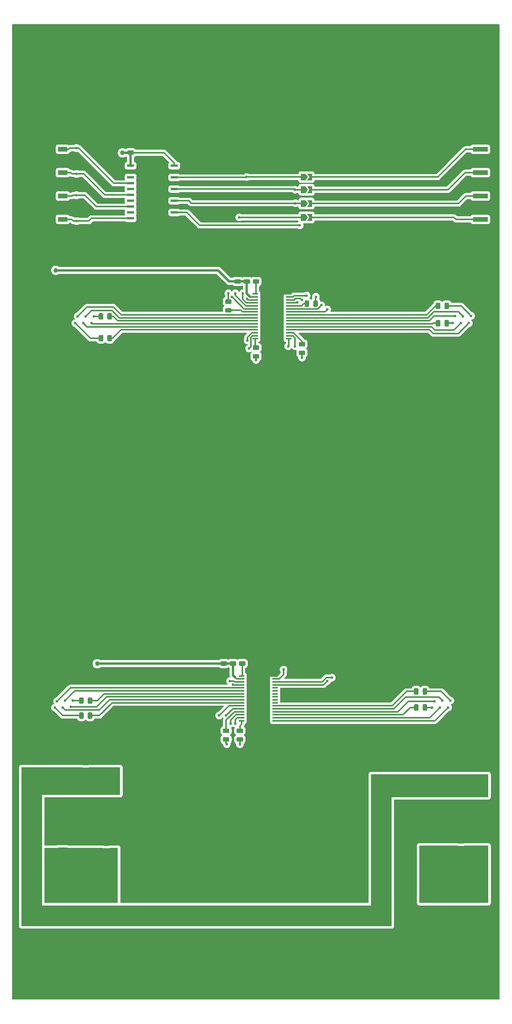
<source format=gbr>
G04 #@! TF.GenerationSoftware,KiCad,Pcbnew,(5.1.4)-1*
G04 #@! TF.CreationDate,2019-11-12T22:00:31+01:00*
G04 #@! TF.ProjectId,Digit,44696769-742e-46b6-9963-61645f706362,rev?*
G04 #@! TF.SameCoordinates,Original*
G04 #@! TF.FileFunction,Copper,L2,Bot*
G04 #@! TF.FilePolarity,Positive*
%FSLAX46Y46*%
G04 Gerber Fmt 4.6, Leading zero omitted, Abs format (unit mm)*
G04 Created by KiCad (PCBNEW (5.1.4)-1) date 2019-11-12 22:00:31*
%MOMM*%
%LPD*%
G04 APERTURE LIST*
%ADD10C,0.100000*%
%ADD11C,0.975000*%
%ADD12C,0.800000*%
%ADD13C,6.400000*%
%ADD14C,2.100000*%
%ADD15C,0.300000*%
%ADD16R,1.800000X2.500000*%
%ADD17R,0.450000X0.600000*%
%ADD18R,1.500000X0.600000*%
%ADD19R,1.200000X0.400000*%
%ADD20R,5.200000X11.000000*%
%ADD21C,0.600000*%
%ADD22R,3.200000X1.000000*%
%ADD23R,2.000000X1.000000*%
%ADD24C,1.000000*%
%ADD25C,0.300000*%
%ADD26C,0.500000*%
%ADD27C,0.200000*%
G04 APERTURE END LIST*
D10*
G36*
X80205142Y-171301174D02*
G01*
X80228803Y-171304684D01*
X80252007Y-171310496D01*
X80274529Y-171318554D01*
X80296153Y-171328782D01*
X80316670Y-171341079D01*
X80335883Y-171355329D01*
X80353607Y-171371393D01*
X80369671Y-171389117D01*
X80383921Y-171408330D01*
X80396218Y-171428847D01*
X80406446Y-171450471D01*
X80414504Y-171472993D01*
X80420316Y-171496197D01*
X80423826Y-171519858D01*
X80425000Y-171543750D01*
X80425000Y-172456250D01*
X80423826Y-172480142D01*
X80420316Y-172503803D01*
X80414504Y-172527007D01*
X80406446Y-172549529D01*
X80396218Y-172571153D01*
X80383921Y-172591670D01*
X80369671Y-172610883D01*
X80353607Y-172628607D01*
X80335883Y-172644671D01*
X80316670Y-172658921D01*
X80296153Y-172671218D01*
X80274529Y-172681446D01*
X80252007Y-172689504D01*
X80228803Y-172695316D01*
X80205142Y-172698826D01*
X80181250Y-172700000D01*
X79693750Y-172700000D01*
X79669858Y-172698826D01*
X79646197Y-172695316D01*
X79622993Y-172689504D01*
X79600471Y-172681446D01*
X79578847Y-172671218D01*
X79558330Y-172658921D01*
X79539117Y-172644671D01*
X79521393Y-172628607D01*
X79505329Y-172610883D01*
X79491079Y-172591670D01*
X79478782Y-172571153D01*
X79468554Y-172549529D01*
X79460496Y-172527007D01*
X79454684Y-172503803D01*
X79451174Y-172480142D01*
X79450000Y-172456250D01*
X79450000Y-171543750D01*
X79451174Y-171519858D01*
X79454684Y-171496197D01*
X79460496Y-171472993D01*
X79468554Y-171450471D01*
X79478782Y-171428847D01*
X79491079Y-171408330D01*
X79505329Y-171389117D01*
X79521393Y-171371393D01*
X79539117Y-171355329D01*
X79558330Y-171341079D01*
X79578847Y-171328782D01*
X79600471Y-171318554D01*
X79622993Y-171310496D01*
X79646197Y-171304684D01*
X79669858Y-171301174D01*
X79693750Y-171300000D01*
X80181250Y-171300000D01*
X80205142Y-171301174D01*
X80205142Y-171301174D01*
G37*
D11*
X79937500Y-172000000D03*
D10*
G36*
X78330142Y-171301174D02*
G01*
X78353803Y-171304684D01*
X78377007Y-171310496D01*
X78399529Y-171318554D01*
X78421153Y-171328782D01*
X78441670Y-171341079D01*
X78460883Y-171355329D01*
X78478607Y-171371393D01*
X78494671Y-171389117D01*
X78508921Y-171408330D01*
X78521218Y-171428847D01*
X78531446Y-171450471D01*
X78539504Y-171472993D01*
X78545316Y-171496197D01*
X78548826Y-171519858D01*
X78550000Y-171543750D01*
X78550000Y-172456250D01*
X78548826Y-172480142D01*
X78545316Y-172503803D01*
X78539504Y-172527007D01*
X78531446Y-172549529D01*
X78521218Y-172571153D01*
X78508921Y-172591670D01*
X78494671Y-172610883D01*
X78478607Y-172628607D01*
X78460883Y-172644671D01*
X78441670Y-172658921D01*
X78421153Y-172671218D01*
X78399529Y-172681446D01*
X78377007Y-172689504D01*
X78353803Y-172695316D01*
X78330142Y-172698826D01*
X78306250Y-172700000D01*
X77818750Y-172700000D01*
X77794858Y-172698826D01*
X77771197Y-172695316D01*
X77747993Y-172689504D01*
X77725471Y-172681446D01*
X77703847Y-172671218D01*
X77683330Y-172658921D01*
X77664117Y-172644671D01*
X77646393Y-172628607D01*
X77630329Y-172610883D01*
X77616079Y-172591670D01*
X77603782Y-172571153D01*
X77593554Y-172549529D01*
X77585496Y-172527007D01*
X77579684Y-172503803D01*
X77576174Y-172480142D01*
X77575000Y-172456250D01*
X77575000Y-171543750D01*
X77576174Y-171519858D01*
X77579684Y-171496197D01*
X77585496Y-171472993D01*
X77593554Y-171450471D01*
X77603782Y-171428847D01*
X77616079Y-171408330D01*
X77630329Y-171389117D01*
X77646393Y-171371393D01*
X77664117Y-171355329D01*
X77683330Y-171341079D01*
X77703847Y-171328782D01*
X77725471Y-171318554D01*
X77747993Y-171310496D01*
X77771197Y-171304684D01*
X77794858Y-171301174D01*
X77818750Y-171300000D01*
X78306250Y-171300000D01*
X78330142Y-171301174D01*
X78330142Y-171301174D01*
G37*
D11*
X78062500Y-172000000D03*
D10*
G36*
X80205142Y-174551174D02*
G01*
X80228803Y-174554684D01*
X80252007Y-174560496D01*
X80274529Y-174568554D01*
X80296153Y-174578782D01*
X80316670Y-174591079D01*
X80335883Y-174605329D01*
X80353607Y-174621393D01*
X80369671Y-174639117D01*
X80383921Y-174658330D01*
X80396218Y-174678847D01*
X80406446Y-174700471D01*
X80414504Y-174722993D01*
X80420316Y-174746197D01*
X80423826Y-174769858D01*
X80425000Y-174793750D01*
X80425000Y-175706250D01*
X80423826Y-175730142D01*
X80420316Y-175753803D01*
X80414504Y-175777007D01*
X80406446Y-175799529D01*
X80396218Y-175821153D01*
X80383921Y-175841670D01*
X80369671Y-175860883D01*
X80353607Y-175878607D01*
X80335883Y-175894671D01*
X80316670Y-175908921D01*
X80296153Y-175921218D01*
X80274529Y-175931446D01*
X80252007Y-175939504D01*
X80228803Y-175945316D01*
X80205142Y-175948826D01*
X80181250Y-175950000D01*
X79693750Y-175950000D01*
X79669858Y-175948826D01*
X79646197Y-175945316D01*
X79622993Y-175939504D01*
X79600471Y-175931446D01*
X79578847Y-175921218D01*
X79558330Y-175908921D01*
X79539117Y-175894671D01*
X79521393Y-175878607D01*
X79505329Y-175860883D01*
X79491079Y-175841670D01*
X79478782Y-175821153D01*
X79468554Y-175799529D01*
X79460496Y-175777007D01*
X79454684Y-175753803D01*
X79451174Y-175730142D01*
X79450000Y-175706250D01*
X79450000Y-174793750D01*
X79451174Y-174769858D01*
X79454684Y-174746197D01*
X79460496Y-174722993D01*
X79468554Y-174700471D01*
X79478782Y-174678847D01*
X79491079Y-174658330D01*
X79505329Y-174639117D01*
X79521393Y-174621393D01*
X79539117Y-174605329D01*
X79558330Y-174591079D01*
X79578847Y-174578782D01*
X79600471Y-174568554D01*
X79622993Y-174560496D01*
X79646197Y-174554684D01*
X79669858Y-174551174D01*
X79693750Y-174550000D01*
X80181250Y-174550000D01*
X80205142Y-174551174D01*
X80205142Y-174551174D01*
G37*
D11*
X79937500Y-175250000D03*
D10*
G36*
X78330142Y-174551174D02*
G01*
X78353803Y-174554684D01*
X78377007Y-174560496D01*
X78399529Y-174568554D01*
X78421153Y-174578782D01*
X78441670Y-174591079D01*
X78460883Y-174605329D01*
X78478607Y-174621393D01*
X78494671Y-174639117D01*
X78508921Y-174658330D01*
X78521218Y-174678847D01*
X78531446Y-174700471D01*
X78539504Y-174722993D01*
X78545316Y-174746197D01*
X78548826Y-174769858D01*
X78550000Y-174793750D01*
X78550000Y-175706250D01*
X78548826Y-175730142D01*
X78545316Y-175753803D01*
X78539504Y-175777007D01*
X78531446Y-175799529D01*
X78521218Y-175821153D01*
X78508921Y-175841670D01*
X78494671Y-175860883D01*
X78478607Y-175878607D01*
X78460883Y-175894671D01*
X78441670Y-175908921D01*
X78421153Y-175921218D01*
X78399529Y-175931446D01*
X78377007Y-175939504D01*
X78353803Y-175945316D01*
X78330142Y-175948826D01*
X78306250Y-175950000D01*
X77818750Y-175950000D01*
X77794858Y-175948826D01*
X77771197Y-175945316D01*
X77747993Y-175939504D01*
X77725471Y-175931446D01*
X77703847Y-175921218D01*
X77683330Y-175908921D01*
X77664117Y-175894671D01*
X77646393Y-175878607D01*
X77630329Y-175860883D01*
X77616079Y-175841670D01*
X77603782Y-175821153D01*
X77593554Y-175799529D01*
X77585496Y-175777007D01*
X77579684Y-175753803D01*
X77576174Y-175730142D01*
X77575000Y-175706250D01*
X77575000Y-174793750D01*
X77576174Y-174769858D01*
X77579684Y-174746197D01*
X77585496Y-174722993D01*
X77593554Y-174700471D01*
X77603782Y-174678847D01*
X77616079Y-174658330D01*
X77630329Y-174639117D01*
X77646393Y-174621393D01*
X77664117Y-174605329D01*
X77683330Y-174591079D01*
X77703847Y-174578782D01*
X77725471Y-174568554D01*
X77747993Y-174560496D01*
X77771197Y-174554684D01*
X77794858Y-174551174D01*
X77818750Y-174550000D01*
X78306250Y-174550000D01*
X78330142Y-174551174D01*
X78330142Y-174551174D01*
G37*
D11*
X78062500Y-175250000D03*
D10*
G36*
X109980142Y-178076174D02*
G01*
X110003803Y-178079684D01*
X110027007Y-178085496D01*
X110049529Y-178093554D01*
X110071153Y-178103782D01*
X110091670Y-178116079D01*
X110110883Y-178130329D01*
X110128607Y-178146393D01*
X110144671Y-178164117D01*
X110158921Y-178183330D01*
X110171218Y-178203847D01*
X110181446Y-178225471D01*
X110189504Y-178247993D01*
X110195316Y-178271197D01*
X110198826Y-178294858D01*
X110200000Y-178318750D01*
X110200000Y-178806250D01*
X110198826Y-178830142D01*
X110195316Y-178853803D01*
X110189504Y-178877007D01*
X110181446Y-178899529D01*
X110171218Y-178921153D01*
X110158921Y-178941670D01*
X110144671Y-178960883D01*
X110128607Y-178978607D01*
X110110883Y-178994671D01*
X110091670Y-179008921D01*
X110071153Y-179021218D01*
X110049529Y-179031446D01*
X110027007Y-179039504D01*
X110003803Y-179045316D01*
X109980142Y-179048826D01*
X109956250Y-179050000D01*
X109043750Y-179050000D01*
X109019858Y-179048826D01*
X108996197Y-179045316D01*
X108972993Y-179039504D01*
X108950471Y-179031446D01*
X108928847Y-179021218D01*
X108908330Y-179008921D01*
X108889117Y-178994671D01*
X108871393Y-178978607D01*
X108855329Y-178960883D01*
X108841079Y-178941670D01*
X108828782Y-178921153D01*
X108818554Y-178899529D01*
X108810496Y-178877007D01*
X108804684Y-178853803D01*
X108801174Y-178830142D01*
X108800000Y-178806250D01*
X108800000Y-178318750D01*
X108801174Y-178294858D01*
X108804684Y-178271197D01*
X108810496Y-178247993D01*
X108818554Y-178225471D01*
X108828782Y-178203847D01*
X108841079Y-178183330D01*
X108855329Y-178164117D01*
X108871393Y-178146393D01*
X108889117Y-178130329D01*
X108908330Y-178116079D01*
X108928847Y-178103782D01*
X108950471Y-178093554D01*
X108972993Y-178085496D01*
X108996197Y-178079684D01*
X109019858Y-178076174D01*
X109043750Y-178075000D01*
X109956250Y-178075000D01*
X109980142Y-178076174D01*
X109980142Y-178076174D01*
G37*
D11*
X109500000Y-178562500D03*
D10*
G36*
X109980142Y-179951174D02*
G01*
X110003803Y-179954684D01*
X110027007Y-179960496D01*
X110049529Y-179968554D01*
X110071153Y-179978782D01*
X110091670Y-179991079D01*
X110110883Y-180005329D01*
X110128607Y-180021393D01*
X110144671Y-180039117D01*
X110158921Y-180058330D01*
X110171218Y-180078847D01*
X110181446Y-180100471D01*
X110189504Y-180122993D01*
X110195316Y-180146197D01*
X110198826Y-180169858D01*
X110200000Y-180193750D01*
X110200000Y-180681250D01*
X110198826Y-180705142D01*
X110195316Y-180728803D01*
X110189504Y-180752007D01*
X110181446Y-180774529D01*
X110171218Y-180796153D01*
X110158921Y-180816670D01*
X110144671Y-180835883D01*
X110128607Y-180853607D01*
X110110883Y-180869671D01*
X110091670Y-180883921D01*
X110071153Y-180896218D01*
X110049529Y-180906446D01*
X110027007Y-180914504D01*
X110003803Y-180920316D01*
X109980142Y-180923826D01*
X109956250Y-180925000D01*
X109043750Y-180925000D01*
X109019858Y-180923826D01*
X108996197Y-180920316D01*
X108972993Y-180914504D01*
X108950471Y-180906446D01*
X108928847Y-180896218D01*
X108908330Y-180883921D01*
X108889117Y-180869671D01*
X108871393Y-180853607D01*
X108855329Y-180835883D01*
X108841079Y-180816670D01*
X108828782Y-180796153D01*
X108818554Y-180774529D01*
X108810496Y-180752007D01*
X108804684Y-180728803D01*
X108801174Y-180705142D01*
X108800000Y-180681250D01*
X108800000Y-180193750D01*
X108801174Y-180169858D01*
X108804684Y-180146197D01*
X108810496Y-180122993D01*
X108818554Y-180100471D01*
X108828782Y-180078847D01*
X108841079Y-180058330D01*
X108855329Y-180039117D01*
X108871393Y-180021393D01*
X108889117Y-180005329D01*
X108908330Y-179991079D01*
X108928847Y-179978782D01*
X108950471Y-179968554D01*
X108972993Y-179960496D01*
X108996197Y-179954684D01*
X109019858Y-179951174D01*
X109043750Y-179950000D01*
X109956250Y-179950000D01*
X109980142Y-179951174D01*
X109980142Y-179951174D01*
G37*
D11*
X109500000Y-180437500D03*
D10*
G36*
X112980142Y-178076174D02*
G01*
X113003803Y-178079684D01*
X113027007Y-178085496D01*
X113049529Y-178093554D01*
X113071153Y-178103782D01*
X113091670Y-178116079D01*
X113110883Y-178130329D01*
X113128607Y-178146393D01*
X113144671Y-178164117D01*
X113158921Y-178183330D01*
X113171218Y-178203847D01*
X113181446Y-178225471D01*
X113189504Y-178247993D01*
X113195316Y-178271197D01*
X113198826Y-178294858D01*
X113200000Y-178318750D01*
X113200000Y-178806250D01*
X113198826Y-178830142D01*
X113195316Y-178853803D01*
X113189504Y-178877007D01*
X113181446Y-178899529D01*
X113171218Y-178921153D01*
X113158921Y-178941670D01*
X113144671Y-178960883D01*
X113128607Y-178978607D01*
X113110883Y-178994671D01*
X113091670Y-179008921D01*
X113071153Y-179021218D01*
X113049529Y-179031446D01*
X113027007Y-179039504D01*
X113003803Y-179045316D01*
X112980142Y-179048826D01*
X112956250Y-179050000D01*
X112043750Y-179050000D01*
X112019858Y-179048826D01*
X111996197Y-179045316D01*
X111972993Y-179039504D01*
X111950471Y-179031446D01*
X111928847Y-179021218D01*
X111908330Y-179008921D01*
X111889117Y-178994671D01*
X111871393Y-178978607D01*
X111855329Y-178960883D01*
X111841079Y-178941670D01*
X111828782Y-178921153D01*
X111818554Y-178899529D01*
X111810496Y-178877007D01*
X111804684Y-178853803D01*
X111801174Y-178830142D01*
X111800000Y-178806250D01*
X111800000Y-178318750D01*
X111801174Y-178294858D01*
X111804684Y-178271197D01*
X111810496Y-178247993D01*
X111818554Y-178225471D01*
X111828782Y-178203847D01*
X111841079Y-178183330D01*
X111855329Y-178164117D01*
X111871393Y-178146393D01*
X111889117Y-178130329D01*
X111908330Y-178116079D01*
X111928847Y-178103782D01*
X111950471Y-178093554D01*
X111972993Y-178085496D01*
X111996197Y-178079684D01*
X112019858Y-178076174D01*
X112043750Y-178075000D01*
X112956250Y-178075000D01*
X112980142Y-178076174D01*
X112980142Y-178076174D01*
G37*
D11*
X112500000Y-178562500D03*
D10*
G36*
X112980142Y-179951174D02*
G01*
X113003803Y-179954684D01*
X113027007Y-179960496D01*
X113049529Y-179968554D01*
X113071153Y-179978782D01*
X113091670Y-179991079D01*
X113110883Y-180005329D01*
X113128607Y-180021393D01*
X113144671Y-180039117D01*
X113158921Y-180058330D01*
X113171218Y-180078847D01*
X113181446Y-180100471D01*
X113189504Y-180122993D01*
X113195316Y-180146197D01*
X113198826Y-180169858D01*
X113200000Y-180193750D01*
X113200000Y-180681250D01*
X113198826Y-180705142D01*
X113195316Y-180728803D01*
X113189504Y-180752007D01*
X113181446Y-180774529D01*
X113171218Y-180796153D01*
X113158921Y-180816670D01*
X113144671Y-180835883D01*
X113128607Y-180853607D01*
X113110883Y-180869671D01*
X113091670Y-180883921D01*
X113071153Y-180896218D01*
X113049529Y-180906446D01*
X113027007Y-180914504D01*
X113003803Y-180920316D01*
X112980142Y-180923826D01*
X112956250Y-180925000D01*
X112043750Y-180925000D01*
X112019858Y-180923826D01*
X111996197Y-180920316D01*
X111972993Y-180914504D01*
X111950471Y-180906446D01*
X111928847Y-180896218D01*
X111908330Y-180883921D01*
X111889117Y-180869671D01*
X111871393Y-180853607D01*
X111855329Y-180835883D01*
X111841079Y-180816670D01*
X111828782Y-180796153D01*
X111818554Y-180774529D01*
X111810496Y-180752007D01*
X111804684Y-180728803D01*
X111801174Y-180705142D01*
X111800000Y-180681250D01*
X111800000Y-180193750D01*
X111801174Y-180169858D01*
X111804684Y-180146197D01*
X111810496Y-180122993D01*
X111818554Y-180100471D01*
X111828782Y-180078847D01*
X111841079Y-180058330D01*
X111855329Y-180039117D01*
X111871393Y-180021393D01*
X111889117Y-180005329D01*
X111908330Y-179991079D01*
X111928847Y-179978782D01*
X111950471Y-179968554D01*
X111972993Y-179960496D01*
X111996197Y-179954684D01*
X112019858Y-179951174D01*
X112043750Y-179950000D01*
X112956250Y-179950000D01*
X112980142Y-179951174D01*
X112980142Y-179951174D01*
G37*
D11*
X112500000Y-180437500D03*
D10*
G36*
X151080142Y-172801174D02*
G01*
X151103803Y-172804684D01*
X151127007Y-172810496D01*
X151149529Y-172818554D01*
X151171153Y-172828782D01*
X151191670Y-172841079D01*
X151210883Y-172855329D01*
X151228607Y-172871393D01*
X151244671Y-172889117D01*
X151258921Y-172908330D01*
X151271218Y-172928847D01*
X151281446Y-172950471D01*
X151289504Y-172972993D01*
X151295316Y-172996197D01*
X151298826Y-173019858D01*
X151300000Y-173043750D01*
X151300000Y-173956250D01*
X151298826Y-173980142D01*
X151295316Y-174003803D01*
X151289504Y-174027007D01*
X151281446Y-174049529D01*
X151271218Y-174071153D01*
X151258921Y-174091670D01*
X151244671Y-174110883D01*
X151228607Y-174128607D01*
X151210883Y-174144671D01*
X151191670Y-174158921D01*
X151171153Y-174171218D01*
X151149529Y-174181446D01*
X151127007Y-174189504D01*
X151103803Y-174195316D01*
X151080142Y-174198826D01*
X151056250Y-174200000D01*
X150568750Y-174200000D01*
X150544858Y-174198826D01*
X150521197Y-174195316D01*
X150497993Y-174189504D01*
X150475471Y-174181446D01*
X150453847Y-174171218D01*
X150433330Y-174158921D01*
X150414117Y-174144671D01*
X150396393Y-174128607D01*
X150380329Y-174110883D01*
X150366079Y-174091670D01*
X150353782Y-174071153D01*
X150343554Y-174049529D01*
X150335496Y-174027007D01*
X150329684Y-174003803D01*
X150326174Y-173980142D01*
X150325000Y-173956250D01*
X150325000Y-173043750D01*
X150326174Y-173019858D01*
X150329684Y-172996197D01*
X150335496Y-172972993D01*
X150343554Y-172950471D01*
X150353782Y-172928847D01*
X150366079Y-172908330D01*
X150380329Y-172889117D01*
X150396393Y-172871393D01*
X150414117Y-172855329D01*
X150433330Y-172841079D01*
X150453847Y-172828782D01*
X150475471Y-172818554D01*
X150497993Y-172810496D01*
X150521197Y-172804684D01*
X150544858Y-172801174D01*
X150568750Y-172800000D01*
X151056250Y-172800000D01*
X151080142Y-172801174D01*
X151080142Y-172801174D01*
G37*
D11*
X150812500Y-173500000D03*
D10*
G36*
X152955142Y-172801174D02*
G01*
X152978803Y-172804684D01*
X153002007Y-172810496D01*
X153024529Y-172818554D01*
X153046153Y-172828782D01*
X153066670Y-172841079D01*
X153085883Y-172855329D01*
X153103607Y-172871393D01*
X153119671Y-172889117D01*
X153133921Y-172908330D01*
X153146218Y-172928847D01*
X153156446Y-172950471D01*
X153164504Y-172972993D01*
X153170316Y-172996197D01*
X153173826Y-173019858D01*
X153175000Y-173043750D01*
X153175000Y-173956250D01*
X153173826Y-173980142D01*
X153170316Y-174003803D01*
X153164504Y-174027007D01*
X153156446Y-174049529D01*
X153146218Y-174071153D01*
X153133921Y-174091670D01*
X153119671Y-174110883D01*
X153103607Y-174128607D01*
X153085883Y-174144671D01*
X153066670Y-174158921D01*
X153046153Y-174171218D01*
X153024529Y-174181446D01*
X153002007Y-174189504D01*
X152978803Y-174195316D01*
X152955142Y-174198826D01*
X152931250Y-174200000D01*
X152443750Y-174200000D01*
X152419858Y-174198826D01*
X152396197Y-174195316D01*
X152372993Y-174189504D01*
X152350471Y-174181446D01*
X152328847Y-174171218D01*
X152308330Y-174158921D01*
X152289117Y-174144671D01*
X152271393Y-174128607D01*
X152255329Y-174110883D01*
X152241079Y-174091670D01*
X152228782Y-174071153D01*
X152218554Y-174049529D01*
X152210496Y-174027007D01*
X152204684Y-174003803D01*
X152201174Y-173980142D01*
X152200000Y-173956250D01*
X152200000Y-173043750D01*
X152201174Y-173019858D01*
X152204684Y-172996197D01*
X152210496Y-172972993D01*
X152218554Y-172950471D01*
X152228782Y-172928847D01*
X152241079Y-172908330D01*
X152255329Y-172889117D01*
X152271393Y-172871393D01*
X152289117Y-172855329D01*
X152308330Y-172841079D01*
X152328847Y-172828782D01*
X152350471Y-172818554D01*
X152372993Y-172810496D01*
X152396197Y-172804684D01*
X152419858Y-172801174D01*
X152443750Y-172800000D01*
X152931250Y-172800000D01*
X152955142Y-172801174D01*
X152955142Y-172801174D01*
G37*
D11*
X152687500Y-173500000D03*
D10*
G36*
X151080142Y-169301174D02*
G01*
X151103803Y-169304684D01*
X151127007Y-169310496D01*
X151149529Y-169318554D01*
X151171153Y-169328782D01*
X151191670Y-169341079D01*
X151210883Y-169355329D01*
X151228607Y-169371393D01*
X151244671Y-169389117D01*
X151258921Y-169408330D01*
X151271218Y-169428847D01*
X151281446Y-169450471D01*
X151289504Y-169472993D01*
X151295316Y-169496197D01*
X151298826Y-169519858D01*
X151300000Y-169543750D01*
X151300000Y-170456250D01*
X151298826Y-170480142D01*
X151295316Y-170503803D01*
X151289504Y-170527007D01*
X151281446Y-170549529D01*
X151271218Y-170571153D01*
X151258921Y-170591670D01*
X151244671Y-170610883D01*
X151228607Y-170628607D01*
X151210883Y-170644671D01*
X151191670Y-170658921D01*
X151171153Y-170671218D01*
X151149529Y-170681446D01*
X151127007Y-170689504D01*
X151103803Y-170695316D01*
X151080142Y-170698826D01*
X151056250Y-170700000D01*
X150568750Y-170700000D01*
X150544858Y-170698826D01*
X150521197Y-170695316D01*
X150497993Y-170689504D01*
X150475471Y-170681446D01*
X150453847Y-170671218D01*
X150433330Y-170658921D01*
X150414117Y-170644671D01*
X150396393Y-170628607D01*
X150380329Y-170610883D01*
X150366079Y-170591670D01*
X150353782Y-170571153D01*
X150343554Y-170549529D01*
X150335496Y-170527007D01*
X150329684Y-170503803D01*
X150326174Y-170480142D01*
X150325000Y-170456250D01*
X150325000Y-169543750D01*
X150326174Y-169519858D01*
X150329684Y-169496197D01*
X150335496Y-169472993D01*
X150343554Y-169450471D01*
X150353782Y-169428847D01*
X150366079Y-169408330D01*
X150380329Y-169389117D01*
X150396393Y-169371393D01*
X150414117Y-169355329D01*
X150433330Y-169341079D01*
X150453847Y-169328782D01*
X150475471Y-169318554D01*
X150497993Y-169310496D01*
X150521197Y-169304684D01*
X150544858Y-169301174D01*
X150568750Y-169300000D01*
X151056250Y-169300000D01*
X151080142Y-169301174D01*
X151080142Y-169301174D01*
G37*
D11*
X150812500Y-170000000D03*
D10*
G36*
X152955142Y-169301174D02*
G01*
X152978803Y-169304684D01*
X153002007Y-169310496D01*
X153024529Y-169318554D01*
X153046153Y-169328782D01*
X153066670Y-169341079D01*
X153085883Y-169355329D01*
X153103607Y-169371393D01*
X153119671Y-169389117D01*
X153133921Y-169408330D01*
X153146218Y-169428847D01*
X153156446Y-169450471D01*
X153164504Y-169472993D01*
X153170316Y-169496197D01*
X153173826Y-169519858D01*
X153175000Y-169543750D01*
X153175000Y-170456250D01*
X153173826Y-170480142D01*
X153170316Y-170503803D01*
X153164504Y-170527007D01*
X153156446Y-170549529D01*
X153146218Y-170571153D01*
X153133921Y-170591670D01*
X153119671Y-170610883D01*
X153103607Y-170628607D01*
X153085883Y-170644671D01*
X153066670Y-170658921D01*
X153046153Y-170671218D01*
X153024529Y-170681446D01*
X153002007Y-170689504D01*
X152978803Y-170695316D01*
X152955142Y-170698826D01*
X152931250Y-170700000D01*
X152443750Y-170700000D01*
X152419858Y-170698826D01*
X152396197Y-170695316D01*
X152372993Y-170689504D01*
X152350471Y-170681446D01*
X152328847Y-170671218D01*
X152308330Y-170658921D01*
X152289117Y-170644671D01*
X152271393Y-170628607D01*
X152255329Y-170610883D01*
X152241079Y-170591670D01*
X152228782Y-170571153D01*
X152218554Y-170549529D01*
X152210496Y-170527007D01*
X152204684Y-170503803D01*
X152201174Y-170480142D01*
X152200000Y-170456250D01*
X152200000Y-169543750D01*
X152201174Y-169519858D01*
X152204684Y-169496197D01*
X152210496Y-169472993D01*
X152218554Y-169450471D01*
X152228782Y-169428847D01*
X152241079Y-169408330D01*
X152255329Y-169389117D01*
X152271393Y-169371393D01*
X152289117Y-169355329D01*
X152308330Y-169341079D01*
X152328847Y-169328782D01*
X152350471Y-169318554D01*
X152372993Y-169310496D01*
X152396197Y-169304684D01*
X152419858Y-169301174D01*
X152443750Y-169300000D01*
X152931250Y-169300000D01*
X152955142Y-169301174D01*
X152955142Y-169301174D01*
G37*
D11*
X152687500Y-170000000D03*
D10*
G36*
X110480142Y-86701174D02*
G01*
X110503803Y-86704684D01*
X110527007Y-86710496D01*
X110549529Y-86718554D01*
X110571153Y-86728782D01*
X110591670Y-86741079D01*
X110610883Y-86755329D01*
X110628607Y-86771393D01*
X110644671Y-86789117D01*
X110658921Y-86808330D01*
X110671218Y-86828847D01*
X110681446Y-86850471D01*
X110689504Y-86872993D01*
X110695316Y-86896197D01*
X110698826Y-86919858D01*
X110700000Y-86943750D01*
X110700000Y-87431250D01*
X110698826Y-87455142D01*
X110695316Y-87478803D01*
X110689504Y-87502007D01*
X110681446Y-87524529D01*
X110671218Y-87546153D01*
X110658921Y-87566670D01*
X110644671Y-87585883D01*
X110628607Y-87603607D01*
X110610883Y-87619671D01*
X110591670Y-87633921D01*
X110571153Y-87646218D01*
X110549529Y-87656446D01*
X110527007Y-87664504D01*
X110503803Y-87670316D01*
X110480142Y-87673826D01*
X110456250Y-87675000D01*
X109543750Y-87675000D01*
X109519858Y-87673826D01*
X109496197Y-87670316D01*
X109472993Y-87664504D01*
X109450471Y-87656446D01*
X109428847Y-87646218D01*
X109408330Y-87633921D01*
X109389117Y-87619671D01*
X109371393Y-87603607D01*
X109355329Y-87585883D01*
X109341079Y-87566670D01*
X109328782Y-87546153D01*
X109318554Y-87524529D01*
X109310496Y-87502007D01*
X109304684Y-87478803D01*
X109301174Y-87455142D01*
X109300000Y-87431250D01*
X109300000Y-86943750D01*
X109301174Y-86919858D01*
X109304684Y-86896197D01*
X109310496Y-86872993D01*
X109318554Y-86850471D01*
X109328782Y-86828847D01*
X109341079Y-86808330D01*
X109355329Y-86789117D01*
X109371393Y-86771393D01*
X109389117Y-86755329D01*
X109408330Y-86741079D01*
X109428847Y-86728782D01*
X109450471Y-86718554D01*
X109472993Y-86710496D01*
X109496197Y-86704684D01*
X109519858Y-86701174D01*
X109543750Y-86700000D01*
X110456250Y-86700000D01*
X110480142Y-86701174D01*
X110480142Y-86701174D01*
G37*
D11*
X110000000Y-87187500D03*
D10*
G36*
X110480142Y-84826174D02*
G01*
X110503803Y-84829684D01*
X110527007Y-84835496D01*
X110549529Y-84843554D01*
X110571153Y-84853782D01*
X110591670Y-84866079D01*
X110610883Y-84880329D01*
X110628607Y-84896393D01*
X110644671Y-84914117D01*
X110658921Y-84933330D01*
X110671218Y-84953847D01*
X110681446Y-84975471D01*
X110689504Y-84997993D01*
X110695316Y-85021197D01*
X110698826Y-85044858D01*
X110700000Y-85068750D01*
X110700000Y-85556250D01*
X110698826Y-85580142D01*
X110695316Y-85603803D01*
X110689504Y-85627007D01*
X110681446Y-85649529D01*
X110671218Y-85671153D01*
X110658921Y-85691670D01*
X110644671Y-85710883D01*
X110628607Y-85728607D01*
X110610883Y-85744671D01*
X110591670Y-85758921D01*
X110571153Y-85771218D01*
X110549529Y-85781446D01*
X110527007Y-85789504D01*
X110503803Y-85795316D01*
X110480142Y-85798826D01*
X110456250Y-85800000D01*
X109543750Y-85800000D01*
X109519858Y-85798826D01*
X109496197Y-85795316D01*
X109472993Y-85789504D01*
X109450471Y-85781446D01*
X109428847Y-85771218D01*
X109408330Y-85758921D01*
X109389117Y-85744671D01*
X109371393Y-85728607D01*
X109355329Y-85710883D01*
X109341079Y-85691670D01*
X109328782Y-85671153D01*
X109318554Y-85649529D01*
X109310496Y-85627007D01*
X109304684Y-85603803D01*
X109301174Y-85580142D01*
X109300000Y-85556250D01*
X109300000Y-85068750D01*
X109301174Y-85044858D01*
X109304684Y-85021197D01*
X109310496Y-84997993D01*
X109318554Y-84975471D01*
X109328782Y-84953847D01*
X109341079Y-84933330D01*
X109355329Y-84914117D01*
X109371393Y-84896393D01*
X109389117Y-84880329D01*
X109408330Y-84866079D01*
X109428847Y-84853782D01*
X109450471Y-84843554D01*
X109472993Y-84835496D01*
X109496197Y-84829684D01*
X109519858Y-84826174D01*
X109543750Y-84825000D01*
X110456250Y-84825000D01*
X110480142Y-84826174D01*
X110480142Y-84826174D01*
G37*
D11*
X110000000Y-85312500D03*
D10*
G36*
X84455142Y-87801174D02*
G01*
X84478803Y-87804684D01*
X84502007Y-87810496D01*
X84524529Y-87818554D01*
X84546153Y-87828782D01*
X84566670Y-87841079D01*
X84585883Y-87855329D01*
X84603607Y-87871393D01*
X84619671Y-87889117D01*
X84633921Y-87908330D01*
X84646218Y-87928847D01*
X84656446Y-87950471D01*
X84664504Y-87972993D01*
X84670316Y-87996197D01*
X84673826Y-88019858D01*
X84675000Y-88043750D01*
X84675000Y-88956250D01*
X84673826Y-88980142D01*
X84670316Y-89003803D01*
X84664504Y-89027007D01*
X84656446Y-89049529D01*
X84646218Y-89071153D01*
X84633921Y-89091670D01*
X84619671Y-89110883D01*
X84603607Y-89128607D01*
X84585883Y-89144671D01*
X84566670Y-89158921D01*
X84546153Y-89171218D01*
X84524529Y-89181446D01*
X84502007Y-89189504D01*
X84478803Y-89195316D01*
X84455142Y-89198826D01*
X84431250Y-89200000D01*
X83943750Y-89200000D01*
X83919858Y-89198826D01*
X83896197Y-89195316D01*
X83872993Y-89189504D01*
X83850471Y-89181446D01*
X83828847Y-89171218D01*
X83808330Y-89158921D01*
X83789117Y-89144671D01*
X83771393Y-89128607D01*
X83755329Y-89110883D01*
X83741079Y-89091670D01*
X83728782Y-89071153D01*
X83718554Y-89049529D01*
X83710496Y-89027007D01*
X83704684Y-89003803D01*
X83701174Y-88980142D01*
X83700000Y-88956250D01*
X83700000Y-88043750D01*
X83701174Y-88019858D01*
X83704684Y-87996197D01*
X83710496Y-87972993D01*
X83718554Y-87950471D01*
X83728782Y-87928847D01*
X83741079Y-87908330D01*
X83755329Y-87889117D01*
X83771393Y-87871393D01*
X83789117Y-87855329D01*
X83808330Y-87841079D01*
X83828847Y-87828782D01*
X83850471Y-87818554D01*
X83872993Y-87810496D01*
X83896197Y-87804684D01*
X83919858Y-87801174D01*
X83943750Y-87800000D01*
X84431250Y-87800000D01*
X84455142Y-87801174D01*
X84455142Y-87801174D01*
G37*
D11*
X84187500Y-88500000D03*
D10*
G36*
X82580142Y-87801174D02*
G01*
X82603803Y-87804684D01*
X82627007Y-87810496D01*
X82649529Y-87818554D01*
X82671153Y-87828782D01*
X82691670Y-87841079D01*
X82710883Y-87855329D01*
X82728607Y-87871393D01*
X82744671Y-87889117D01*
X82758921Y-87908330D01*
X82771218Y-87928847D01*
X82781446Y-87950471D01*
X82789504Y-87972993D01*
X82795316Y-87996197D01*
X82798826Y-88019858D01*
X82800000Y-88043750D01*
X82800000Y-88956250D01*
X82798826Y-88980142D01*
X82795316Y-89003803D01*
X82789504Y-89027007D01*
X82781446Y-89049529D01*
X82771218Y-89071153D01*
X82758921Y-89091670D01*
X82744671Y-89110883D01*
X82728607Y-89128607D01*
X82710883Y-89144671D01*
X82691670Y-89158921D01*
X82671153Y-89171218D01*
X82649529Y-89181446D01*
X82627007Y-89189504D01*
X82603803Y-89195316D01*
X82580142Y-89198826D01*
X82556250Y-89200000D01*
X82068750Y-89200000D01*
X82044858Y-89198826D01*
X82021197Y-89195316D01*
X81997993Y-89189504D01*
X81975471Y-89181446D01*
X81953847Y-89171218D01*
X81933330Y-89158921D01*
X81914117Y-89144671D01*
X81896393Y-89128607D01*
X81880329Y-89110883D01*
X81866079Y-89091670D01*
X81853782Y-89071153D01*
X81843554Y-89049529D01*
X81835496Y-89027007D01*
X81829684Y-89003803D01*
X81826174Y-88980142D01*
X81825000Y-88956250D01*
X81825000Y-88043750D01*
X81826174Y-88019858D01*
X81829684Y-87996197D01*
X81835496Y-87972993D01*
X81843554Y-87950471D01*
X81853782Y-87928847D01*
X81866079Y-87908330D01*
X81880329Y-87889117D01*
X81896393Y-87871393D01*
X81914117Y-87855329D01*
X81933330Y-87841079D01*
X81953847Y-87828782D01*
X81975471Y-87818554D01*
X81997993Y-87810496D01*
X82021197Y-87804684D01*
X82044858Y-87801174D01*
X82068750Y-87800000D01*
X82556250Y-87800000D01*
X82580142Y-87801174D01*
X82580142Y-87801174D01*
G37*
D11*
X82312500Y-88500000D03*
D10*
G36*
X84455142Y-92551174D02*
G01*
X84478803Y-92554684D01*
X84502007Y-92560496D01*
X84524529Y-92568554D01*
X84546153Y-92578782D01*
X84566670Y-92591079D01*
X84585883Y-92605329D01*
X84603607Y-92621393D01*
X84619671Y-92639117D01*
X84633921Y-92658330D01*
X84646218Y-92678847D01*
X84656446Y-92700471D01*
X84664504Y-92722993D01*
X84670316Y-92746197D01*
X84673826Y-92769858D01*
X84675000Y-92793750D01*
X84675000Y-93706250D01*
X84673826Y-93730142D01*
X84670316Y-93753803D01*
X84664504Y-93777007D01*
X84656446Y-93799529D01*
X84646218Y-93821153D01*
X84633921Y-93841670D01*
X84619671Y-93860883D01*
X84603607Y-93878607D01*
X84585883Y-93894671D01*
X84566670Y-93908921D01*
X84546153Y-93921218D01*
X84524529Y-93931446D01*
X84502007Y-93939504D01*
X84478803Y-93945316D01*
X84455142Y-93948826D01*
X84431250Y-93950000D01*
X83943750Y-93950000D01*
X83919858Y-93948826D01*
X83896197Y-93945316D01*
X83872993Y-93939504D01*
X83850471Y-93931446D01*
X83828847Y-93921218D01*
X83808330Y-93908921D01*
X83789117Y-93894671D01*
X83771393Y-93878607D01*
X83755329Y-93860883D01*
X83741079Y-93841670D01*
X83728782Y-93821153D01*
X83718554Y-93799529D01*
X83710496Y-93777007D01*
X83704684Y-93753803D01*
X83701174Y-93730142D01*
X83700000Y-93706250D01*
X83700000Y-92793750D01*
X83701174Y-92769858D01*
X83704684Y-92746197D01*
X83710496Y-92722993D01*
X83718554Y-92700471D01*
X83728782Y-92678847D01*
X83741079Y-92658330D01*
X83755329Y-92639117D01*
X83771393Y-92621393D01*
X83789117Y-92605329D01*
X83808330Y-92591079D01*
X83828847Y-92578782D01*
X83850471Y-92568554D01*
X83872993Y-92560496D01*
X83896197Y-92554684D01*
X83919858Y-92551174D01*
X83943750Y-92550000D01*
X84431250Y-92550000D01*
X84455142Y-92551174D01*
X84455142Y-92551174D01*
G37*
D11*
X84187500Y-93250000D03*
D10*
G36*
X82580142Y-92551174D02*
G01*
X82603803Y-92554684D01*
X82627007Y-92560496D01*
X82649529Y-92568554D01*
X82671153Y-92578782D01*
X82691670Y-92591079D01*
X82710883Y-92605329D01*
X82728607Y-92621393D01*
X82744671Y-92639117D01*
X82758921Y-92658330D01*
X82771218Y-92678847D01*
X82781446Y-92700471D01*
X82789504Y-92722993D01*
X82795316Y-92746197D01*
X82798826Y-92769858D01*
X82800000Y-92793750D01*
X82800000Y-93706250D01*
X82798826Y-93730142D01*
X82795316Y-93753803D01*
X82789504Y-93777007D01*
X82781446Y-93799529D01*
X82771218Y-93821153D01*
X82758921Y-93841670D01*
X82744671Y-93860883D01*
X82728607Y-93878607D01*
X82710883Y-93894671D01*
X82691670Y-93908921D01*
X82671153Y-93921218D01*
X82649529Y-93931446D01*
X82627007Y-93939504D01*
X82603803Y-93945316D01*
X82580142Y-93948826D01*
X82556250Y-93950000D01*
X82068750Y-93950000D01*
X82044858Y-93948826D01*
X82021197Y-93945316D01*
X81997993Y-93939504D01*
X81975471Y-93931446D01*
X81953847Y-93921218D01*
X81933330Y-93908921D01*
X81914117Y-93894671D01*
X81896393Y-93878607D01*
X81880329Y-93860883D01*
X81866079Y-93841670D01*
X81853782Y-93821153D01*
X81843554Y-93799529D01*
X81835496Y-93777007D01*
X81829684Y-93753803D01*
X81826174Y-93730142D01*
X81825000Y-93706250D01*
X81825000Y-92793750D01*
X81826174Y-92769858D01*
X81829684Y-92746197D01*
X81835496Y-92722993D01*
X81843554Y-92700471D01*
X81853782Y-92678847D01*
X81866079Y-92658330D01*
X81880329Y-92639117D01*
X81896393Y-92621393D01*
X81914117Y-92605329D01*
X81933330Y-92591079D01*
X81953847Y-92578782D01*
X81975471Y-92568554D01*
X81997993Y-92560496D01*
X82021197Y-92554684D01*
X82044858Y-92551174D01*
X82068750Y-92550000D01*
X82556250Y-92550000D01*
X82580142Y-92551174D01*
X82580142Y-92551174D01*
G37*
D11*
X82312500Y-93250000D03*
D10*
G36*
X116480142Y-94826174D02*
G01*
X116503803Y-94829684D01*
X116527007Y-94835496D01*
X116549529Y-94843554D01*
X116571153Y-94853782D01*
X116591670Y-94866079D01*
X116610883Y-94880329D01*
X116628607Y-94896393D01*
X116644671Y-94914117D01*
X116658921Y-94933330D01*
X116671218Y-94953847D01*
X116681446Y-94975471D01*
X116689504Y-94997993D01*
X116695316Y-95021197D01*
X116698826Y-95044858D01*
X116700000Y-95068750D01*
X116700000Y-95556250D01*
X116698826Y-95580142D01*
X116695316Y-95603803D01*
X116689504Y-95627007D01*
X116681446Y-95649529D01*
X116671218Y-95671153D01*
X116658921Y-95691670D01*
X116644671Y-95710883D01*
X116628607Y-95728607D01*
X116610883Y-95744671D01*
X116591670Y-95758921D01*
X116571153Y-95771218D01*
X116549529Y-95781446D01*
X116527007Y-95789504D01*
X116503803Y-95795316D01*
X116480142Y-95798826D01*
X116456250Y-95800000D01*
X115543750Y-95800000D01*
X115519858Y-95798826D01*
X115496197Y-95795316D01*
X115472993Y-95789504D01*
X115450471Y-95781446D01*
X115428847Y-95771218D01*
X115408330Y-95758921D01*
X115389117Y-95744671D01*
X115371393Y-95728607D01*
X115355329Y-95710883D01*
X115341079Y-95691670D01*
X115328782Y-95671153D01*
X115318554Y-95649529D01*
X115310496Y-95627007D01*
X115304684Y-95603803D01*
X115301174Y-95580142D01*
X115300000Y-95556250D01*
X115300000Y-95068750D01*
X115301174Y-95044858D01*
X115304684Y-95021197D01*
X115310496Y-94997993D01*
X115318554Y-94975471D01*
X115328782Y-94953847D01*
X115341079Y-94933330D01*
X115355329Y-94914117D01*
X115371393Y-94896393D01*
X115389117Y-94880329D01*
X115408330Y-94866079D01*
X115428847Y-94853782D01*
X115450471Y-94843554D01*
X115472993Y-94835496D01*
X115496197Y-94829684D01*
X115519858Y-94826174D01*
X115543750Y-94825000D01*
X116456250Y-94825000D01*
X116480142Y-94826174D01*
X116480142Y-94826174D01*
G37*
D11*
X116000000Y-95312500D03*
D10*
G36*
X116480142Y-96701174D02*
G01*
X116503803Y-96704684D01*
X116527007Y-96710496D01*
X116549529Y-96718554D01*
X116571153Y-96728782D01*
X116591670Y-96741079D01*
X116610883Y-96755329D01*
X116628607Y-96771393D01*
X116644671Y-96789117D01*
X116658921Y-96808330D01*
X116671218Y-96828847D01*
X116681446Y-96850471D01*
X116689504Y-96872993D01*
X116695316Y-96896197D01*
X116698826Y-96919858D01*
X116700000Y-96943750D01*
X116700000Y-97431250D01*
X116698826Y-97455142D01*
X116695316Y-97478803D01*
X116689504Y-97502007D01*
X116681446Y-97524529D01*
X116671218Y-97546153D01*
X116658921Y-97566670D01*
X116644671Y-97585883D01*
X116628607Y-97603607D01*
X116610883Y-97619671D01*
X116591670Y-97633921D01*
X116571153Y-97646218D01*
X116549529Y-97656446D01*
X116527007Y-97664504D01*
X116503803Y-97670316D01*
X116480142Y-97673826D01*
X116456250Y-97675000D01*
X115543750Y-97675000D01*
X115519858Y-97673826D01*
X115496197Y-97670316D01*
X115472993Y-97664504D01*
X115450471Y-97656446D01*
X115428847Y-97646218D01*
X115408330Y-97633921D01*
X115389117Y-97619671D01*
X115371393Y-97603607D01*
X115355329Y-97585883D01*
X115341079Y-97566670D01*
X115328782Y-97546153D01*
X115318554Y-97524529D01*
X115310496Y-97502007D01*
X115304684Y-97478803D01*
X115301174Y-97455142D01*
X115300000Y-97431250D01*
X115300000Y-96943750D01*
X115301174Y-96919858D01*
X115304684Y-96896197D01*
X115310496Y-96872993D01*
X115318554Y-96850471D01*
X115328782Y-96828847D01*
X115341079Y-96808330D01*
X115355329Y-96789117D01*
X115371393Y-96771393D01*
X115389117Y-96755329D01*
X115408330Y-96741079D01*
X115428847Y-96728782D01*
X115450471Y-96718554D01*
X115472993Y-96710496D01*
X115496197Y-96704684D01*
X115519858Y-96701174D01*
X115543750Y-96700000D01*
X116456250Y-96700000D01*
X116480142Y-96701174D01*
X116480142Y-96701174D01*
G37*
D11*
X116000000Y-97187500D03*
D10*
G36*
X126480142Y-94076174D02*
G01*
X126503803Y-94079684D01*
X126527007Y-94085496D01*
X126549529Y-94093554D01*
X126571153Y-94103782D01*
X126591670Y-94116079D01*
X126610883Y-94130329D01*
X126628607Y-94146393D01*
X126644671Y-94164117D01*
X126658921Y-94183330D01*
X126671218Y-94203847D01*
X126681446Y-94225471D01*
X126689504Y-94247993D01*
X126695316Y-94271197D01*
X126698826Y-94294858D01*
X126700000Y-94318750D01*
X126700000Y-94806250D01*
X126698826Y-94830142D01*
X126695316Y-94853803D01*
X126689504Y-94877007D01*
X126681446Y-94899529D01*
X126671218Y-94921153D01*
X126658921Y-94941670D01*
X126644671Y-94960883D01*
X126628607Y-94978607D01*
X126610883Y-94994671D01*
X126591670Y-95008921D01*
X126571153Y-95021218D01*
X126549529Y-95031446D01*
X126527007Y-95039504D01*
X126503803Y-95045316D01*
X126480142Y-95048826D01*
X126456250Y-95050000D01*
X125543750Y-95050000D01*
X125519858Y-95048826D01*
X125496197Y-95045316D01*
X125472993Y-95039504D01*
X125450471Y-95031446D01*
X125428847Y-95021218D01*
X125408330Y-95008921D01*
X125389117Y-94994671D01*
X125371393Y-94978607D01*
X125355329Y-94960883D01*
X125341079Y-94941670D01*
X125328782Y-94921153D01*
X125318554Y-94899529D01*
X125310496Y-94877007D01*
X125304684Y-94853803D01*
X125301174Y-94830142D01*
X125300000Y-94806250D01*
X125300000Y-94318750D01*
X125301174Y-94294858D01*
X125304684Y-94271197D01*
X125310496Y-94247993D01*
X125318554Y-94225471D01*
X125328782Y-94203847D01*
X125341079Y-94183330D01*
X125355329Y-94164117D01*
X125371393Y-94146393D01*
X125389117Y-94130329D01*
X125408330Y-94116079D01*
X125428847Y-94103782D01*
X125450471Y-94093554D01*
X125472993Y-94085496D01*
X125496197Y-94079684D01*
X125519858Y-94076174D01*
X125543750Y-94075000D01*
X126456250Y-94075000D01*
X126480142Y-94076174D01*
X126480142Y-94076174D01*
G37*
D11*
X126000000Y-94562500D03*
D10*
G36*
X126480142Y-95951174D02*
G01*
X126503803Y-95954684D01*
X126527007Y-95960496D01*
X126549529Y-95968554D01*
X126571153Y-95978782D01*
X126591670Y-95991079D01*
X126610883Y-96005329D01*
X126628607Y-96021393D01*
X126644671Y-96039117D01*
X126658921Y-96058330D01*
X126671218Y-96078847D01*
X126681446Y-96100471D01*
X126689504Y-96122993D01*
X126695316Y-96146197D01*
X126698826Y-96169858D01*
X126700000Y-96193750D01*
X126700000Y-96681250D01*
X126698826Y-96705142D01*
X126695316Y-96728803D01*
X126689504Y-96752007D01*
X126681446Y-96774529D01*
X126671218Y-96796153D01*
X126658921Y-96816670D01*
X126644671Y-96835883D01*
X126628607Y-96853607D01*
X126610883Y-96869671D01*
X126591670Y-96883921D01*
X126571153Y-96896218D01*
X126549529Y-96906446D01*
X126527007Y-96914504D01*
X126503803Y-96920316D01*
X126480142Y-96923826D01*
X126456250Y-96925000D01*
X125543750Y-96925000D01*
X125519858Y-96923826D01*
X125496197Y-96920316D01*
X125472993Y-96914504D01*
X125450471Y-96906446D01*
X125428847Y-96896218D01*
X125408330Y-96883921D01*
X125389117Y-96869671D01*
X125371393Y-96853607D01*
X125355329Y-96835883D01*
X125341079Y-96816670D01*
X125328782Y-96796153D01*
X125318554Y-96774529D01*
X125310496Y-96752007D01*
X125304684Y-96728803D01*
X125301174Y-96705142D01*
X125300000Y-96681250D01*
X125300000Y-96193750D01*
X125301174Y-96169858D01*
X125304684Y-96146197D01*
X125310496Y-96122993D01*
X125318554Y-96100471D01*
X125328782Y-96078847D01*
X125341079Y-96058330D01*
X125355329Y-96039117D01*
X125371393Y-96021393D01*
X125389117Y-96005329D01*
X125408330Y-95991079D01*
X125428847Y-95978782D01*
X125450471Y-95968554D01*
X125472993Y-95960496D01*
X125496197Y-95954684D01*
X125519858Y-95951174D01*
X125543750Y-95950000D01*
X126456250Y-95950000D01*
X126480142Y-95951174D01*
X126480142Y-95951174D01*
G37*
D11*
X126000000Y-96437500D03*
D10*
G36*
X155830142Y-89301174D02*
G01*
X155853803Y-89304684D01*
X155877007Y-89310496D01*
X155899529Y-89318554D01*
X155921153Y-89328782D01*
X155941670Y-89341079D01*
X155960883Y-89355329D01*
X155978607Y-89371393D01*
X155994671Y-89389117D01*
X156008921Y-89408330D01*
X156021218Y-89428847D01*
X156031446Y-89450471D01*
X156039504Y-89472993D01*
X156045316Y-89496197D01*
X156048826Y-89519858D01*
X156050000Y-89543750D01*
X156050000Y-90456250D01*
X156048826Y-90480142D01*
X156045316Y-90503803D01*
X156039504Y-90527007D01*
X156031446Y-90549529D01*
X156021218Y-90571153D01*
X156008921Y-90591670D01*
X155994671Y-90610883D01*
X155978607Y-90628607D01*
X155960883Y-90644671D01*
X155941670Y-90658921D01*
X155921153Y-90671218D01*
X155899529Y-90681446D01*
X155877007Y-90689504D01*
X155853803Y-90695316D01*
X155830142Y-90698826D01*
X155806250Y-90700000D01*
X155318750Y-90700000D01*
X155294858Y-90698826D01*
X155271197Y-90695316D01*
X155247993Y-90689504D01*
X155225471Y-90681446D01*
X155203847Y-90671218D01*
X155183330Y-90658921D01*
X155164117Y-90644671D01*
X155146393Y-90628607D01*
X155130329Y-90610883D01*
X155116079Y-90591670D01*
X155103782Y-90571153D01*
X155093554Y-90549529D01*
X155085496Y-90527007D01*
X155079684Y-90503803D01*
X155076174Y-90480142D01*
X155075000Y-90456250D01*
X155075000Y-89543750D01*
X155076174Y-89519858D01*
X155079684Y-89496197D01*
X155085496Y-89472993D01*
X155093554Y-89450471D01*
X155103782Y-89428847D01*
X155116079Y-89408330D01*
X155130329Y-89389117D01*
X155146393Y-89371393D01*
X155164117Y-89355329D01*
X155183330Y-89341079D01*
X155203847Y-89328782D01*
X155225471Y-89318554D01*
X155247993Y-89310496D01*
X155271197Y-89304684D01*
X155294858Y-89301174D01*
X155318750Y-89300000D01*
X155806250Y-89300000D01*
X155830142Y-89301174D01*
X155830142Y-89301174D01*
G37*
D11*
X155562500Y-90000000D03*
D10*
G36*
X157705142Y-89301174D02*
G01*
X157728803Y-89304684D01*
X157752007Y-89310496D01*
X157774529Y-89318554D01*
X157796153Y-89328782D01*
X157816670Y-89341079D01*
X157835883Y-89355329D01*
X157853607Y-89371393D01*
X157869671Y-89389117D01*
X157883921Y-89408330D01*
X157896218Y-89428847D01*
X157906446Y-89450471D01*
X157914504Y-89472993D01*
X157920316Y-89496197D01*
X157923826Y-89519858D01*
X157925000Y-89543750D01*
X157925000Y-90456250D01*
X157923826Y-90480142D01*
X157920316Y-90503803D01*
X157914504Y-90527007D01*
X157906446Y-90549529D01*
X157896218Y-90571153D01*
X157883921Y-90591670D01*
X157869671Y-90610883D01*
X157853607Y-90628607D01*
X157835883Y-90644671D01*
X157816670Y-90658921D01*
X157796153Y-90671218D01*
X157774529Y-90681446D01*
X157752007Y-90689504D01*
X157728803Y-90695316D01*
X157705142Y-90698826D01*
X157681250Y-90700000D01*
X157193750Y-90700000D01*
X157169858Y-90698826D01*
X157146197Y-90695316D01*
X157122993Y-90689504D01*
X157100471Y-90681446D01*
X157078847Y-90671218D01*
X157058330Y-90658921D01*
X157039117Y-90644671D01*
X157021393Y-90628607D01*
X157005329Y-90610883D01*
X156991079Y-90591670D01*
X156978782Y-90571153D01*
X156968554Y-90549529D01*
X156960496Y-90527007D01*
X156954684Y-90503803D01*
X156951174Y-90480142D01*
X156950000Y-90456250D01*
X156950000Y-89543750D01*
X156951174Y-89519858D01*
X156954684Y-89496197D01*
X156960496Y-89472993D01*
X156968554Y-89450471D01*
X156978782Y-89428847D01*
X156991079Y-89408330D01*
X157005329Y-89389117D01*
X157021393Y-89371393D01*
X157039117Y-89355329D01*
X157058330Y-89341079D01*
X157078847Y-89328782D01*
X157100471Y-89318554D01*
X157122993Y-89310496D01*
X157146197Y-89304684D01*
X157169858Y-89301174D01*
X157193750Y-89300000D01*
X157681250Y-89300000D01*
X157705142Y-89301174D01*
X157705142Y-89301174D01*
G37*
D11*
X157437500Y-90000000D03*
D10*
G36*
X155830142Y-85551174D02*
G01*
X155853803Y-85554684D01*
X155877007Y-85560496D01*
X155899529Y-85568554D01*
X155921153Y-85578782D01*
X155941670Y-85591079D01*
X155960883Y-85605329D01*
X155978607Y-85621393D01*
X155994671Y-85639117D01*
X156008921Y-85658330D01*
X156021218Y-85678847D01*
X156031446Y-85700471D01*
X156039504Y-85722993D01*
X156045316Y-85746197D01*
X156048826Y-85769858D01*
X156050000Y-85793750D01*
X156050000Y-86706250D01*
X156048826Y-86730142D01*
X156045316Y-86753803D01*
X156039504Y-86777007D01*
X156031446Y-86799529D01*
X156021218Y-86821153D01*
X156008921Y-86841670D01*
X155994671Y-86860883D01*
X155978607Y-86878607D01*
X155960883Y-86894671D01*
X155941670Y-86908921D01*
X155921153Y-86921218D01*
X155899529Y-86931446D01*
X155877007Y-86939504D01*
X155853803Y-86945316D01*
X155830142Y-86948826D01*
X155806250Y-86950000D01*
X155318750Y-86950000D01*
X155294858Y-86948826D01*
X155271197Y-86945316D01*
X155247993Y-86939504D01*
X155225471Y-86931446D01*
X155203847Y-86921218D01*
X155183330Y-86908921D01*
X155164117Y-86894671D01*
X155146393Y-86878607D01*
X155130329Y-86860883D01*
X155116079Y-86841670D01*
X155103782Y-86821153D01*
X155093554Y-86799529D01*
X155085496Y-86777007D01*
X155079684Y-86753803D01*
X155076174Y-86730142D01*
X155075000Y-86706250D01*
X155075000Y-85793750D01*
X155076174Y-85769858D01*
X155079684Y-85746197D01*
X155085496Y-85722993D01*
X155093554Y-85700471D01*
X155103782Y-85678847D01*
X155116079Y-85658330D01*
X155130329Y-85639117D01*
X155146393Y-85621393D01*
X155164117Y-85605329D01*
X155183330Y-85591079D01*
X155203847Y-85578782D01*
X155225471Y-85568554D01*
X155247993Y-85560496D01*
X155271197Y-85554684D01*
X155294858Y-85551174D01*
X155318750Y-85550000D01*
X155806250Y-85550000D01*
X155830142Y-85551174D01*
X155830142Y-85551174D01*
G37*
D11*
X155562500Y-86250000D03*
D10*
G36*
X157705142Y-85551174D02*
G01*
X157728803Y-85554684D01*
X157752007Y-85560496D01*
X157774529Y-85568554D01*
X157796153Y-85578782D01*
X157816670Y-85591079D01*
X157835883Y-85605329D01*
X157853607Y-85621393D01*
X157869671Y-85639117D01*
X157883921Y-85658330D01*
X157896218Y-85678847D01*
X157906446Y-85700471D01*
X157914504Y-85722993D01*
X157920316Y-85746197D01*
X157923826Y-85769858D01*
X157925000Y-85793750D01*
X157925000Y-86706250D01*
X157923826Y-86730142D01*
X157920316Y-86753803D01*
X157914504Y-86777007D01*
X157906446Y-86799529D01*
X157896218Y-86821153D01*
X157883921Y-86841670D01*
X157869671Y-86860883D01*
X157853607Y-86878607D01*
X157835883Y-86894671D01*
X157816670Y-86908921D01*
X157796153Y-86921218D01*
X157774529Y-86931446D01*
X157752007Y-86939504D01*
X157728803Y-86945316D01*
X157705142Y-86948826D01*
X157681250Y-86950000D01*
X157193750Y-86950000D01*
X157169858Y-86948826D01*
X157146197Y-86945316D01*
X157122993Y-86939504D01*
X157100471Y-86931446D01*
X157078847Y-86921218D01*
X157058330Y-86908921D01*
X157039117Y-86894671D01*
X157021393Y-86878607D01*
X157005329Y-86860883D01*
X156991079Y-86841670D01*
X156978782Y-86821153D01*
X156968554Y-86799529D01*
X156960496Y-86777007D01*
X156954684Y-86753803D01*
X156951174Y-86730142D01*
X156950000Y-86706250D01*
X156950000Y-85793750D01*
X156951174Y-85769858D01*
X156954684Y-85746197D01*
X156960496Y-85722993D01*
X156968554Y-85700471D01*
X156978782Y-85678847D01*
X156991079Y-85658330D01*
X157005329Y-85639117D01*
X157021393Y-85621393D01*
X157039117Y-85605329D01*
X157058330Y-85591079D01*
X157078847Y-85578782D01*
X157100471Y-85568554D01*
X157122993Y-85560496D01*
X157146197Y-85554684D01*
X157169858Y-85551174D01*
X157193750Y-85550000D01*
X157681250Y-85550000D01*
X157705142Y-85551174D01*
X157705142Y-85551174D01*
G37*
D11*
X157437500Y-86250000D03*
D10*
G36*
X127330142Y-85051174D02*
G01*
X127353803Y-85054684D01*
X127377007Y-85060496D01*
X127399529Y-85068554D01*
X127421153Y-85078782D01*
X127441670Y-85091079D01*
X127460883Y-85105329D01*
X127478607Y-85121393D01*
X127494671Y-85139117D01*
X127508921Y-85158330D01*
X127521218Y-85178847D01*
X127531446Y-85200471D01*
X127539504Y-85222993D01*
X127545316Y-85246197D01*
X127548826Y-85269858D01*
X127550000Y-85293750D01*
X127550000Y-86206250D01*
X127548826Y-86230142D01*
X127545316Y-86253803D01*
X127539504Y-86277007D01*
X127531446Y-86299529D01*
X127521218Y-86321153D01*
X127508921Y-86341670D01*
X127494671Y-86360883D01*
X127478607Y-86378607D01*
X127460883Y-86394671D01*
X127441670Y-86408921D01*
X127421153Y-86421218D01*
X127399529Y-86431446D01*
X127377007Y-86439504D01*
X127353803Y-86445316D01*
X127330142Y-86448826D01*
X127306250Y-86450000D01*
X126818750Y-86450000D01*
X126794858Y-86448826D01*
X126771197Y-86445316D01*
X126747993Y-86439504D01*
X126725471Y-86431446D01*
X126703847Y-86421218D01*
X126683330Y-86408921D01*
X126664117Y-86394671D01*
X126646393Y-86378607D01*
X126630329Y-86360883D01*
X126616079Y-86341670D01*
X126603782Y-86321153D01*
X126593554Y-86299529D01*
X126585496Y-86277007D01*
X126579684Y-86253803D01*
X126576174Y-86230142D01*
X126575000Y-86206250D01*
X126575000Y-85293750D01*
X126576174Y-85269858D01*
X126579684Y-85246197D01*
X126585496Y-85222993D01*
X126593554Y-85200471D01*
X126603782Y-85178847D01*
X126616079Y-85158330D01*
X126630329Y-85139117D01*
X126646393Y-85121393D01*
X126664117Y-85105329D01*
X126683330Y-85091079D01*
X126703847Y-85078782D01*
X126725471Y-85068554D01*
X126747993Y-85060496D01*
X126771197Y-85054684D01*
X126794858Y-85051174D01*
X126818750Y-85050000D01*
X127306250Y-85050000D01*
X127330142Y-85051174D01*
X127330142Y-85051174D01*
G37*
D11*
X127062500Y-85750000D03*
D10*
G36*
X129205142Y-85051174D02*
G01*
X129228803Y-85054684D01*
X129252007Y-85060496D01*
X129274529Y-85068554D01*
X129296153Y-85078782D01*
X129316670Y-85091079D01*
X129335883Y-85105329D01*
X129353607Y-85121393D01*
X129369671Y-85139117D01*
X129383921Y-85158330D01*
X129396218Y-85178847D01*
X129406446Y-85200471D01*
X129414504Y-85222993D01*
X129420316Y-85246197D01*
X129423826Y-85269858D01*
X129425000Y-85293750D01*
X129425000Y-86206250D01*
X129423826Y-86230142D01*
X129420316Y-86253803D01*
X129414504Y-86277007D01*
X129406446Y-86299529D01*
X129396218Y-86321153D01*
X129383921Y-86341670D01*
X129369671Y-86360883D01*
X129353607Y-86378607D01*
X129335883Y-86394671D01*
X129316670Y-86408921D01*
X129296153Y-86421218D01*
X129274529Y-86431446D01*
X129252007Y-86439504D01*
X129228803Y-86445316D01*
X129205142Y-86448826D01*
X129181250Y-86450000D01*
X128693750Y-86450000D01*
X128669858Y-86448826D01*
X128646197Y-86445316D01*
X128622993Y-86439504D01*
X128600471Y-86431446D01*
X128578847Y-86421218D01*
X128558330Y-86408921D01*
X128539117Y-86394671D01*
X128521393Y-86378607D01*
X128505329Y-86360883D01*
X128491079Y-86341670D01*
X128478782Y-86321153D01*
X128468554Y-86299529D01*
X128460496Y-86277007D01*
X128454684Y-86253803D01*
X128451174Y-86230142D01*
X128450000Y-86206250D01*
X128450000Y-85293750D01*
X128451174Y-85269858D01*
X128454684Y-85246197D01*
X128460496Y-85222993D01*
X128468554Y-85200471D01*
X128478782Y-85178847D01*
X128491079Y-85158330D01*
X128505329Y-85139117D01*
X128521393Y-85121393D01*
X128539117Y-85105329D01*
X128558330Y-85091079D01*
X128578847Y-85078782D01*
X128600471Y-85068554D01*
X128622993Y-85060496D01*
X128646197Y-85054684D01*
X128669858Y-85051174D01*
X128693750Y-85050000D01*
X129181250Y-85050000D01*
X129205142Y-85051174D01*
X129205142Y-85051174D01*
G37*
D11*
X128937500Y-85750000D03*
D12*
X164197056Y-31802944D03*
X162500000Y-31100000D03*
X160802944Y-31802944D03*
X160100000Y-33500000D03*
X160802944Y-35197056D03*
X162500000Y-35900000D03*
X164197056Y-35197056D03*
X164900000Y-33500000D03*
D13*
X162500000Y-33500000D03*
D12*
X164197056Y-226802944D03*
X162500000Y-226100000D03*
X160802944Y-226802944D03*
X160100000Y-228500000D03*
X160802944Y-230197056D03*
X162500000Y-230900000D03*
X164197056Y-230197056D03*
X164900000Y-228500000D03*
D13*
X162500000Y-228500000D03*
D12*
X71197056Y-226802944D03*
X69500000Y-226100000D03*
X67802944Y-226802944D03*
X67100000Y-228500000D03*
X67802944Y-230197056D03*
X69500000Y-230900000D03*
X71197056Y-230197056D03*
X71900000Y-228500000D03*
D13*
X69500000Y-228500000D03*
D12*
X71197056Y-31802944D03*
X69500000Y-31100000D03*
X67802944Y-31802944D03*
X67100000Y-33500000D03*
X67802944Y-35197056D03*
X69500000Y-35900000D03*
X71197056Y-35197056D03*
X71900000Y-33500000D03*
D13*
X69500000Y-33500000D03*
D10*
G36*
X92624504Y-209951204D02*
G01*
X92648773Y-209954804D01*
X92672571Y-209960765D01*
X92695671Y-209969030D01*
X92717849Y-209979520D01*
X92738893Y-209992133D01*
X92758598Y-210006747D01*
X92776777Y-210023223D01*
X92793253Y-210041402D01*
X92807867Y-210061107D01*
X92820480Y-210082151D01*
X92830970Y-210104329D01*
X92839235Y-210127429D01*
X92845196Y-210151227D01*
X92848796Y-210175496D01*
X92850000Y-210200000D01*
X92850000Y-211800000D01*
X92848796Y-211824504D01*
X92845196Y-211848773D01*
X92839235Y-211872571D01*
X92830970Y-211895671D01*
X92820480Y-211917849D01*
X92807867Y-211938893D01*
X92793253Y-211958598D01*
X92776777Y-211976777D01*
X92758598Y-211993253D01*
X92738893Y-212007867D01*
X92717849Y-212020480D01*
X92695671Y-212030970D01*
X92672571Y-212039235D01*
X92648773Y-212045196D01*
X92624504Y-212048796D01*
X92600000Y-212050000D01*
X88600000Y-212050000D01*
X88575496Y-212048796D01*
X88551227Y-212045196D01*
X88527429Y-212039235D01*
X88504329Y-212030970D01*
X88482151Y-212020480D01*
X88461107Y-212007867D01*
X88441402Y-211993253D01*
X88423223Y-211976777D01*
X88406747Y-211958598D01*
X88392133Y-211938893D01*
X88379520Y-211917849D01*
X88369030Y-211895671D01*
X88360765Y-211872571D01*
X88354804Y-211848773D01*
X88351204Y-211824504D01*
X88350000Y-211800000D01*
X88350000Y-210200000D01*
X88351204Y-210175496D01*
X88354804Y-210151227D01*
X88360765Y-210127429D01*
X88369030Y-210104329D01*
X88379520Y-210082151D01*
X88392133Y-210061107D01*
X88406747Y-210041402D01*
X88423223Y-210023223D01*
X88441402Y-210006747D01*
X88461107Y-209992133D01*
X88482151Y-209979520D01*
X88504329Y-209969030D01*
X88527429Y-209960765D01*
X88551227Y-209954804D01*
X88575496Y-209951204D01*
X88600000Y-209950000D01*
X92600000Y-209950000D01*
X92624504Y-209951204D01*
X92624504Y-209951204D01*
G37*
D14*
X90600000Y-211000000D03*
D10*
G36*
X85424504Y-209951204D02*
G01*
X85448773Y-209954804D01*
X85472571Y-209960765D01*
X85495671Y-209969030D01*
X85517849Y-209979520D01*
X85538893Y-209992133D01*
X85558598Y-210006747D01*
X85576777Y-210023223D01*
X85593253Y-210041402D01*
X85607867Y-210061107D01*
X85620480Y-210082151D01*
X85630970Y-210104329D01*
X85639235Y-210127429D01*
X85645196Y-210151227D01*
X85648796Y-210175496D01*
X85650000Y-210200000D01*
X85650000Y-211800000D01*
X85648796Y-211824504D01*
X85645196Y-211848773D01*
X85639235Y-211872571D01*
X85630970Y-211895671D01*
X85620480Y-211917849D01*
X85607867Y-211938893D01*
X85593253Y-211958598D01*
X85576777Y-211976777D01*
X85558598Y-211993253D01*
X85538893Y-212007867D01*
X85517849Y-212020480D01*
X85495671Y-212030970D01*
X85472571Y-212039235D01*
X85448773Y-212045196D01*
X85424504Y-212048796D01*
X85400000Y-212050000D01*
X81400000Y-212050000D01*
X81375496Y-212048796D01*
X81351227Y-212045196D01*
X81327429Y-212039235D01*
X81304329Y-212030970D01*
X81282151Y-212020480D01*
X81261107Y-212007867D01*
X81241402Y-211993253D01*
X81223223Y-211976777D01*
X81206747Y-211958598D01*
X81192133Y-211938893D01*
X81179520Y-211917849D01*
X81169030Y-211895671D01*
X81160765Y-211872571D01*
X81154804Y-211848773D01*
X81151204Y-211824504D01*
X81150000Y-211800000D01*
X81150000Y-210200000D01*
X81151204Y-210175496D01*
X81154804Y-210151227D01*
X81160765Y-210127429D01*
X81169030Y-210104329D01*
X81179520Y-210082151D01*
X81192133Y-210061107D01*
X81206747Y-210041402D01*
X81223223Y-210023223D01*
X81241402Y-210006747D01*
X81261107Y-209992133D01*
X81282151Y-209979520D01*
X81304329Y-209969030D01*
X81327429Y-209960765D01*
X81351227Y-209954804D01*
X81375496Y-209951204D01*
X81400000Y-209950000D01*
X85400000Y-209950000D01*
X85424504Y-209951204D01*
X85424504Y-209951204D01*
G37*
D14*
X83400000Y-211000000D03*
D10*
G36*
X92874504Y-189951204D02*
G01*
X92898773Y-189954804D01*
X92922571Y-189960765D01*
X92945671Y-189969030D01*
X92967849Y-189979520D01*
X92988893Y-189992133D01*
X93008598Y-190006747D01*
X93026777Y-190023223D01*
X93043253Y-190041402D01*
X93057867Y-190061107D01*
X93070480Y-190082151D01*
X93080970Y-190104329D01*
X93089235Y-190127429D01*
X93095196Y-190151227D01*
X93098796Y-190175496D01*
X93100000Y-190200000D01*
X93100000Y-191800000D01*
X93098796Y-191824504D01*
X93095196Y-191848773D01*
X93089235Y-191872571D01*
X93080970Y-191895671D01*
X93070480Y-191917849D01*
X93057867Y-191938893D01*
X93043253Y-191958598D01*
X93026777Y-191976777D01*
X93008598Y-191993253D01*
X92988893Y-192007867D01*
X92967849Y-192020480D01*
X92945671Y-192030970D01*
X92922571Y-192039235D01*
X92898773Y-192045196D01*
X92874504Y-192048796D01*
X92850000Y-192050000D01*
X88850000Y-192050000D01*
X88825496Y-192048796D01*
X88801227Y-192045196D01*
X88777429Y-192039235D01*
X88754329Y-192030970D01*
X88732151Y-192020480D01*
X88711107Y-192007867D01*
X88691402Y-191993253D01*
X88673223Y-191976777D01*
X88656747Y-191958598D01*
X88642133Y-191938893D01*
X88629520Y-191917849D01*
X88619030Y-191895671D01*
X88610765Y-191872571D01*
X88604804Y-191848773D01*
X88601204Y-191824504D01*
X88600000Y-191800000D01*
X88600000Y-190200000D01*
X88601204Y-190175496D01*
X88604804Y-190151227D01*
X88610765Y-190127429D01*
X88619030Y-190104329D01*
X88629520Y-190082151D01*
X88642133Y-190061107D01*
X88656747Y-190041402D01*
X88673223Y-190023223D01*
X88691402Y-190006747D01*
X88711107Y-189992133D01*
X88732151Y-189979520D01*
X88754329Y-189969030D01*
X88777429Y-189960765D01*
X88801227Y-189954804D01*
X88825496Y-189951204D01*
X88850000Y-189950000D01*
X92850000Y-189950000D01*
X92874504Y-189951204D01*
X92874504Y-189951204D01*
G37*
D14*
X90850000Y-191000000D03*
D10*
G36*
X85674504Y-189951204D02*
G01*
X85698773Y-189954804D01*
X85722571Y-189960765D01*
X85745671Y-189969030D01*
X85767849Y-189979520D01*
X85788893Y-189992133D01*
X85808598Y-190006747D01*
X85826777Y-190023223D01*
X85843253Y-190041402D01*
X85857867Y-190061107D01*
X85870480Y-190082151D01*
X85880970Y-190104329D01*
X85889235Y-190127429D01*
X85895196Y-190151227D01*
X85898796Y-190175496D01*
X85900000Y-190200000D01*
X85900000Y-191800000D01*
X85898796Y-191824504D01*
X85895196Y-191848773D01*
X85889235Y-191872571D01*
X85880970Y-191895671D01*
X85870480Y-191917849D01*
X85857867Y-191938893D01*
X85843253Y-191958598D01*
X85826777Y-191976777D01*
X85808598Y-191993253D01*
X85788893Y-192007867D01*
X85767849Y-192020480D01*
X85745671Y-192030970D01*
X85722571Y-192039235D01*
X85698773Y-192045196D01*
X85674504Y-192048796D01*
X85650000Y-192050000D01*
X81650000Y-192050000D01*
X81625496Y-192048796D01*
X81601227Y-192045196D01*
X81577429Y-192039235D01*
X81554329Y-192030970D01*
X81532151Y-192020480D01*
X81511107Y-192007867D01*
X81491402Y-191993253D01*
X81473223Y-191976777D01*
X81456747Y-191958598D01*
X81442133Y-191938893D01*
X81429520Y-191917849D01*
X81419030Y-191895671D01*
X81410765Y-191872571D01*
X81404804Y-191848773D01*
X81401204Y-191824504D01*
X81400000Y-191800000D01*
X81400000Y-190200000D01*
X81401204Y-190175496D01*
X81404804Y-190151227D01*
X81410765Y-190127429D01*
X81419030Y-190104329D01*
X81429520Y-190082151D01*
X81442133Y-190061107D01*
X81456747Y-190041402D01*
X81473223Y-190023223D01*
X81491402Y-190006747D01*
X81511107Y-189992133D01*
X81532151Y-189979520D01*
X81554329Y-189969030D01*
X81577429Y-189960765D01*
X81601227Y-189954804D01*
X81625496Y-189951204D01*
X81650000Y-189950000D01*
X85650000Y-189950000D01*
X85674504Y-189951204D01*
X85674504Y-189951204D01*
G37*
D14*
X83650000Y-191000000D03*
D10*
G36*
X154824504Y-196651204D02*
G01*
X154848773Y-196654804D01*
X154872571Y-196660765D01*
X154895671Y-196669030D01*
X154917849Y-196679520D01*
X154938893Y-196692133D01*
X154958598Y-196706747D01*
X154976777Y-196723223D01*
X154993253Y-196741402D01*
X155007867Y-196761107D01*
X155020480Y-196782151D01*
X155030970Y-196804329D01*
X155039235Y-196827429D01*
X155045196Y-196851227D01*
X155048796Y-196875496D01*
X155050000Y-196900000D01*
X155050000Y-200900000D01*
X155048796Y-200924504D01*
X155045196Y-200948773D01*
X155039235Y-200972571D01*
X155030970Y-200995671D01*
X155020480Y-201017849D01*
X155007867Y-201038893D01*
X154993253Y-201058598D01*
X154976777Y-201076777D01*
X154958598Y-201093253D01*
X154938893Y-201107867D01*
X154917849Y-201120480D01*
X154895671Y-201130970D01*
X154872571Y-201139235D01*
X154848773Y-201145196D01*
X154824504Y-201148796D01*
X154800000Y-201150000D01*
X153200000Y-201150000D01*
X153175496Y-201148796D01*
X153151227Y-201145196D01*
X153127429Y-201139235D01*
X153104329Y-201130970D01*
X153082151Y-201120480D01*
X153061107Y-201107867D01*
X153041402Y-201093253D01*
X153023223Y-201076777D01*
X153006747Y-201058598D01*
X152992133Y-201038893D01*
X152979520Y-201017849D01*
X152969030Y-200995671D01*
X152960765Y-200972571D01*
X152954804Y-200948773D01*
X152951204Y-200924504D01*
X152950000Y-200900000D01*
X152950000Y-196900000D01*
X152951204Y-196875496D01*
X152954804Y-196851227D01*
X152960765Y-196827429D01*
X152969030Y-196804329D01*
X152979520Y-196782151D01*
X152992133Y-196761107D01*
X153006747Y-196741402D01*
X153023223Y-196723223D01*
X153041402Y-196706747D01*
X153061107Y-196692133D01*
X153082151Y-196679520D01*
X153104329Y-196669030D01*
X153127429Y-196660765D01*
X153151227Y-196654804D01*
X153175496Y-196651204D01*
X153200000Y-196650000D01*
X154800000Y-196650000D01*
X154824504Y-196651204D01*
X154824504Y-196651204D01*
G37*
D14*
X154000000Y-198900000D03*
D10*
G36*
X154824504Y-203851204D02*
G01*
X154848773Y-203854804D01*
X154872571Y-203860765D01*
X154895671Y-203869030D01*
X154917849Y-203879520D01*
X154938893Y-203892133D01*
X154958598Y-203906747D01*
X154976777Y-203923223D01*
X154993253Y-203941402D01*
X155007867Y-203961107D01*
X155020480Y-203982151D01*
X155030970Y-204004329D01*
X155039235Y-204027429D01*
X155045196Y-204051227D01*
X155048796Y-204075496D01*
X155050000Y-204100000D01*
X155050000Y-208100000D01*
X155048796Y-208124504D01*
X155045196Y-208148773D01*
X155039235Y-208172571D01*
X155030970Y-208195671D01*
X155020480Y-208217849D01*
X155007867Y-208238893D01*
X154993253Y-208258598D01*
X154976777Y-208276777D01*
X154958598Y-208293253D01*
X154938893Y-208307867D01*
X154917849Y-208320480D01*
X154895671Y-208330970D01*
X154872571Y-208339235D01*
X154848773Y-208345196D01*
X154824504Y-208348796D01*
X154800000Y-208350000D01*
X153200000Y-208350000D01*
X153175496Y-208348796D01*
X153151227Y-208345196D01*
X153127429Y-208339235D01*
X153104329Y-208330970D01*
X153082151Y-208320480D01*
X153061107Y-208307867D01*
X153041402Y-208293253D01*
X153023223Y-208276777D01*
X153006747Y-208258598D01*
X152992133Y-208238893D01*
X152979520Y-208217849D01*
X152969030Y-208195671D01*
X152960765Y-208172571D01*
X152954804Y-208148773D01*
X152951204Y-208124504D01*
X152950000Y-208100000D01*
X152950000Y-204100000D01*
X152951204Y-204075496D01*
X152954804Y-204051227D01*
X152960765Y-204027429D01*
X152969030Y-204004329D01*
X152979520Y-203982151D01*
X152992133Y-203961107D01*
X153006747Y-203941402D01*
X153023223Y-203923223D01*
X153041402Y-203906747D01*
X153061107Y-203892133D01*
X153082151Y-203879520D01*
X153104329Y-203869030D01*
X153127429Y-203860765D01*
X153151227Y-203854804D01*
X153175496Y-203851204D01*
X153200000Y-203850000D01*
X154800000Y-203850000D01*
X154824504Y-203851204D01*
X154824504Y-203851204D01*
G37*
D14*
X154000000Y-206100000D03*
D10*
G36*
X154824504Y-181151204D02*
G01*
X154848773Y-181154804D01*
X154872571Y-181160765D01*
X154895671Y-181169030D01*
X154917849Y-181179520D01*
X154938893Y-181192133D01*
X154958598Y-181206747D01*
X154976777Y-181223223D01*
X154993253Y-181241402D01*
X155007867Y-181261107D01*
X155020480Y-181282151D01*
X155030970Y-181304329D01*
X155039235Y-181327429D01*
X155045196Y-181351227D01*
X155048796Y-181375496D01*
X155050000Y-181400000D01*
X155050000Y-185400000D01*
X155048796Y-185424504D01*
X155045196Y-185448773D01*
X155039235Y-185472571D01*
X155030970Y-185495671D01*
X155020480Y-185517849D01*
X155007867Y-185538893D01*
X154993253Y-185558598D01*
X154976777Y-185576777D01*
X154958598Y-185593253D01*
X154938893Y-185607867D01*
X154917849Y-185620480D01*
X154895671Y-185630970D01*
X154872571Y-185639235D01*
X154848773Y-185645196D01*
X154824504Y-185648796D01*
X154800000Y-185650000D01*
X153200000Y-185650000D01*
X153175496Y-185648796D01*
X153151227Y-185645196D01*
X153127429Y-185639235D01*
X153104329Y-185630970D01*
X153082151Y-185620480D01*
X153061107Y-185607867D01*
X153041402Y-185593253D01*
X153023223Y-185576777D01*
X153006747Y-185558598D01*
X152992133Y-185538893D01*
X152979520Y-185517849D01*
X152969030Y-185495671D01*
X152960765Y-185472571D01*
X152954804Y-185448773D01*
X152951204Y-185424504D01*
X152950000Y-185400000D01*
X152950000Y-181400000D01*
X152951204Y-181375496D01*
X152954804Y-181351227D01*
X152960765Y-181327429D01*
X152969030Y-181304329D01*
X152979520Y-181282151D01*
X152992133Y-181261107D01*
X153006747Y-181241402D01*
X153023223Y-181223223D01*
X153041402Y-181206747D01*
X153061107Y-181192133D01*
X153082151Y-181179520D01*
X153104329Y-181169030D01*
X153127429Y-181160765D01*
X153151227Y-181154804D01*
X153175496Y-181151204D01*
X153200000Y-181150000D01*
X154800000Y-181150000D01*
X154824504Y-181151204D01*
X154824504Y-181151204D01*
G37*
D14*
X154000000Y-183400000D03*
D10*
G36*
X154824504Y-188351204D02*
G01*
X154848773Y-188354804D01*
X154872571Y-188360765D01*
X154895671Y-188369030D01*
X154917849Y-188379520D01*
X154938893Y-188392133D01*
X154958598Y-188406747D01*
X154976777Y-188423223D01*
X154993253Y-188441402D01*
X155007867Y-188461107D01*
X155020480Y-188482151D01*
X155030970Y-188504329D01*
X155039235Y-188527429D01*
X155045196Y-188551227D01*
X155048796Y-188575496D01*
X155050000Y-188600000D01*
X155050000Y-192600000D01*
X155048796Y-192624504D01*
X155045196Y-192648773D01*
X155039235Y-192672571D01*
X155030970Y-192695671D01*
X155020480Y-192717849D01*
X155007867Y-192738893D01*
X154993253Y-192758598D01*
X154976777Y-192776777D01*
X154958598Y-192793253D01*
X154938893Y-192807867D01*
X154917849Y-192820480D01*
X154895671Y-192830970D01*
X154872571Y-192839235D01*
X154848773Y-192845196D01*
X154824504Y-192848796D01*
X154800000Y-192850000D01*
X153200000Y-192850000D01*
X153175496Y-192848796D01*
X153151227Y-192845196D01*
X153127429Y-192839235D01*
X153104329Y-192830970D01*
X153082151Y-192820480D01*
X153061107Y-192807867D01*
X153041402Y-192793253D01*
X153023223Y-192776777D01*
X153006747Y-192758598D01*
X152992133Y-192738893D01*
X152979520Y-192717849D01*
X152969030Y-192695671D01*
X152960765Y-192672571D01*
X152954804Y-192648773D01*
X152951204Y-192624504D01*
X152950000Y-192600000D01*
X152950000Y-188600000D01*
X152951204Y-188575496D01*
X152954804Y-188551227D01*
X152960765Y-188527429D01*
X152969030Y-188504329D01*
X152979520Y-188482151D01*
X152992133Y-188461107D01*
X153006747Y-188441402D01*
X153023223Y-188423223D01*
X153041402Y-188406747D01*
X153061107Y-188392133D01*
X153082151Y-188379520D01*
X153104329Y-188369030D01*
X153127429Y-188360765D01*
X153151227Y-188354804D01*
X153175496Y-188351204D01*
X153200000Y-188350000D01*
X154800000Y-188350000D01*
X154824504Y-188351204D01*
X154824504Y-188351204D01*
G37*
D14*
X154000000Y-190600000D03*
D10*
G36*
X109480142Y-161576174D02*
G01*
X109503803Y-161579684D01*
X109527007Y-161585496D01*
X109549529Y-161593554D01*
X109571153Y-161603782D01*
X109591670Y-161616079D01*
X109610883Y-161630329D01*
X109628607Y-161646393D01*
X109644671Y-161664117D01*
X109658921Y-161683330D01*
X109671218Y-161703847D01*
X109681446Y-161725471D01*
X109689504Y-161747993D01*
X109695316Y-161771197D01*
X109698826Y-161794858D01*
X109700000Y-161818750D01*
X109700000Y-162306250D01*
X109698826Y-162330142D01*
X109695316Y-162353803D01*
X109689504Y-162377007D01*
X109681446Y-162399529D01*
X109671218Y-162421153D01*
X109658921Y-162441670D01*
X109644671Y-162460883D01*
X109628607Y-162478607D01*
X109610883Y-162494671D01*
X109591670Y-162508921D01*
X109571153Y-162521218D01*
X109549529Y-162531446D01*
X109527007Y-162539504D01*
X109503803Y-162545316D01*
X109480142Y-162548826D01*
X109456250Y-162550000D01*
X108543750Y-162550000D01*
X108519858Y-162548826D01*
X108496197Y-162545316D01*
X108472993Y-162539504D01*
X108450471Y-162531446D01*
X108428847Y-162521218D01*
X108408330Y-162508921D01*
X108389117Y-162494671D01*
X108371393Y-162478607D01*
X108355329Y-162460883D01*
X108341079Y-162441670D01*
X108328782Y-162421153D01*
X108318554Y-162399529D01*
X108310496Y-162377007D01*
X108304684Y-162353803D01*
X108301174Y-162330142D01*
X108300000Y-162306250D01*
X108300000Y-161818750D01*
X108301174Y-161794858D01*
X108304684Y-161771197D01*
X108310496Y-161747993D01*
X108318554Y-161725471D01*
X108328782Y-161703847D01*
X108341079Y-161683330D01*
X108355329Y-161664117D01*
X108371393Y-161646393D01*
X108389117Y-161630329D01*
X108408330Y-161616079D01*
X108428847Y-161603782D01*
X108450471Y-161593554D01*
X108472993Y-161585496D01*
X108496197Y-161579684D01*
X108519858Y-161576174D01*
X108543750Y-161575000D01*
X109456250Y-161575000D01*
X109480142Y-161576174D01*
X109480142Y-161576174D01*
G37*
D11*
X109000000Y-162062500D03*
D10*
G36*
X109480142Y-163451174D02*
G01*
X109503803Y-163454684D01*
X109527007Y-163460496D01*
X109549529Y-163468554D01*
X109571153Y-163478782D01*
X109591670Y-163491079D01*
X109610883Y-163505329D01*
X109628607Y-163521393D01*
X109644671Y-163539117D01*
X109658921Y-163558330D01*
X109671218Y-163578847D01*
X109681446Y-163600471D01*
X109689504Y-163622993D01*
X109695316Y-163646197D01*
X109698826Y-163669858D01*
X109700000Y-163693750D01*
X109700000Y-164181250D01*
X109698826Y-164205142D01*
X109695316Y-164228803D01*
X109689504Y-164252007D01*
X109681446Y-164274529D01*
X109671218Y-164296153D01*
X109658921Y-164316670D01*
X109644671Y-164335883D01*
X109628607Y-164353607D01*
X109610883Y-164369671D01*
X109591670Y-164383921D01*
X109571153Y-164396218D01*
X109549529Y-164406446D01*
X109527007Y-164414504D01*
X109503803Y-164420316D01*
X109480142Y-164423826D01*
X109456250Y-164425000D01*
X108543750Y-164425000D01*
X108519858Y-164423826D01*
X108496197Y-164420316D01*
X108472993Y-164414504D01*
X108450471Y-164406446D01*
X108428847Y-164396218D01*
X108408330Y-164383921D01*
X108389117Y-164369671D01*
X108371393Y-164353607D01*
X108355329Y-164335883D01*
X108341079Y-164316670D01*
X108328782Y-164296153D01*
X108318554Y-164274529D01*
X108310496Y-164252007D01*
X108304684Y-164228803D01*
X108301174Y-164205142D01*
X108300000Y-164181250D01*
X108300000Y-163693750D01*
X108301174Y-163669858D01*
X108304684Y-163646197D01*
X108310496Y-163622993D01*
X108318554Y-163600471D01*
X108328782Y-163578847D01*
X108341079Y-163558330D01*
X108355329Y-163539117D01*
X108371393Y-163521393D01*
X108389117Y-163505329D01*
X108408330Y-163491079D01*
X108428847Y-163478782D01*
X108450471Y-163468554D01*
X108472993Y-163460496D01*
X108496197Y-163454684D01*
X108519858Y-163451174D01*
X108543750Y-163450000D01*
X109456250Y-163450000D01*
X109480142Y-163451174D01*
X109480142Y-163451174D01*
G37*
D11*
X109000000Y-163937500D03*
D10*
G36*
X112480142Y-78576174D02*
G01*
X112503803Y-78579684D01*
X112527007Y-78585496D01*
X112549529Y-78593554D01*
X112571153Y-78603782D01*
X112591670Y-78616079D01*
X112610883Y-78630329D01*
X112628607Y-78646393D01*
X112644671Y-78664117D01*
X112658921Y-78683330D01*
X112671218Y-78703847D01*
X112681446Y-78725471D01*
X112689504Y-78747993D01*
X112695316Y-78771197D01*
X112698826Y-78794858D01*
X112700000Y-78818750D01*
X112700000Y-79306250D01*
X112698826Y-79330142D01*
X112695316Y-79353803D01*
X112689504Y-79377007D01*
X112681446Y-79399529D01*
X112671218Y-79421153D01*
X112658921Y-79441670D01*
X112644671Y-79460883D01*
X112628607Y-79478607D01*
X112610883Y-79494671D01*
X112591670Y-79508921D01*
X112571153Y-79521218D01*
X112549529Y-79531446D01*
X112527007Y-79539504D01*
X112503803Y-79545316D01*
X112480142Y-79548826D01*
X112456250Y-79550000D01*
X111543750Y-79550000D01*
X111519858Y-79548826D01*
X111496197Y-79545316D01*
X111472993Y-79539504D01*
X111450471Y-79531446D01*
X111428847Y-79521218D01*
X111408330Y-79508921D01*
X111389117Y-79494671D01*
X111371393Y-79478607D01*
X111355329Y-79460883D01*
X111341079Y-79441670D01*
X111328782Y-79421153D01*
X111318554Y-79399529D01*
X111310496Y-79377007D01*
X111304684Y-79353803D01*
X111301174Y-79330142D01*
X111300000Y-79306250D01*
X111300000Y-78818750D01*
X111301174Y-78794858D01*
X111304684Y-78771197D01*
X111310496Y-78747993D01*
X111318554Y-78725471D01*
X111328782Y-78703847D01*
X111341079Y-78683330D01*
X111355329Y-78664117D01*
X111371393Y-78646393D01*
X111389117Y-78630329D01*
X111408330Y-78616079D01*
X111428847Y-78603782D01*
X111450471Y-78593554D01*
X111472993Y-78585496D01*
X111496197Y-78579684D01*
X111519858Y-78576174D01*
X111543750Y-78575000D01*
X112456250Y-78575000D01*
X112480142Y-78576174D01*
X112480142Y-78576174D01*
G37*
D11*
X112000000Y-79062500D03*
D10*
G36*
X112480142Y-80451174D02*
G01*
X112503803Y-80454684D01*
X112527007Y-80460496D01*
X112549529Y-80468554D01*
X112571153Y-80478782D01*
X112591670Y-80491079D01*
X112610883Y-80505329D01*
X112628607Y-80521393D01*
X112644671Y-80539117D01*
X112658921Y-80558330D01*
X112671218Y-80578847D01*
X112681446Y-80600471D01*
X112689504Y-80622993D01*
X112695316Y-80646197D01*
X112698826Y-80669858D01*
X112700000Y-80693750D01*
X112700000Y-81181250D01*
X112698826Y-81205142D01*
X112695316Y-81228803D01*
X112689504Y-81252007D01*
X112681446Y-81274529D01*
X112671218Y-81296153D01*
X112658921Y-81316670D01*
X112644671Y-81335883D01*
X112628607Y-81353607D01*
X112610883Y-81369671D01*
X112591670Y-81383921D01*
X112571153Y-81396218D01*
X112549529Y-81406446D01*
X112527007Y-81414504D01*
X112503803Y-81420316D01*
X112480142Y-81423826D01*
X112456250Y-81425000D01*
X111543750Y-81425000D01*
X111519858Y-81423826D01*
X111496197Y-81420316D01*
X111472993Y-81414504D01*
X111450471Y-81406446D01*
X111428847Y-81396218D01*
X111408330Y-81383921D01*
X111389117Y-81369671D01*
X111371393Y-81353607D01*
X111355329Y-81335883D01*
X111341079Y-81316670D01*
X111328782Y-81296153D01*
X111318554Y-81274529D01*
X111310496Y-81252007D01*
X111304684Y-81228803D01*
X111301174Y-81205142D01*
X111300000Y-81181250D01*
X111300000Y-80693750D01*
X111301174Y-80669858D01*
X111304684Y-80646197D01*
X111310496Y-80622993D01*
X111318554Y-80600471D01*
X111328782Y-80578847D01*
X111341079Y-80558330D01*
X111355329Y-80539117D01*
X111371393Y-80521393D01*
X111389117Y-80505329D01*
X111408330Y-80491079D01*
X111428847Y-80478782D01*
X111450471Y-80468554D01*
X111472993Y-80460496D01*
X111496197Y-80454684D01*
X111519858Y-80451174D01*
X111543750Y-80450000D01*
X112456250Y-80450000D01*
X112480142Y-80451174D01*
X112480142Y-80451174D01*
G37*
D11*
X112000000Y-80937500D03*
D15*
X126275000Y-58250000D03*
D10*
G36*
X127275000Y-58250000D02*
G01*
X126775000Y-59000000D01*
X125775000Y-59000000D01*
X125775000Y-57500000D01*
X126775000Y-57500000D01*
X127275000Y-58250000D01*
X127275000Y-58250000D01*
G37*
D15*
X127725000Y-58250000D03*
D10*
G36*
X128225000Y-59000000D02*
G01*
X127075000Y-59000000D01*
X127575000Y-58250000D01*
X127075000Y-57500000D01*
X128225000Y-57500000D01*
X128225000Y-59000000D01*
X128225000Y-59000000D01*
G37*
D15*
X126275000Y-61000000D03*
D10*
G36*
X127275000Y-61000000D02*
G01*
X126775000Y-61750000D01*
X125775000Y-61750000D01*
X125775000Y-60250000D01*
X126775000Y-60250000D01*
X127275000Y-61000000D01*
X127275000Y-61000000D01*
G37*
D15*
X127725000Y-61000000D03*
D10*
G36*
X128225000Y-61750000D02*
G01*
X127075000Y-61750000D01*
X127575000Y-61000000D01*
X127075000Y-60250000D01*
X128225000Y-60250000D01*
X128225000Y-61750000D01*
X128225000Y-61750000D01*
G37*
D15*
X126275000Y-64000000D03*
D10*
G36*
X127275000Y-64000000D02*
G01*
X126775000Y-64750000D01*
X125775000Y-64750000D01*
X125775000Y-63250000D01*
X126775000Y-63250000D01*
X127275000Y-64000000D01*
X127275000Y-64000000D01*
G37*
D15*
X127725000Y-64000000D03*
D10*
G36*
X128225000Y-64750000D02*
G01*
X127075000Y-64750000D01*
X127575000Y-64000000D01*
X127075000Y-63250000D01*
X128225000Y-63250000D01*
X128225000Y-64750000D01*
X128225000Y-64750000D01*
G37*
D15*
X126275000Y-67000000D03*
D10*
G36*
X127275000Y-67000000D02*
G01*
X126775000Y-67750000D01*
X125775000Y-67750000D01*
X125775000Y-66250000D01*
X126775000Y-66250000D01*
X127275000Y-67000000D01*
X127275000Y-67000000D01*
G37*
D15*
X127725000Y-67000000D03*
D10*
G36*
X128225000Y-67750000D02*
G01*
X127075000Y-67750000D01*
X127575000Y-67000000D01*
X127075000Y-66250000D01*
X128225000Y-66250000D01*
X128225000Y-67750000D01*
X128225000Y-67750000D01*
G37*
D16*
X79000000Y-201500000D03*
X79000000Y-205500000D03*
D17*
X77000000Y-54050000D03*
X77000000Y-51950000D03*
X77000000Y-55450000D03*
X77000000Y-57550000D03*
X77000000Y-64300000D03*
X77000000Y-62200000D03*
X77000000Y-65700000D03*
X77000000Y-67800000D03*
D16*
X79000000Y-195000000D03*
X79000000Y-191000000D03*
D10*
G36*
X83980142Y-202576174D02*
G01*
X84003803Y-202579684D01*
X84027007Y-202585496D01*
X84049529Y-202593554D01*
X84071153Y-202603782D01*
X84091670Y-202616079D01*
X84110883Y-202630329D01*
X84128607Y-202646393D01*
X84144671Y-202664117D01*
X84158921Y-202683330D01*
X84171218Y-202703847D01*
X84181446Y-202725471D01*
X84189504Y-202747993D01*
X84195316Y-202771197D01*
X84198826Y-202794858D01*
X84200000Y-202818750D01*
X84200000Y-203306250D01*
X84198826Y-203330142D01*
X84195316Y-203353803D01*
X84189504Y-203377007D01*
X84181446Y-203399529D01*
X84171218Y-203421153D01*
X84158921Y-203441670D01*
X84144671Y-203460883D01*
X84128607Y-203478607D01*
X84110883Y-203494671D01*
X84091670Y-203508921D01*
X84071153Y-203521218D01*
X84049529Y-203531446D01*
X84027007Y-203539504D01*
X84003803Y-203545316D01*
X83980142Y-203548826D01*
X83956250Y-203550000D01*
X83043750Y-203550000D01*
X83019858Y-203548826D01*
X82996197Y-203545316D01*
X82972993Y-203539504D01*
X82950471Y-203531446D01*
X82928847Y-203521218D01*
X82908330Y-203508921D01*
X82889117Y-203494671D01*
X82871393Y-203478607D01*
X82855329Y-203460883D01*
X82841079Y-203441670D01*
X82828782Y-203421153D01*
X82818554Y-203399529D01*
X82810496Y-203377007D01*
X82804684Y-203353803D01*
X82801174Y-203330142D01*
X82800000Y-203306250D01*
X82800000Y-202818750D01*
X82801174Y-202794858D01*
X82804684Y-202771197D01*
X82810496Y-202747993D01*
X82818554Y-202725471D01*
X82828782Y-202703847D01*
X82841079Y-202683330D01*
X82855329Y-202664117D01*
X82871393Y-202646393D01*
X82889117Y-202630329D01*
X82908330Y-202616079D01*
X82928847Y-202603782D01*
X82950471Y-202593554D01*
X82972993Y-202585496D01*
X82996197Y-202579684D01*
X83019858Y-202576174D01*
X83043750Y-202575000D01*
X83956250Y-202575000D01*
X83980142Y-202576174D01*
X83980142Y-202576174D01*
G37*
D11*
X83500000Y-203062500D03*
D10*
G36*
X83980142Y-204451174D02*
G01*
X84003803Y-204454684D01*
X84027007Y-204460496D01*
X84049529Y-204468554D01*
X84071153Y-204478782D01*
X84091670Y-204491079D01*
X84110883Y-204505329D01*
X84128607Y-204521393D01*
X84144671Y-204539117D01*
X84158921Y-204558330D01*
X84171218Y-204578847D01*
X84181446Y-204600471D01*
X84189504Y-204622993D01*
X84195316Y-204646197D01*
X84198826Y-204669858D01*
X84200000Y-204693750D01*
X84200000Y-205181250D01*
X84198826Y-205205142D01*
X84195316Y-205228803D01*
X84189504Y-205252007D01*
X84181446Y-205274529D01*
X84171218Y-205296153D01*
X84158921Y-205316670D01*
X84144671Y-205335883D01*
X84128607Y-205353607D01*
X84110883Y-205369671D01*
X84091670Y-205383921D01*
X84071153Y-205396218D01*
X84049529Y-205406446D01*
X84027007Y-205414504D01*
X84003803Y-205420316D01*
X83980142Y-205423826D01*
X83956250Y-205425000D01*
X83043750Y-205425000D01*
X83019858Y-205423826D01*
X82996197Y-205420316D01*
X82972993Y-205414504D01*
X82950471Y-205406446D01*
X82928847Y-205396218D01*
X82908330Y-205383921D01*
X82889117Y-205369671D01*
X82871393Y-205353607D01*
X82855329Y-205335883D01*
X82841079Y-205316670D01*
X82828782Y-205296153D01*
X82818554Y-205274529D01*
X82810496Y-205252007D01*
X82804684Y-205228803D01*
X82801174Y-205205142D01*
X82800000Y-205181250D01*
X82800000Y-204693750D01*
X82801174Y-204669858D01*
X82804684Y-204646197D01*
X82810496Y-204622993D01*
X82818554Y-204600471D01*
X82828782Y-204578847D01*
X82841079Y-204558330D01*
X82855329Y-204539117D01*
X82871393Y-204521393D01*
X82889117Y-204505329D01*
X82908330Y-204491079D01*
X82928847Y-204478782D01*
X82950471Y-204468554D01*
X82972993Y-204460496D01*
X82996197Y-204454684D01*
X83019858Y-204451174D01*
X83043750Y-204450000D01*
X83956250Y-204450000D01*
X83980142Y-204451174D01*
X83980142Y-204451174D01*
G37*
D11*
X83500000Y-204937500D03*
D10*
G36*
X79480142Y-185076174D02*
G01*
X79503803Y-185079684D01*
X79527007Y-185085496D01*
X79549529Y-185093554D01*
X79571153Y-185103782D01*
X79591670Y-185116079D01*
X79610883Y-185130329D01*
X79628607Y-185146393D01*
X79644671Y-185164117D01*
X79658921Y-185183330D01*
X79671218Y-185203847D01*
X79681446Y-185225471D01*
X79689504Y-185247993D01*
X79695316Y-185271197D01*
X79698826Y-185294858D01*
X79700000Y-185318750D01*
X79700000Y-185806250D01*
X79698826Y-185830142D01*
X79695316Y-185853803D01*
X79689504Y-185877007D01*
X79681446Y-185899529D01*
X79671218Y-185921153D01*
X79658921Y-185941670D01*
X79644671Y-185960883D01*
X79628607Y-185978607D01*
X79610883Y-185994671D01*
X79591670Y-186008921D01*
X79571153Y-186021218D01*
X79549529Y-186031446D01*
X79527007Y-186039504D01*
X79503803Y-186045316D01*
X79480142Y-186048826D01*
X79456250Y-186050000D01*
X78543750Y-186050000D01*
X78519858Y-186048826D01*
X78496197Y-186045316D01*
X78472993Y-186039504D01*
X78450471Y-186031446D01*
X78428847Y-186021218D01*
X78408330Y-186008921D01*
X78389117Y-185994671D01*
X78371393Y-185978607D01*
X78355329Y-185960883D01*
X78341079Y-185941670D01*
X78328782Y-185921153D01*
X78318554Y-185899529D01*
X78310496Y-185877007D01*
X78304684Y-185853803D01*
X78301174Y-185830142D01*
X78300000Y-185806250D01*
X78300000Y-185318750D01*
X78301174Y-185294858D01*
X78304684Y-185271197D01*
X78310496Y-185247993D01*
X78318554Y-185225471D01*
X78328782Y-185203847D01*
X78341079Y-185183330D01*
X78355329Y-185164117D01*
X78371393Y-185146393D01*
X78389117Y-185130329D01*
X78408330Y-185116079D01*
X78428847Y-185103782D01*
X78450471Y-185093554D01*
X78472993Y-185085496D01*
X78496197Y-185079684D01*
X78519858Y-185076174D01*
X78543750Y-185075000D01*
X79456250Y-185075000D01*
X79480142Y-185076174D01*
X79480142Y-185076174D01*
G37*
D11*
X79000000Y-185562500D03*
D10*
G36*
X79480142Y-186951174D02*
G01*
X79503803Y-186954684D01*
X79527007Y-186960496D01*
X79549529Y-186968554D01*
X79571153Y-186978782D01*
X79591670Y-186991079D01*
X79610883Y-187005329D01*
X79628607Y-187021393D01*
X79644671Y-187039117D01*
X79658921Y-187058330D01*
X79671218Y-187078847D01*
X79681446Y-187100471D01*
X79689504Y-187122993D01*
X79695316Y-187146197D01*
X79698826Y-187169858D01*
X79700000Y-187193750D01*
X79700000Y-187681250D01*
X79698826Y-187705142D01*
X79695316Y-187728803D01*
X79689504Y-187752007D01*
X79681446Y-187774529D01*
X79671218Y-187796153D01*
X79658921Y-187816670D01*
X79644671Y-187835883D01*
X79628607Y-187853607D01*
X79610883Y-187869671D01*
X79591670Y-187883921D01*
X79571153Y-187896218D01*
X79549529Y-187906446D01*
X79527007Y-187914504D01*
X79503803Y-187920316D01*
X79480142Y-187923826D01*
X79456250Y-187925000D01*
X78543750Y-187925000D01*
X78519858Y-187923826D01*
X78496197Y-187920316D01*
X78472993Y-187914504D01*
X78450471Y-187906446D01*
X78428847Y-187896218D01*
X78408330Y-187883921D01*
X78389117Y-187869671D01*
X78371393Y-187853607D01*
X78355329Y-187835883D01*
X78341079Y-187816670D01*
X78328782Y-187796153D01*
X78318554Y-187774529D01*
X78310496Y-187752007D01*
X78304684Y-187728803D01*
X78301174Y-187705142D01*
X78300000Y-187681250D01*
X78300000Y-187193750D01*
X78301174Y-187169858D01*
X78304684Y-187146197D01*
X78310496Y-187122993D01*
X78318554Y-187100471D01*
X78328782Y-187078847D01*
X78341079Y-187058330D01*
X78355329Y-187039117D01*
X78371393Y-187021393D01*
X78389117Y-187005329D01*
X78408330Y-186991079D01*
X78428847Y-186978782D01*
X78450471Y-186968554D01*
X78472993Y-186960496D01*
X78496197Y-186954684D01*
X78519858Y-186951174D01*
X78543750Y-186950000D01*
X79456250Y-186950000D01*
X79480142Y-186951174D01*
X79480142Y-186951174D01*
G37*
D11*
X79000000Y-187437500D03*
D10*
G36*
X160980142Y-202076174D02*
G01*
X161003803Y-202079684D01*
X161027007Y-202085496D01*
X161049529Y-202093554D01*
X161071153Y-202103782D01*
X161091670Y-202116079D01*
X161110883Y-202130329D01*
X161128607Y-202146393D01*
X161144671Y-202164117D01*
X161158921Y-202183330D01*
X161171218Y-202203847D01*
X161181446Y-202225471D01*
X161189504Y-202247993D01*
X161195316Y-202271197D01*
X161198826Y-202294858D01*
X161200000Y-202318750D01*
X161200000Y-202806250D01*
X161198826Y-202830142D01*
X161195316Y-202853803D01*
X161189504Y-202877007D01*
X161181446Y-202899529D01*
X161171218Y-202921153D01*
X161158921Y-202941670D01*
X161144671Y-202960883D01*
X161128607Y-202978607D01*
X161110883Y-202994671D01*
X161091670Y-203008921D01*
X161071153Y-203021218D01*
X161049529Y-203031446D01*
X161027007Y-203039504D01*
X161003803Y-203045316D01*
X160980142Y-203048826D01*
X160956250Y-203050000D01*
X160043750Y-203050000D01*
X160019858Y-203048826D01*
X159996197Y-203045316D01*
X159972993Y-203039504D01*
X159950471Y-203031446D01*
X159928847Y-203021218D01*
X159908330Y-203008921D01*
X159889117Y-202994671D01*
X159871393Y-202978607D01*
X159855329Y-202960883D01*
X159841079Y-202941670D01*
X159828782Y-202921153D01*
X159818554Y-202899529D01*
X159810496Y-202877007D01*
X159804684Y-202853803D01*
X159801174Y-202830142D01*
X159800000Y-202806250D01*
X159800000Y-202318750D01*
X159801174Y-202294858D01*
X159804684Y-202271197D01*
X159810496Y-202247993D01*
X159818554Y-202225471D01*
X159828782Y-202203847D01*
X159841079Y-202183330D01*
X159855329Y-202164117D01*
X159871393Y-202146393D01*
X159889117Y-202130329D01*
X159908330Y-202116079D01*
X159928847Y-202103782D01*
X159950471Y-202093554D01*
X159972993Y-202085496D01*
X159996197Y-202079684D01*
X160019858Y-202076174D01*
X160043750Y-202075000D01*
X160956250Y-202075000D01*
X160980142Y-202076174D01*
X160980142Y-202076174D01*
G37*
D11*
X160500000Y-202562500D03*
D10*
G36*
X160980142Y-203951174D02*
G01*
X161003803Y-203954684D01*
X161027007Y-203960496D01*
X161049529Y-203968554D01*
X161071153Y-203978782D01*
X161091670Y-203991079D01*
X161110883Y-204005329D01*
X161128607Y-204021393D01*
X161144671Y-204039117D01*
X161158921Y-204058330D01*
X161171218Y-204078847D01*
X161181446Y-204100471D01*
X161189504Y-204122993D01*
X161195316Y-204146197D01*
X161198826Y-204169858D01*
X161200000Y-204193750D01*
X161200000Y-204681250D01*
X161198826Y-204705142D01*
X161195316Y-204728803D01*
X161189504Y-204752007D01*
X161181446Y-204774529D01*
X161171218Y-204796153D01*
X161158921Y-204816670D01*
X161144671Y-204835883D01*
X161128607Y-204853607D01*
X161110883Y-204869671D01*
X161091670Y-204883921D01*
X161071153Y-204896218D01*
X161049529Y-204906446D01*
X161027007Y-204914504D01*
X161003803Y-204920316D01*
X160980142Y-204923826D01*
X160956250Y-204925000D01*
X160043750Y-204925000D01*
X160019858Y-204923826D01*
X159996197Y-204920316D01*
X159972993Y-204914504D01*
X159950471Y-204906446D01*
X159928847Y-204896218D01*
X159908330Y-204883921D01*
X159889117Y-204869671D01*
X159871393Y-204853607D01*
X159855329Y-204835883D01*
X159841079Y-204816670D01*
X159828782Y-204796153D01*
X159818554Y-204774529D01*
X159810496Y-204752007D01*
X159804684Y-204728803D01*
X159801174Y-204705142D01*
X159800000Y-204681250D01*
X159800000Y-204193750D01*
X159801174Y-204169858D01*
X159804684Y-204146197D01*
X159810496Y-204122993D01*
X159818554Y-204100471D01*
X159828782Y-204078847D01*
X159841079Y-204058330D01*
X159855329Y-204039117D01*
X159871393Y-204021393D01*
X159889117Y-204005329D01*
X159908330Y-203991079D01*
X159928847Y-203978782D01*
X159950471Y-203968554D01*
X159972993Y-203960496D01*
X159996197Y-203954684D01*
X160019858Y-203951174D01*
X160043750Y-203950000D01*
X160956250Y-203950000D01*
X160980142Y-203951174D01*
X160980142Y-203951174D01*
G37*
D11*
X160500000Y-204437500D03*
D10*
G36*
X160980142Y-193513674D02*
G01*
X161003803Y-193517184D01*
X161027007Y-193522996D01*
X161049529Y-193531054D01*
X161071153Y-193541282D01*
X161091670Y-193553579D01*
X161110883Y-193567829D01*
X161128607Y-193583893D01*
X161144671Y-193601617D01*
X161158921Y-193620830D01*
X161171218Y-193641347D01*
X161181446Y-193662971D01*
X161189504Y-193685493D01*
X161195316Y-193708697D01*
X161198826Y-193732358D01*
X161200000Y-193756250D01*
X161200000Y-194243750D01*
X161198826Y-194267642D01*
X161195316Y-194291303D01*
X161189504Y-194314507D01*
X161181446Y-194337029D01*
X161171218Y-194358653D01*
X161158921Y-194379170D01*
X161144671Y-194398383D01*
X161128607Y-194416107D01*
X161110883Y-194432171D01*
X161091670Y-194446421D01*
X161071153Y-194458718D01*
X161049529Y-194468946D01*
X161027007Y-194477004D01*
X161003803Y-194482816D01*
X160980142Y-194486326D01*
X160956250Y-194487500D01*
X160043750Y-194487500D01*
X160019858Y-194486326D01*
X159996197Y-194482816D01*
X159972993Y-194477004D01*
X159950471Y-194468946D01*
X159928847Y-194458718D01*
X159908330Y-194446421D01*
X159889117Y-194432171D01*
X159871393Y-194416107D01*
X159855329Y-194398383D01*
X159841079Y-194379170D01*
X159828782Y-194358653D01*
X159818554Y-194337029D01*
X159810496Y-194314507D01*
X159804684Y-194291303D01*
X159801174Y-194267642D01*
X159800000Y-194243750D01*
X159800000Y-193756250D01*
X159801174Y-193732358D01*
X159804684Y-193708697D01*
X159810496Y-193685493D01*
X159818554Y-193662971D01*
X159828782Y-193641347D01*
X159841079Y-193620830D01*
X159855329Y-193601617D01*
X159871393Y-193583893D01*
X159889117Y-193567829D01*
X159908330Y-193553579D01*
X159928847Y-193541282D01*
X159950471Y-193531054D01*
X159972993Y-193522996D01*
X159996197Y-193517184D01*
X160019858Y-193513674D01*
X160043750Y-193512500D01*
X160956250Y-193512500D01*
X160980142Y-193513674D01*
X160980142Y-193513674D01*
G37*
D11*
X160500000Y-194000000D03*
D10*
G36*
X160980142Y-191638674D02*
G01*
X161003803Y-191642184D01*
X161027007Y-191647996D01*
X161049529Y-191656054D01*
X161071153Y-191666282D01*
X161091670Y-191678579D01*
X161110883Y-191692829D01*
X161128607Y-191708893D01*
X161144671Y-191726617D01*
X161158921Y-191745830D01*
X161171218Y-191766347D01*
X161181446Y-191787971D01*
X161189504Y-191810493D01*
X161195316Y-191833697D01*
X161198826Y-191857358D01*
X161200000Y-191881250D01*
X161200000Y-192368750D01*
X161198826Y-192392642D01*
X161195316Y-192416303D01*
X161189504Y-192439507D01*
X161181446Y-192462029D01*
X161171218Y-192483653D01*
X161158921Y-192504170D01*
X161144671Y-192523383D01*
X161128607Y-192541107D01*
X161110883Y-192557171D01*
X161091670Y-192571421D01*
X161071153Y-192583718D01*
X161049529Y-192593946D01*
X161027007Y-192602004D01*
X161003803Y-192607816D01*
X160980142Y-192611326D01*
X160956250Y-192612500D01*
X160043750Y-192612500D01*
X160019858Y-192611326D01*
X159996197Y-192607816D01*
X159972993Y-192602004D01*
X159950471Y-192593946D01*
X159928847Y-192583718D01*
X159908330Y-192571421D01*
X159889117Y-192557171D01*
X159871393Y-192541107D01*
X159855329Y-192523383D01*
X159841079Y-192504170D01*
X159828782Y-192483653D01*
X159818554Y-192462029D01*
X159810496Y-192439507D01*
X159804684Y-192416303D01*
X159801174Y-192392642D01*
X159800000Y-192368750D01*
X159800000Y-191881250D01*
X159801174Y-191857358D01*
X159804684Y-191833697D01*
X159810496Y-191810493D01*
X159818554Y-191787971D01*
X159828782Y-191766347D01*
X159841079Y-191745830D01*
X159855329Y-191726617D01*
X159871393Y-191708893D01*
X159889117Y-191692829D01*
X159908330Y-191678579D01*
X159928847Y-191666282D01*
X159950471Y-191656054D01*
X159972993Y-191647996D01*
X159996197Y-191642184D01*
X160019858Y-191638674D01*
X160043750Y-191637500D01*
X160956250Y-191637500D01*
X160980142Y-191638674D01*
X160980142Y-191638674D01*
G37*
D11*
X160500000Y-192125000D03*
D10*
G36*
X89230142Y-50576174D02*
G01*
X89253803Y-50579684D01*
X89277007Y-50585496D01*
X89299529Y-50593554D01*
X89321153Y-50603782D01*
X89341670Y-50616079D01*
X89360883Y-50630329D01*
X89378607Y-50646393D01*
X89394671Y-50664117D01*
X89408921Y-50683330D01*
X89421218Y-50703847D01*
X89431446Y-50725471D01*
X89439504Y-50747993D01*
X89445316Y-50771197D01*
X89448826Y-50794858D01*
X89450000Y-50818750D01*
X89450000Y-51306250D01*
X89448826Y-51330142D01*
X89445316Y-51353803D01*
X89439504Y-51377007D01*
X89431446Y-51399529D01*
X89421218Y-51421153D01*
X89408921Y-51441670D01*
X89394671Y-51460883D01*
X89378607Y-51478607D01*
X89360883Y-51494671D01*
X89341670Y-51508921D01*
X89321153Y-51521218D01*
X89299529Y-51531446D01*
X89277007Y-51539504D01*
X89253803Y-51545316D01*
X89230142Y-51548826D01*
X89206250Y-51550000D01*
X88293750Y-51550000D01*
X88269858Y-51548826D01*
X88246197Y-51545316D01*
X88222993Y-51539504D01*
X88200471Y-51531446D01*
X88178847Y-51521218D01*
X88158330Y-51508921D01*
X88139117Y-51494671D01*
X88121393Y-51478607D01*
X88105329Y-51460883D01*
X88091079Y-51441670D01*
X88078782Y-51421153D01*
X88068554Y-51399529D01*
X88060496Y-51377007D01*
X88054684Y-51353803D01*
X88051174Y-51330142D01*
X88050000Y-51306250D01*
X88050000Y-50818750D01*
X88051174Y-50794858D01*
X88054684Y-50771197D01*
X88060496Y-50747993D01*
X88068554Y-50725471D01*
X88078782Y-50703847D01*
X88091079Y-50683330D01*
X88105329Y-50664117D01*
X88121393Y-50646393D01*
X88139117Y-50630329D01*
X88158330Y-50616079D01*
X88178847Y-50603782D01*
X88200471Y-50593554D01*
X88222993Y-50585496D01*
X88246197Y-50579684D01*
X88269858Y-50576174D01*
X88293750Y-50575000D01*
X89206250Y-50575000D01*
X89230142Y-50576174D01*
X89230142Y-50576174D01*
G37*
D11*
X88750000Y-51062500D03*
D10*
G36*
X89230142Y-52451174D02*
G01*
X89253803Y-52454684D01*
X89277007Y-52460496D01*
X89299529Y-52468554D01*
X89321153Y-52478782D01*
X89341670Y-52491079D01*
X89360883Y-52505329D01*
X89378607Y-52521393D01*
X89394671Y-52539117D01*
X89408921Y-52558330D01*
X89421218Y-52578847D01*
X89431446Y-52600471D01*
X89439504Y-52622993D01*
X89445316Y-52646197D01*
X89448826Y-52669858D01*
X89450000Y-52693750D01*
X89450000Y-53181250D01*
X89448826Y-53205142D01*
X89445316Y-53228803D01*
X89439504Y-53252007D01*
X89431446Y-53274529D01*
X89421218Y-53296153D01*
X89408921Y-53316670D01*
X89394671Y-53335883D01*
X89378607Y-53353607D01*
X89360883Y-53369671D01*
X89341670Y-53383921D01*
X89321153Y-53396218D01*
X89299529Y-53406446D01*
X89277007Y-53414504D01*
X89253803Y-53420316D01*
X89230142Y-53423826D01*
X89206250Y-53425000D01*
X88293750Y-53425000D01*
X88269858Y-53423826D01*
X88246197Y-53420316D01*
X88222993Y-53414504D01*
X88200471Y-53406446D01*
X88178847Y-53396218D01*
X88158330Y-53383921D01*
X88139117Y-53369671D01*
X88121393Y-53353607D01*
X88105329Y-53335883D01*
X88091079Y-53316670D01*
X88078782Y-53296153D01*
X88068554Y-53274529D01*
X88060496Y-53252007D01*
X88054684Y-53228803D01*
X88051174Y-53205142D01*
X88050000Y-53181250D01*
X88050000Y-52693750D01*
X88051174Y-52669858D01*
X88054684Y-52646197D01*
X88060496Y-52622993D01*
X88068554Y-52600471D01*
X88078782Y-52578847D01*
X88091079Y-52558330D01*
X88105329Y-52539117D01*
X88121393Y-52521393D01*
X88139117Y-52505329D01*
X88158330Y-52491079D01*
X88178847Y-52478782D01*
X88200471Y-52468554D01*
X88222993Y-52460496D01*
X88246197Y-52454684D01*
X88269858Y-52451174D01*
X88293750Y-52450000D01*
X89206250Y-52450000D01*
X89230142Y-52451174D01*
X89230142Y-52451174D01*
G37*
D11*
X88750000Y-52937500D03*
D18*
X88750000Y-55785000D03*
X88750000Y-57055000D03*
X88750000Y-58325000D03*
X88750000Y-59595000D03*
X88750000Y-60865000D03*
X88750000Y-62135000D03*
X88750000Y-63405000D03*
X88750000Y-64675000D03*
X88750000Y-65945000D03*
X88750000Y-67215000D03*
X98250000Y-67215000D03*
X98250000Y-65945000D03*
X98250000Y-64675000D03*
X98250000Y-63405000D03*
X98250000Y-55785000D03*
X98250000Y-57055000D03*
X98250000Y-58325000D03*
X98250000Y-59595000D03*
X98250000Y-60865000D03*
X98250000Y-62135000D03*
D19*
X120150000Y-166625000D03*
X120150000Y-167275000D03*
X120150000Y-167925000D03*
X120150000Y-168575000D03*
X120150000Y-169225000D03*
X120150000Y-169875000D03*
X120150000Y-170525000D03*
X120150000Y-171175000D03*
X120150000Y-171825000D03*
X120150000Y-172475000D03*
X120150000Y-173125000D03*
X120150000Y-173775000D03*
X120150000Y-174425000D03*
X120150000Y-175075000D03*
X120150000Y-175725000D03*
X120150000Y-176375000D03*
X112850000Y-176375000D03*
X112850000Y-175725000D03*
X112850000Y-175075000D03*
X112850000Y-174425000D03*
X112850000Y-173775000D03*
X112850000Y-173125000D03*
X112850000Y-172475000D03*
X112850000Y-171825000D03*
X112850000Y-171175000D03*
X112850000Y-170525000D03*
X112850000Y-169875000D03*
X112850000Y-169225000D03*
X112850000Y-168575000D03*
X112850000Y-167925000D03*
X112850000Y-167275000D03*
X112850000Y-166625000D03*
D20*
X116500000Y-171500000D03*
D21*
X118750000Y-166300000D03*
X117250000Y-166300000D03*
X115750000Y-166300000D03*
X114250000Y-166300000D03*
X118750000Y-167600000D03*
X117250000Y-167600000D03*
X115750000Y-167600000D03*
X114250000Y-167600000D03*
X114250000Y-168900000D03*
X118750000Y-170200000D03*
X114250000Y-170200000D03*
X117250000Y-170200000D03*
X118750000Y-168900000D03*
X117250000Y-168900000D03*
X115750000Y-168900000D03*
X115750000Y-170200000D03*
X114250000Y-171500000D03*
X118750000Y-172800000D03*
X114250000Y-172800000D03*
X117250000Y-172800000D03*
X118750000Y-171500000D03*
X117250000Y-171500000D03*
X115750000Y-171500000D03*
X115750000Y-172800000D03*
X114250000Y-174100000D03*
X118750000Y-175400000D03*
X114250000Y-175400000D03*
X117250000Y-175400000D03*
X118750000Y-174100000D03*
X117250000Y-174100000D03*
X115750000Y-174100000D03*
X115750000Y-175400000D03*
X117250000Y-176700000D03*
X118750000Y-176700000D03*
X114250000Y-176700000D03*
X115750000Y-176700000D03*
D22*
X164750000Y-52220000D03*
X164750000Y-54760000D03*
X164750000Y-57300000D03*
X164750000Y-59840000D03*
X164750000Y-62380000D03*
X164750000Y-64920000D03*
X164750000Y-67460000D03*
X164750000Y-70000000D03*
D23*
X74000000Y-52220000D03*
X74000000Y-54760000D03*
X74000000Y-57300000D03*
X74000000Y-59840000D03*
X74000000Y-62380000D03*
X74000000Y-64920000D03*
X74000000Y-67460000D03*
X74000000Y-70000000D03*
X74000000Y-189220000D03*
X74000000Y-191760000D03*
X74000000Y-194300000D03*
X74000000Y-196840000D03*
X74000000Y-199380000D03*
X74000000Y-201920000D03*
X74000000Y-204460000D03*
X74000000Y-207000000D03*
D22*
X164750000Y-189220000D03*
X164750000Y-191760000D03*
X164750000Y-194300000D03*
X164750000Y-196840000D03*
X164750000Y-199380000D03*
X164750000Y-201920000D03*
X164750000Y-204460000D03*
X164750000Y-207000000D03*
D10*
G36*
X116480142Y-80451174D02*
G01*
X116503803Y-80454684D01*
X116527007Y-80460496D01*
X116549529Y-80468554D01*
X116571153Y-80478782D01*
X116591670Y-80491079D01*
X116610883Y-80505329D01*
X116628607Y-80521393D01*
X116644671Y-80539117D01*
X116658921Y-80558330D01*
X116671218Y-80578847D01*
X116681446Y-80600471D01*
X116689504Y-80622993D01*
X116695316Y-80646197D01*
X116698826Y-80669858D01*
X116700000Y-80693750D01*
X116700000Y-81181250D01*
X116698826Y-81205142D01*
X116695316Y-81228803D01*
X116689504Y-81252007D01*
X116681446Y-81274529D01*
X116671218Y-81296153D01*
X116658921Y-81316670D01*
X116644671Y-81335883D01*
X116628607Y-81353607D01*
X116610883Y-81369671D01*
X116591670Y-81383921D01*
X116571153Y-81396218D01*
X116549529Y-81406446D01*
X116527007Y-81414504D01*
X116503803Y-81420316D01*
X116480142Y-81423826D01*
X116456250Y-81425000D01*
X115543750Y-81425000D01*
X115519858Y-81423826D01*
X115496197Y-81420316D01*
X115472993Y-81414504D01*
X115450471Y-81406446D01*
X115428847Y-81396218D01*
X115408330Y-81383921D01*
X115389117Y-81369671D01*
X115371393Y-81353607D01*
X115355329Y-81335883D01*
X115341079Y-81316670D01*
X115328782Y-81296153D01*
X115318554Y-81274529D01*
X115310496Y-81252007D01*
X115304684Y-81228803D01*
X115301174Y-81205142D01*
X115300000Y-81181250D01*
X115300000Y-80693750D01*
X115301174Y-80669858D01*
X115304684Y-80646197D01*
X115310496Y-80622993D01*
X115318554Y-80600471D01*
X115328782Y-80578847D01*
X115341079Y-80558330D01*
X115355329Y-80539117D01*
X115371393Y-80521393D01*
X115389117Y-80505329D01*
X115408330Y-80491079D01*
X115428847Y-80478782D01*
X115450471Y-80468554D01*
X115472993Y-80460496D01*
X115496197Y-80454684D01*
X115519858Y-80451174D01*
X115543750Y-80450000D01*
X116456250Y-80450000D01*
X116480142Y-80451174D01*
X116480142Y-80451174D01*
G37*
D11*
X116000000Y-80937500D03*
D10*
G36*
X116480142Y-78576174D02*
G01*
X116503803Y-78579684D01*
X116527007Y-78585496D01*
X116549529Y-78593554D01*
X116571153Y-78603782D01*
X116591670Y-78616079D01*
X116610883Y-78630329D01*
X116628607Y-78646393D01*
X116644671Y-78664117D01*
X116658921Y-78683330D01*
X116671218Y-78703847D01*
X116681446Y-78725471D01*
X116689504Y-78747993D01*
X116695316Y-78771197D01*
X116698826Y-78794858D01*
X116700000Y-78818750D01*
X116700000Y-79306250D01*
X116698826Y-79330142D01*
X116695316Y-79353803D01*
X116689504Y-79377007D01*
X116681446Y-79399529D01*
X116671218Y-79421153D01*
X116658921Y-79441670D01*
X116644671Y-79460883D01*
X116628607Y-79478607D01*
X116610883Y-79494671D01*
X116591670Y-79508921D01*
X116571153Y-79521218D01*
X116549529Y-79531446D01*
X116527007Y-79539504D01*
X116503803Y-79545316D01*
X116480142Y-79548826D01*
X116456250Y-79550000D01*
X115543750Y-79550000D01*
X115519858Y-79548826D01*
X115496197Y-79545316D01*
X115472993Y-79539504D01*
X115450471Y-79531446D01*
X115428847Y-79521218D01*
X115408330Y-79508921D01*
X115389117Y-79494671D01*
X115371393Y-79478607D01*
X115355329Y-79460883D01*
X115341079Y-79441670D01*
X115328782Y-79421153D01*
X115318554Y-79399529D01*
X115310496Y-79377007D01*
X115304684Y-79353803D01*
X115301174Y-79330142D01*
X115300000Y-79306250D01*
X115300000Y-78818750D01*
X115301174Y-78794858D01*
X115304684Y-78771197D01*
X115310496Y-78747993D01*
X115318554Y-78725471D01*
X115328782Y-78703847D01*
X115341079Y-78683330D01*
X115355329Y-78664117D01*
X115371393Y-78646393D01*
X115389117Y-78630329D01*
X115408330Y-78616079D01*
X115428847Y-78603782D01*
X115450471Y-78593554D01*
X115472993Y-78585496D01*
X115496197Y-78579684D01*
X115519858Y-78576174D01*
X115543750Y-78575000D01*
X116456250Y-78575000D01*
X116480142Y-78576174D01*
X116480142Y-78576174D01*
G37*
D11*
X116000000Y-79062500D03*
D10*
G36*
X113480142Y-163451174D02*
G01*
X113503803Y-163454684D01*
X113527007Y-163460496D01*
X113549529Y-163468554D01*
X113571153Y-163478782D01*
X113591670Y-163491079D01*
X113610883Y-163505329D01*
X113628607Y-163521393D01*
X113644671Y-163539117D01*
X113658921Y-163558330D01*
X113671218Y-163578847D01*
X113681446Y-163600471D01*
X113689504Y-163622993D01*
X113695316Y-163646197D01*
X113698826Y-163669858D01*
X113700000Y-163693750D01*
X113700000Y-164181250D01*
X113698826Y-164205142D01*
X113695316Y-164228803D01*
X113689504Y-164252007D01*
X113681446Y-164274529D01*
X113671218Y-164296153D01*
X113658921Y-164316670D01*
X113644671Y-164335883D01*
X113628607Y-164353607D01*
X113610883Y-164369671D01*
X113591670Y-164383921D01*
X113571153Y-164396218D01*
X113549529Y-164406446D01*
X113527007Y-164414504D01*
X113503803Y-164420316D01*
X113480142Y-164423826D01*
X113456250Y-164425000D01*
X112543750Y-164425000D01*
X112519858Y-164423826D01*
X112496197Y-164420316D01*
X112472993Y-164414504D01*
X112450471Y-164406446D01*
X112428847Y-164396218D01*
X112408330Y-164383921D01*
X112389117Y-164369671D01*
X112371393Y-164353607D01*
X112355329Y-164335883D01*
X112341079Y-164316670D01*
X112328782Y-164296153D01*
X112318554Y-164274529D01*
X112310496Y-164252007D01*
X112304684Y-164228803D01*
X112301174Y-164205142D01*
X112300000Y-164181250D01*
X112300000Y-163693750D01*
X112301174Y-163669858D01*
X112304684Y-163646197D01*
X112310496Y-163622993D01*
X112318554Y-163600471D01*
X112328782Y-163578847D01*
X112341079Y-163558330D01*
X112355329Y-163539117D01*
X112371393Y-163521393D01*
X112389117Y-163505329D01*
X112408330Y-163491079D01*
X112428847Y-163478782D01*
X112450471Y-163468554D01*
X112472993Y-163460496D01*
X112496197Y-163454684D01*
X112519858Y-163451174D01*
X112543750Y-163450000D01*
X113456250Y-163450000D01*
X113480142Y-163451174D01*
X113480142Y-163451174D01*
G37*
D11*
X113000000Y-163937500D03*
D10*
G36*
X113480142Y-161576174D02*
G01*
X113503803Y-161579684D01*
X113527007Y-161585496D01*
X113549529Y-161593554D01*
X113571153Y-161603782D01*
X113591670Y-161616079D01*
X113610883Y-161630329D01*
X113628607Y-161646393D01*
X113644671Y-161664117D01*
X113658921Y-161683330D01*
X113671218Y-161703847D01*
X113681446Y-161725471D01*
X113689504Y-161747993D01*
X113695316Y-161771197D01*
X113698826Y-161794858D01*
X113700000Y-161818750D01*
X113700000Y-162306250D01*
X113698826Y-162330142D01*
X113695316Y-162353803D01*
X113689504Y-162377007D01*
X113681446Y-162399529D01*
X113671218Y-162421153D01*
X113658921Y-162441670D01*
X113644671Y-162460883D01*
X113628607Y-162478607D01*
X113610883Y-162494671D01*
X113591670Y-162508921D01*
X113571153Y-162521218D01*
X113549529Y-162531446D01*
X113527007Y-162539504D01*
X113503803Y-162545316D01*
X113480142Y-162548826D01*
X113456250Y-162550000D01*
X112543750Y-162550000D01*
X112519858Y-162548826D01*
X112496197Y-162545316D01*
X112472993Y-162539504D01*
X112450471Y-162531446D01*
X112428847Y-162521218D01*
X112408330Y-162508921D01*
X112389117Y-162494671D01*
X112371393Y-162478607D01*
X112355329Y-162460883D01*
X112341079Y-162441670D01*
X112328782Y-162421153D01*
X112318554Y-162399529D01*
X112310496Y-162377007D01*
X112304684Y-162353803D01*
X112301174Y-162330142D01*
X112300000Y-162306250D01*
X112300000Y-161818750D01*
X112301174Y-161794858D01*
X112304684Y-161771197D01*
X112310496Y-161747993D01*
X112318554Y-161725471D01*
X112328782Y-161703847D01*
X112341079Y-161683330D01*
X112355329Y-161664117D01*
X112371393Y-161646393D01*
X112389117Y-161630329D01*
X112408330Y-161616079D01*
X112428847Y-161603782D01*
X112450471Y-161593554D01*
X112472993Y-161585496D01*
X112496197Y-161579684D01*
X112519858Y-161576174D01*
X112543750Y-161575000D01*
X113456250Y-161575000D01*
X113480142Y-161576174D01*
X113480142Y-161576174D01*
G37*
D11*
X113000000Y-162062500D03*
D19*
X123150000Y-83625000D03*
X123150000Y-84275000D03*
X123150000Y-84925000D03*
X123150000Y-85575000D03*
X123150000Y-86225000D03*
X123150000Y-86875000D03*
X123150000Y-87525000D03*
X123150000Y-88175000D03*
X123150000Y-88825000D03*
X123150000Y-89475000D03*
X123150000Y-90125000D03*
X123150000Y-90775000D03*
X123150000Y-91425000D03*
X123150000Y-92075000D03*
X123150000Y-92725000D03*
X123150000Y-93375000D03*
X115850000Y-93375000D03*
X115850000Y-92725000D03*
X115850000Y-92075000D03*
X115850000Y-91425000D03*
X115850000Y-90775000D03*
X115850000Y-90125000D03*
X115850000Y-89475000D03*
X115850000Y-88825000D03*
X115850000Y-88175000D03*
X115850000Y-87525000D03*
X115850000Y-86875000D03*
X115850000Y-86225000D03*
X115850000Y-85575000D03*
X115850000Y-84925000D03*
X115850000Y-84275000D03*
X115850000Y-83625000D03*
D20*
X119500000Y-88500000D03*
D21*
X121750000Y-83300000D03*
X120250000Y-83300000D03*
X118750000Y-83300000D03*
X117250000Y-83300000D03*
X121750000Y-84600000D03*
X120250000Y-84600000D03*
X118750000Y-84600000D03*
X117250000Y-84600000D03*
X117250000Y-85900000D03*
X121750000Y-87200000D03*
X117250000Y-87200000D03*
X120250000Y-87200000D03*
X121750000Y-85900000D03*
X120250000Y-85900000D03*
X118750000Y-85900000D03*
X118750000Y-87200000D03*
X117250000Y-88500000D03*
X121750000Y-89800000D03*
X117250000Y-89800000D03*
X120250000Y-89800000D03*
X121750000Y-88500000D03*
X120250000Y-88500000D03*
X118750000Y-88500000D03*
X118750000Y-89800000D03*
X117250000Y-91100000D03*
X121750000Y-92400000D03*
X117250000Y-92400000D03*
X120250000Y-92400000D03*
X121750000Y-91100000D03*
X120250000Y-91100000D03*
X118750000Y-91100000D03*
X118750000Y-92400000D03*
X120250000Y-93700000D03*
X121750000Y-93700000D03*
X117250000Y-93700000D03*
X118750000Y-93700000D03*
D10*
G36*
X111480142Y-163451174D02*
G01*
X111503803Y-163454684D01*
X111527007Y-163460496D01*
X111549529Y-163468554D01*
X111571153Y-163478782D01*
X111591670Y-163491079D01*
X111610883Y-163505329D01*
X111628607Y-163521393D01*
X111644671Y-163539117D01*
X111658921Y-163558330D01*
X111671218Y-163578847D01*
X111681446Y-163600471D01*
X111689504Y-163622993D01*
X111695316Y-163646197D01*
X111698826Y-163669858D01*
X111700000Y-163693750D01*
X111700000Y-164181250D01*
X111698826Y-164205142D01*
X111695316Y-164228803D01*
X111689504Y-164252007D01*
X111681446Y-164274529D01*
X111671218Y-164296153D01*
X111658921Y-164316670D01*
X111644671Y-164335883D01*
X111628607Y-164353607D01*
X111610883Y-164369671D01*
X111591670Y-164383921D01*
X111571153Y-164396218D01*
X111549529Y-164406446D01*
X111527007Y-164414504D01*
X111503803Y-164420316D01*
X111480142Y-164423826D01*
X111456250Y-164425000D01*
X110543750Y-164425000D01*
X110519858Y-164423826D01*
X110496197Y-164420316D01*
X110472993Y-164414504D01*
X110450471Y-164406446D01*
X110428847Y-164396218D01*
X110408330Y-164383921D01*
X110389117Y-164369671D01*
X110371393Y-164353607D01*
X110355329Y-164335883D01*
X110341079Y-164316670D01*
X110328782Y-164296153D01*
X110318554Y-164274529D01*
X110310496Y-164252007D01*
X110304684Y-164228803D01*
X110301174Y-164205142D01*
X110300000Y-164181250D01*
X110300000Y-163693750D01*
X110301174Y-163669858D01*
X110304684Y-163646197D01*
X110310496Y-163622993D01*
X110318554Y-163600471D01*
X110328782Y-163578847D01*
X110341079Y-163558330D01*
X110355329Y-163539117D01*
X110371393Y-163521393D01*
X110389117Y-163505329D01*
X110408330Y-163491079D01*
X110428847Y-163478782D01*
X110450471Y-163468554D01*
X110472993Y-163460496D01*
X110496197Y-163454684D01*
X110519858Y-163451174D01*
X110543750Y-163450000D01*
X111456250Y-163450000D01*
X111480142Y-163451174D01*
X111480142Y-163451174D01*
G37*
D11*
X111000000Y-163937500D03*
D10*
G36*
X111480142Y-161576174D02*
G01*
X111503803Y-161579684D01*
X111527007Y-161585496D01*
X111549529Y-161593554D01*
X111571153Y-161603782D01*
X111591670Y-161616079D01*
X111610883Y-161630329D01*
X111628607Y-161646393D01*
X111644671Y-161664117D01*
X111658921Y-161683330D01*
X111671218Y-161703847D01*
X111681446Y-161725471D01*
X111689504Y-161747993D01*
X111695316Y-161771197D01*
X111698826Y-161794858D01*
X111700000Y-161818750D01*
X111700000Y-162306250D01*
X111698826Y-162330142D01*
X111695316Y-162353803D01*
X111689504Y-162377007D01*
X111681446Y-162399529D01*
X111671218Y-162421153D01*
X111658921Y-162441670D01*
X111644671Y-162460883D01*
X111628607Y-162478607D01*
X111610883Y-162494671D01*
X111591670Y-162508921D01*
X111571153Y-162521218D01*
X111549529Y-162531446D01*
X111527007Y-162539504D01*
X111503803Y-162545316D01*
X111480142Y-162548826D01*
X111456250Y-162550000D01*
X110543750Y-162550000D01*
X110519858Y-162548826D01*
X110496197Y-162545316D01*
X110472993Y-162539504D01*
X110450471Y-162531446D01*
X110428847Y-162521218D01*
X110408330Y-162508921D01*
X110389117Y-162494671D01*
X110371393Y-162478607D01*
X110355329Y-162460883D01*
X110341079Y-162441670D01*
X110328782Y-162421153D01*
X110318554Y-162399529D01*
X110310496Y-162377007D01*
X110304684Y-162353803D01*
X110301174Y-162330142D01*
X110300000Y-162306250D01*
X110300000Y-161818750D01*
X110301174Y-161794858D01*
X110304684Y-161771197D01*
X110310496Y-161747993D01*
X110318554Y-161725471D01*
X110328782Y-161703847D01*
X110341079Y-161683330D01*
X110355329Y-161664117D01*
X110371393Y-161646393D01*
X110389117Y-161630329D01*
X110408330Y-161616079D01*
X110428847Y-161603782D01*
X110450471Y-161593554D01*
X110472993Y-161585496D01*
X110496197Y-161579684D01*
X110519858Y-161576174D01*
X110543750Y-161575000D01*
X111456250Y-161575000D01*
X111480142Y-161576174D01*
X111480142Y-161576174D01*
G37*
D11*
X111000000Y-162062500D03*
D10*
G36*
X114480142Y-80451174D02*
G01*
X114503803Y-80454684D01*
X114527007Y-80460496D01*
X114549529Y-80468554D01*
X114571153Y-80478782D01*
X114591670Y-80491079D01*
X114610883Y-80505329D01*
X114628607Y-80521393D01*
X114644671Y-80539117D01*
X114658921Y-80558330D01*
X114671218Y-80578847D01*
X114681446Y-80600471D01*
X114689504Y-80622993D01*
X114695316Y-80646197D01*
X114698826Y-80669858D01*
X114700000Y-80693750D01*
X114700000Y-81181250D01*
X114698826Y-81205142D01*
X114695316Y-81228803D01*
X114689504Y-81252007D01*
X114681446Y-81274529D01*
X114671218Y-81296153D01*
X114658921Y-81316670D01*
X114644671Y-81335883D01*
X114628607Y-81353607D01*
X114610883Y-81369671D01*
X114591670Y-81383921D01*
X114571153Y-81396218D01*
X114549529Y-81406446D01*
X114527007Y-81414504D01*
X114503803Y-81420316D01*
X114480142Y-81423826D01*
X114456250Y-81425000D01*
X113543750Y-81425000D01*
X113519858Y-81423826D01*
X113496197Y-81420316D01*
X113472993Y-81414504D01*
X113450471Y-81406446D01*
X113428847Y-81396218D01*
X113408330Y-81383921D01*
X113389117Y-81369671D01*
X113371393Y-81353607D01*
X113355329Y-81335883D01*
X113341079Y-81316670D01*
X113328782Y-81296153D01*
X113318554Y-81274529D01*
X113310496Y-81252007D01*
X113304684Y-81228803D01*
X113301174Y-81205142D01*
X113300000Y-81181250D01*
X113300000Y-80693750D01*
X113301174Y-80669858D01*
X113304684Y-80646197D01*
X113310496Y-80622993D01*
X113318554Y-80600471D01*
X113328782Y-80578847D01*
X113341079Y-80558330D01*
X113355329Y-80539117D01*
X113371393Y-80521393D01*
X113389117Y-80505329D01*
X113408330Y-80491079D01*
X113428847Y-80478782D01*
X113450471Y-80468554D01*
X113472993Y-80460496D01*
X113496197Y-80454684D01*
X113519858Y-80451174D01*
X113543750Y-80450000D01*
X114456250Y-80450000D01*
X114480142Y-80451174D01*
X114480142Y-80451174D01*
G37*
D11*
X114000000Y-80937500D03*
D10*
G36*
X114480142Y-78576174D02*
G01*
X114503803Y-78579684D01*
X114527007Y-78585496D01*
X114549529Y-78593554D01*
X114571153Y-78603782D01*
X114591670Y-78616079D01*
X114610883Y-78630329D01*
X114628607Y-78646393D01*
X114644671Y-78664117D01*
X114658921Y-78683330D01*
X114671218Y-78703847D01*
X114681446Y-78725471D01*
X114689504Y-78747993D01*
X114695316Y-78771197D01*
X114698826Y-78794858D01*
X114700000Y-78818750D01*
X114700000Y-79306250D01*
X114698826Y-79330142D01*
X114695316Y-79353803D01*
X114689504Y-79377007D01*
X114681446Y-79399529D01*
X114671218Y-79421153D01*
X114658921Y-79441670D01*
X114644671Y-79460883D01*
X114628607Y-79478607D01*
X114610883Y-79494671D01*
X114591670Y-79508921D01*
X114571153Y-79521218D01*
X114549529Y-79531446D01*
X114527007Y-79539504D01*
X114503803Y-79545316D01*
X114480142Y-79548826D01*
X114456250Y-79550000D01*
X113543750Y-79550000D01*
X113519858Y-79548826D01*
X113496197Y-79545316D01*
X113472993Y-79539504D01*
X113450471Y-79531446D01*
X113428847Y-79521218D01*
X113408330Y-79508921D01*
X113389117Y-79494671D01*
X113371393Y-79478607D01*
X113355329Y-79460883D01*
X113341079Y-79441670D01*
X113328782Y-79421153D01*
X113318554Y-79399529D01*
X113310496Y-79377007D01*
X113304684Y-79353803D01*
X113301174Y-79330142D01*
X113300000Y-79306250D01*
X113300000Y-78818750D01*
X113301174Y-78794858D01*
X113304684Y-78771197D01*
X113310496Y-78747993D01*
X113318554Y-78725471D01*
X113328782Y-78703847D01*
X113341079Y-78683330D01*
X113355329Y-78664117D01*
X113371393Y-78646393D01*
X113389117Y-78630329D01*
X113408330Y-78616079D01*
X113428847Y-78603782D01*
X113450471Y-78593554D01*
X113472993Y-78585496D01*
X113496197Y-78579684D01*
X113519858Y-78576174D01*
X113543750Y-78575000D01*
X114456250Y-78575000D01*
X114480142Y-78576174D01*
X114480142Y-78576174D01*
G37*
D11*
X114000000Y-79062500D03*
D12*
X87500000Y-142500000D03*
X97500000Y-142500000D03*
X107500000Y-142500000D03*
X102500000Y-147500000D03*
X92500000Y-147500000D03*
X87500000Y-152500000D03*
X97500000Y-152500000D03*
X107500000Y-152500000D03*
X92500000Y-157500000D03*
X102500000Y-157500000D03*
X87500000Y-162500000D03*
X97500000Y-162500000D03*
X107500000Y-162500000D03*
X117500000Y-142500000D03*
X127500000Y-142500000D03*
X137500000Y-142500000D03*
X147500000Y-142500000D03*
X122500000Y-147500000D03*
X142500000Y-147500000D03*
X137500000Y-152500000D03*
X147500000Y-152500000D03*
X127500000Y-152500000D03*
X117500000Y-152500000D03*
X122500000Y-157500000D03*
X142500000Y-157500000D03*
X147500000Y-162500000D03*
X137500000Y-162500000D03*
X127500000Y-162500000D03*
X117500000Y-162500000D03*
X102500000Y-167500000D03*
X92500000Y-167500000D03*
X102500000Y-180000000D03*
X92500000Y-180000000D03*
X82500000Y-180000000D03*
X97500000Y-185000000D03*
X102500000Y-190000000D03*
X97500000Y-195000000D03*
X102500000Y-200000000D03*
X92500000Y-200000000D03*
X97500000Y-205000000D03*
X117500000Y-180000000D03*
X127500000Y-180000000D03*
X142500000Y-185000000D03*
X132500000Y-185000000D03*
X122500000Y-185000000D03*
X117500000Y-190000000D03*
X127500000Y-190000000D03*
X137500000Y-190000000D03*
X122500000Y-195000000D03*
X132500000Y-195000000D03*
X137500000Y-200000000D03*
X127500000Y-200000000D03*
X117500000Y-200000000D03*
X122500000Y-205000000D03*
X132500000Y-205000000D03*
X87500000Y-95000000D03*
X97500000Y-95000000D03*
X107500000Y-95000000D03*
X102500000Y-100000000D03*
X92500000Y-100000000D03*
X87500000Y-105000000D03*
X97500000Y-105000000D03*
X107500000Y-105000000D03*
X92500000Y-110000000D03*
X102500000Y-110000000D03*
X87500000Y-115000000D03*
X97500000Y-115000000D03*
X107500000Y-115000000D03*
X92500000Y-120000000D03*
X102500000Y-120000000D03*
X87500000Y-125000000D03*
X97500000Y-125000000D03*
X107500000Y-125000000D03*
X137500000Y-95000000D03*
X147500000Y-95000000D03*
X142500000Y-100000000D03*
X152500000Y-100000000D03*
X137500000Y-105000000D03*
X147500000Y-105000000D03*
X152500000Y-110000000D03*
X142500000Y-110000000D03*
X137500000Y-115000000D03*
X147500000Y-115000000D03*
X142500000Y-120000000D03*
X152500000Y-120000000D03*
X137500000Y-125000000D03*
X147500000Y-125000000D03*
X127500000Y-105000000D03*
X127500000Y-115000000D03*
X127500000Y-125000000D03*
X87500000Y-80000000D03*
X97500000Y-80000000D03*
X107500000Y-80000000D03*
X102500000Y-85000000D03*
X92500000Y-85000000D03*
X132500000Y-70000000D03*
X142500000Y-70000000D03*
X152500000Y-70000000D03*
X147500000Y-75000000D03*
X137500000Y-75000000D03*
X132500000Y-80000000D03*
X142500000Y-80000000D03*
X152500000Y-80000000D03*
X137500000Y-85000000D03*
X147500000Y-85000000D03*
X117500000Y-70000000D03*
X117500000Y-75000000D03*
X87500000Y-70000000D03*
X97500000Y-70000000D03*
X107500000Y-70000000D03*
X102500000Y-75000000D03*
X92500000Y-75000000D03*
X102500000Y-55000000D03*
X118000000Y-55500000D03*
X132500000Y-55000000D03*
X142500000Y-55000000D03*
X152500000Y-55000000D03*
X122500000Y-137500000D03*
X102500000Y-137500000D03*
X92500000Y-137500000D03*
X142500000Y-137500000D03*
X92500000Y-210000000D03*
X102500000Y-210000000D03*
X127500000Y-210000000D03*
X137500000Y-210000000D03*
X155000000Y-230000000D03*
X145000000Y-230000000D03*
X135000000Y-230000000D03*
X125000000Y-230000000D03*
X115000000Y-230000000D03*
X120000000Y-235000000D03*
X130000000Y-235000000D03*
X140000000Y-235000000D03*
X150000000Y-235000000D03*
X160000000Y-235000000D03*
X110000000Y-235000000D03*
X105000000Y-230000000D03*
X100000000Y-235000000D03*
X95000000Y-230000000D03*
X90000000Y-235000000D03*
X85000000Y-230000000D03*
X80000000Y-235000000D03*
X75000000Y-230000000D03*
X70000000Y-235000000D03*
X65000000Y-230000000D03*
X87500000Y-30000000D03*
X92500000Y-35000000D03*
X97500000Y-30000000D03*
X102500000Y-35000000D03*
X107500000Y-30000000D03*
X112500000Y-35000000D03*
X117500000Y-30000000D03*
X122500000Y-35000000D03*
X127500000Y-30000000D03*
X132500000Y-35000000D03*
X137500000Y-30000000D03*
X142500000Y-35000000D03*
X147500000Y-30000000D03*
X152500000Y-35000000D03*
X157500000Y-30000000D03*
X82500000Y-35000000D03*
X77500000Y-30000000D03*
X92500000Y-65000000D03*
X92500000Y-55000000D03*
X67500000Y-40000000D03*
X67500000Y-70000000D03*
X67500000Y-80000000D03*
X67500000Y-90000000D03*
X67500000Y-100000000D03*
X67500000Y-110000000D03*
X67500000Y-120000000D03*
X87500000Y-175000000D03*
X97500000Y-175000000D03*
X137500000Y-180000000D03*
X147500000Y-180000000D03*
X142500000Y-167500000D03*
X167500000Y-50000000D03*
X167500000Y-60000000D03*
X167500000Y-70000000D03*
X167500000Y-100000000D03*
X67500000Y-60000000D03*
X67500000Y-50000000D03*
X167500000Y-30000000D03*
X167500000Y-40000000D03*
X167500000Y-80000000D03*
X167500000Y-90000000D03*
X167500000Y-110000000D03*
X167500000Y-120000000D03*
X67500000Y-130000000D03*
X67500000Y-140000000D03*
X67500000Y-150000000D03*
X67500000Y-160000000D03*
X167500000Y-130000000D03*
X167500000Y-140000000D03*
X167500000Y-150000000D03*
X167500000Y-160000000D03*
X167500000Y-170000000D03*
X167500000Y-180000000D03*
X167500000Y-190000000D03*
X167500000Y-200000000D03*
X167500000Y-210000000D03*
X167500000Y-220000000D03*
X82500000Y-200000000D03*
X87500000Y-195000000D03*
D21*
X129000000Y-84250000D03*
X130200000Y-86100000D03*
X131500000Y-87000000D03*
X158250000Y-172000000D03*
X156500000Y-172000000D03*
X154768333Y-172150010D03*
X157750000Y-173500000D03*
X156000000Y-173500000D03*
X154293798Y-173543798D03*
X109650010Y-181500000D03*
X109500000Y-175249992D03*
X107999996Y-175250000D03*
X116000000Y-98000000D03*
X114500000Y-95500000D03*
X114150032Y-93750000D03*
X162750000Y-88400000D03*
X161000000Y-88500000D03*
X159250000Y-88400000D03*
X158750000Y-90000000D03*
X160500000Y-90000000D03*
X162250000Y-90000000D03*
X112500000Y-181500000D03*
X111500014Y-177000000D03*
X110500000Y-177000000D03*
X126000000Y-97500000D03*
X124500000Y-95000000D03*
X123000000Y-95000000D03*
X72293798Y-173543798D03*
X74000000Y-173500000D03*
X75750000Y-173349990D03*
X76749992Y-90000000D03*
X78500000Y-90000000D03*
X80250000Y-89999998D03*
X76250000Y-172000000D03*
X74500000Y-172000000D03*
X72768333Y-172150010D03*
X80750000Y-88500016D03*
X79000000Y-88500000D03*
X77250000Y-88500000D03*
X110000000Y-83500000D03*
X110750000Y-84250010D03*
X111500000Y-83500000D03*
X111000010Y-168550011D03*
X113150010Y-83500000D03*
X114000014Y-58250000D03*
X131500000Y-167749996D03*
X125000000Y-85500000D03*
X124500000Y-60999954D03*
X132500000Y-167000000D03*
X125999994Y-85000000D03*
X124556149Y-63929773D03*
X127000000Y-84000000D03*
X125500000Y-68750000D03*
X110349990Y-167749994D03*
X112350020Y-67000000D03*
X114064129Y-84682760D03*
X122000001Y-165250001D03*
D24*
X68000000Y-189500000D03*
X68000000Y-191000000D03*
X68000000Y-192500000D03*
X72500000Y-78500000D03*
X81499994Y-164000000D03*
X87000000Y-53000000D03*
X73000000Y-211000000D03*
X75000000Y-211000000D03*
X75000000Y-213000000D03*
X73000000Y-213000000D03*
X73000000Y-215000000D03*
X75000000Y-215000000D03*
X71000000Y-215000000D03*
X71000000Y-213000000D03*
X71000000Y-211000000D03*
X156500000Y-215000000D03*
X154500000Y-215000000D03*
X152500000Y-215000000D03*
X152500000Y-213000000D03*
X152500000Y-211000000D03*
X154500000Y-211000000D03*
X154500000Y-213000000D03*
X156500000Y-213000000D03*
X156500000Y-211000000D03*
D25*
X122075000Y-83625000D02*
X121750000Y-83300000D01*
X123150000Y-83625000D02*
X122075000Y-83625000D01*
X119250000Y-166625000D02*
X120150000Y-166625000D01*
X118425000Y-166625000D02*
X119250000Y-166625000D01*
X116500000Y-168550000D02*
X118425000Y-166625000D01*
X116500000Y-171500000D02*
X116500000Y-168550000D01*
X128950000Y-84300000D02*
X129000000Y-84250000D01*
X128950000Y-86000000D02*
X128950000Y-84300000D01*
X129900001Y-86399999D02*
X130200000Y-86100000D01*
X129425000Y-86875000D02*
X129900001Y-86399999D01*
X123150000Y-86875000D02*
X129425000Y-86875000D01*
X130975000Y-87525000D02*
X131200001Y-87299999D01*
X131200001Y-87299999D02*
X131500000Y-87000000D01*
X123150000Y-87525000D02*
X130975000Y-87525000D01*
X156250000Y-170000000D02*
X158250000Y-172000000D01*
X152687500Y-170000000D02*
X156250000Y-170000000D01*
X120150000Y-173775000D02*
X145725000Y-173775000D01*
X156200001Y-171700001D02*
X156500000Y-172000000D01*
X155750000Y-171250000D02*
X156200001Y-171700001D01*
X148500000Y-171250000D02*
X155750000Y-171250000D01*
X145725000Y-173775000D02*
X145975000Y-173775000D01*
X145975000Y-173775000D02*
X148500000Y-171250000D01*
X146825000Y-174425000D02*
X149099990Y-172150010D01*
X120150000Y-174425000D02*
X146825000Y-174425000D01*
X149099990Y-172150010D02*
X154344069Y-172150010D01*
X154344069Y-172150010D02*
X154768333Y-172150010D01*
X154875000Y-176375000D02*
X157750000Y-173500000D01*
X120150000Y-176375000D02*
X154875000Y-176375000D01*
X145725000Y-175725000D02*
X145750000Y-175750000D01*
X120150000Y-175725000D02*
X145725000Y-175725000D01*
X153775000Y-175725000D02*
X156000000Y-173500000D01*
X145725000Y-175725000D02*
X153775000Y-175725000D01*
X154250000Y-173500000D02*
X154293798Y-173543798D01*
X152687500Y-173500000D02*
X154250000Y-173500000D01*
X109500000Y-181349990D02*
X109650010Y-181500000D01*
X109500000Y-180450000D02*
X109500000Y-181349990D01*
X109500008Y-175249992D02*
X109500000Y-175249992D01*
X112850000Y-173775000D02*
X110975000Y-173775000D01*
X110975000Y-173775000D02*
X109500008Y-175249992D01*
X108299995Y-174950001D02*
X107999996Y-175250000D01*
X112850000Y-173125000D02*
X110124996Y-173125000D01*
X110124996Y-173125000D02*
X108299995Y-174950001D01*
X116000000Y-98000000D02*
X116000000Y-97200000D01*
X115850000Y-92725000D02*
X115189244Y-92725000D01*
X114885887Y-93028357D02*
X114885887Y-95114113D01*
X114885887Y-95114113D02*
X114799999Y-95200001D01*
X114799999Y-95200001D02*
X114500000Y-95500000D01*
X115189244Y-92725000D02*
X114885887Y-93028357D01*
X114150032Y-93325736D02*
X114150032Y-93750000D01*
X114150032Y-93057090D02*
X114150032Y-93325736D01*
X115132122Y-92075000D02*
X114150032Y-93057090D01*
X115850000Y-92075000D02*
X115132122Y-92075000D01*
X116000000Y-83475000D02*
X115850000Y-83625000D01*
X116000000Y-80937500D02*
X116000000Y-83475000D01*
X113000000Y-166475000D02*
X112850000Y-166625000D01*
X113000000Y-163937500D02*
X113000000Y-166475000D01*
X160600000Y-86250000D02*
X162750000Y-88400000D01*
X157450000Y-86250000D02*
X160600000Y-86250000D01*
X160000000Y-87500000D02*
X161000000Y-88500000D01*
X154625000Y-87500000D02*
X160000000Y-87500000D01*
X123150000Y-88825000D02*
X153300000Y-88825000D01*
X153300000Y-88825000D02*
X154625000Y-87500000D01*
X154725000Y-88400000D02*
X159250000Y-88400000D01*
X123150000Y-89475000D02*
X153650000Y-89475000D01*
X153650000Y-89475000D02*
X154725000Y-88400000D01*
X157450000Y-90000000D02*
X158750000Y-90000000D01*
X160250000Y-90250000D02*
X160500000Y-90000000D01*
X159000000Y-91500000D02*
X160250000Y-90250000D01*
X154875000Y-91500000D02*
X159000000Y-91500000D01*
X123150000Y-90775000D02*
X154150000Y-90775000D01*
X154150000Y-90775000D02*
X154875000Y-91500000D01*
X160000000Y-92250000D02*
X162250000Y-90000000D01*
X154500000Y-92250000D02*
X160000000Y-92250000D01*
X123150000Y-91425000D02*
X153675000Y-91425000D01*
X153675000Y-91425000D02*
X154500000Y-92250000D01*
X112500000Y-180450000D02*
X112500000Y-181500000D01*
X111950000Y-175725000D02*
X111500014Y-176174986D01*
X111500014Y-176575736D02*
X111500014Y-177000000D01*
X111500014Y-176174986D02*
X111500014Y-176575736D01*
X112850000Y-175725000D02*
X111950000Y-175725000D01*
X110500000Y-176700001D02*
X110500000Y-177000000D01*
X110500000Y-176250000D02*
X110500000Y-176700001D01*
X112850000Y-175075000D02*
X111675000Y-175075000D01*
X111675000Y-175075000D02*
X110500000Y-176250000D01*
X126000000Y-96500000D02*
X126000000Y-97500000D01*
X124050000Y-92725000D02*
X124500000Y-93175000D01*
X124500000Y-93175000D02*
X124500000Y-94575736D01*
X123150000Y-92725000D02*
X124050000Y-92725000D01*
X124500000Y-94575736D02*
X124500000Y-95000000D01*
X123150000Y-94850000D02*
X123000000Y-95000000D01*
X123150000Y-93375000D02*
X123150000Y-94850000D01*
X74000000Y-175250000D02*
X72293798Y-173543798D01*
X78050000Y-175250000D02*
X74000000Y-175250000D01*
X74500001Y-174000001D02*
X74000000Y-173500000D01*
X82000000Y-174000000D02*
X74500001Y-174000001D01*
X84175000Y-171825000D02*
X82000000Y-174000000D01*
X112850000Y-171825000D02*
X84175000Y-171825000D01*
X81400010Y-173349990D02*
X76174264Y-173349990D01*
X76174264Y-173349990D02*
X75750000Y-173349990D01*
X112850000Y-171175000D02*
X83575000Y-171175000D01*
X83575000Y-171175000D02*
X81400010Y-173349990D01*
X79999992Y-93250000D02*
X76749992Y-90000000D01*
X82300000Y-93250000D02*
X79999992Y-93250000D01*
X79275000Y-90775000D02*
X78500000Y-90000000D01*
X115850000Y-90775000D02*
X79275000Y-90775000D01*
X80375002Y-90125000D02*
X80250000Y-89999998D01*
X115850000Y-90125000D02*
X80375002Y-90125000D01*
X76250000Y-172000000D02*
X78050000Y-172000000D01*
X76625000Y-169875000D02*
X74500000Y-172000000D01*
X112850000Y-169875000D02*
X76625000Y-169875000D01*
X75693343Y-169225000D02*
X72768333Y-172150010D01*
X112850000Y-169225000D02*
X75693343Y-169225000D01*
X80750016Y-88500000D02*
X80750000Y-88500016D01*
X82300000Y-88500000D02*
X80750016Y-88500000D01*
X79299999Y-88200001D02*
X79000000Y-88500000D01*
X80250000Y-87250000D02*
X79299999Y-88200001D01*
X84750000Y-87250000D02*
X80250000Y-87250000D01*
X115850000Y-88825000D02*
X86325000Y-88825000D01*
X86325000Y-88825000D02*
X84750000Y-87250000D01*
X77549999Y-88200001D02*
X77250000Y-88500000D01*
X79250000Y-86500000D02*
X77549999Y-88200001D01*
X85000000Y-86500000D02*
X79250000Y-86500000D01*
X115850000Y-88175000D02*
X86675000Y-88175000D01*
X86675000Y-88175000D02*
X85000000Y-86500000D01*
X110000000Y-85250000D02*
X110000000Y-83500000D01*
X115850000Y-86875000D02*
X113374990Y-86875000D01*
X113374990Y-86875000D02*
X111049999Y-84550009D01*
X111049999Y-84550009D02*
X110750000Y-84250010D01*
X115850000Y-86225000D02*
X113800736Y-86225000D01*
X113800736Y-86225000D02*
X111500000Y-83924264D01*
X111500000Y-83924264D02*
X111500000Y-83500000D01*
X126400000Y-85750000D02*
X127050000Y-85750000D01*
X125900000Y-86250000D02*
X126400000Y-85750000D01*
X125750000Y-86250000D02*
X125900000Y-86250000D01*
X123150000Y-86225000D02*
X125725000Y-86225000D01*
X125725000Y-86225000D02*
X125750000Y-86250000D01*
X123150000Y-88175000D02*
X152925000Y-88175000D01*
X152925000Y-88175000D02*
X153075000Y-88175000D01*
X155000000Y-86250000D02*
X155550000Y-86250000D01*
X153075000Y-88175000D02*
X155000000Y-86250000D01*
X154500000Y-90000000D02*
X155550000Y-90000000D01*
X123150000Y-90125000D02*
X154375000Y-90125000D01*
X154375000Y-90125000D02*
X154500000Y-90000000D01*
X123150000Y-92075000D02*
X124160756Y-92075000D01*
X124160756Y-92075000D02*
X126000000Y-93914244D01*
X126000000Y-93914244D02*
X126000000Y-94500000D01*
X115850000Y-95150000D02*
X116000000Y-95300000D01*
X115850000Y-93375000D02*
X115850000Y-95150000D01*
X84875000Y-93250000D02*
X84200000Y-93250000D01*
X115850000Y-91425000D02*
X86700000Y-91425000D01*
X86700000Y-91425000D02*
X84875000Y-93250000D01*
X85000000Y-88500000D02*
X84200000Y-88500000D01*
X115850000Y-89475000D02*
X85975000Y-89475000D01*
X85975000Y-89475000D02*
X85000000Y-88500000D01*
X115825000Y-87500000D02*
X115850000Y-87525000D01*
X115850000Y-87525000D02*
X113025000Y-87525000D01*
X112700000Y-87200000D02*
X110000000Y-87200000D01*
X113025000Y-87525000D02*
X112700000Y-87200000D01*
X120150000Y-173125000D02*
X145625000Y-173125000D01*
X145625000Y-173125000D02*
X148750000Y-170000000D01*
X148750000Y-170000000D02*
X150812500Y-170000000D01*
X120150000Y-175075000D02*
X147925000Y-175075000D01*
X147925000Y-175075000D02*
X149500000Y-173500000D01*
X149500000Y-173500000D02*
X150812500Y-173500000D01*
X112850000Y-176375000D02*
X112850000Y-177150000D01*
X112850000Y-177150000D02*
X112500000Y-177500000D01*
X112500000Y-177500000D02*
X112500000Y-178550000D01*
X109500000Y-177900000D02*
X109500000Y-178550000D01*
X109500000Y-176250000D02*
X109500000Y-177900000D01*
X112850000Y-174425000D02*
X111325000Y-174425000D01*
X111325000Y-174425000D02*
X109500000Y-176250000D01*
X112850000Y-172475000D02*
X84775000Y-172475000D01*
X82000000Y-175250000D02*
X79950000Y-175250000D01*
X84775000Y-172475000D02*
X82000000Y-175250000D01*
X112850000Y-170525000D02*
X82975000Y-170525000D01*
X81500000Y-172000000D02*
X79950000Y-172000000D01*
X82975000Y-170525000D02*
X81500000Y-172000000D01*
X112850000Y-168575000D02*
X111024999Y-168575000D01*
X111024999Y-168575000D02*
X111000010Y-168550011D01*
X113150010Y-83924264D02*
X113150010Y-83500000D01*
X113150010Y-84824274D02*
X113150010Y-83924264D01*
X113900736Y-85575000D02*
X113150010Y-84824274D01*
X115850000Y-85575000D02*
X113900736Y-85575000D01*
X126275000Y-58250000D02*
X114000014Y-58250000D01*
X113925014Y-58325000D02*
X114000014Y-58250000D01*
X98250000Y-58325000D02*
X113925014Y-58325000D01*
X131200001Y-168049995D02*
X131500000Y-167749996D01*
X130674996Y-168575000D02*
X131200001Y-168049995D01*
X120150000Y-168575000D02*
X130674996Y-168575000D01*
X124925000Y-85575000D02*
X125000000Y-85500000D01*
X123150000Y-85575000D02*
X124925000Y-85575000D01*
X126275000Y-61000000D02*
X124500046Y-61000000D01*
X124500046Y-61000000D02*
X124500000Y-60999954D01*
X124365046Y-60865000D02*
X124500000Y-60999954D01*
X98250000Y-60865000D02*
X124365046Y-60865000D01*
X130362996Y-167925000D02*
X131287996Y-167000000D01*
X120150000Y-167925000D02*
X130362996Y-167925000D01*
X131287996Y-167000000D02*
X132075736Y-167000000D01*
X132075736Y-167000000D02*
X132500000Y-167000000D01*
X125699995Y-84700001D02*
X125999994Y-85000000D01*
X125662446Y-84662452D02*
X125699995Y-84700001D01*
X124554377Y-84662452D02*
X125662446Y-84662452D01*
X123150000Y-84925000D02*
X124291829Y-84925000D01*
X124291829Y-84925000D02*
X124554377Y-84662452D01*
X124626376Y-64000000D02*
X124556149Y-63929773D01*
X126275000Y-64000000D02*
X124626376Y-64000000D01*
X101929773Y-63929773D02*
X124556149Y-63929773D01*
X98250000Y-63405000D02*
X101405000Y-63405000D01*
X101405000Y-63405000D02*
X101929773Y-63929773D01*
X126575736Y-84000000D02*
X127000000Y-84000000D01*
X124325000Y-84000000D02*
X126575736Y-84000000D01*
X124050000Y-84275000D02*
X124325000Y-84000000D01*
X123150000Y-84275000D02*
X124050000Y-84275000D01*
X103750000Y-68750000D02*
X125075736Y-68750000D01*
X125075736Y-68750000D02*
X125500000Y-68750000D01*
X100945000Y-65945000D02*
X103750000Y-68750000D01*
X98250000Y-65945000D02*
X100945000Y-65945000D01*
X112850000Y-167925000D02*
X111326458Y-167925000D01*
X111151452Y-167749994D02*
X110774254Y-167749994D01*
X111326458Y-167925000D02*
X111151452Y-167749994D01*
X110774254Y-167749994D02*
X110349990Y-167749994D01*
X112350020Y-67000000D02*
X126275000Y-67000000D01*
X114306369Y-84925000D02*
X114064129Y-84682760D01*
X115850000Y-84925000D02*
X114306369Y-84925000D01*
X120150000Y-167275000D02*
X121050000Y-167275000D01*
X122000001Y-166324999D02*
X122000001Y-165674265D01*
X122000001Y-165674265D02*
X122000001Y-165250001D01*
X121050000Y-167275000D02*
X122000001Y-166324999D01*
X80285000Y-67215000D02*
X88750000Y-67215000D01*
X79700000Y-67800000D02*
X80285000Y-67215000D01*
X77000000Y-67800000D02*
X76300000Y-67800000D01*
X75960000Y-67460000D02*
X74000000Y-67460000D01*
X76300000Y-67800000D02*
X75960000Y-67460000D01*
X77000000Y-67800000D02*
X79700000Y-67800000D01*
X76000000Y-62380000D02*
X74000000Y-62380000D01*
X77000000Y-62200000D02*
X76180000Y-62200000D01*
X76180000Y-62200000D02*
X76000000Y-62380000D01*
X78825000Y-62200000D02*
X77000000Y-62200000D01*
X88750000Y-64675000D02*
X81300000Y-64675000D01*
X81300000Y-64675000D02*
X78825000Y-62200000D01*
X74000000Y-57300000D02*
X75800000Y-57300000D01*
X76050000Y-57550000D02*
X77000000Y-57550000D01*
X75800000Y-57300000D02*
X76050000Y-57550000D01*
X78550000Y-57550000D02*
X77000000Y-57550000D01*
X88750000Y-62135000D02*
X83135000Y-62135000D01*
X83135000Y-62135000D02*
X78550000Y-57550000D01*
X75570000Y-51950000D02*
X77000000Y-51950000D01*
X74000000Y-52220000D02*
X75300000Y-52220000D01*
X75300000Y-52220000D02*
X75570000Y-51950000D01*
X77450000Y-51950000D02*
X77000000Y-51950000D01*
X88750000Y-59595000D02*
X85095000Y-59595000D01*
X85095000Y-59595000D02*
X77450000Y-51950000D01*
X155500000Y-58250000D02*
X128000000Y-58250000D01*
X164750000Y-52220000D02*
X161530000Y-52220000D01*
X161530000Y-52220000D02*
X155500000Y-58250000D01*
X163650000Y-57300000D02*
X164750000Y-57300000D01*
X161450000Y-57300000D02*
X164750000Y-57300000D01*
X127725000Y-61000000D02*
X157750000Y-61000000D01*
X157750000Y-61000000D02*
X161450000Y-57300000D01*
X161620000Y-62380000D02*
X164750000Y-62380000D01*
X127725000Y-64000000D02*
X160000000Y-64000000D01*
X160000000Y-64000000D02*
X161620000Y-62380000D01*
X127725000Y-67000000D02*
X159000000Y-67000000D01*
X159460000Y-67460000D02*
X164750000Y-67460000D01*
X159000000Y-67000000D02*
X159460000Y-67460000D01*
D26*
X114000000Y-83525000D02*
X114000000Y-80937500D01*
X114750000Y-84275000D02*
X114000000Y-83525000D01*
D25*
X111775000Y-167275000D02*
X112850000Y-167275000D01*
X111500000Y-167000000D02*
X111775000Y-167275000D01*
D26*
X111000000Y-163937500D02*
X111000000Y-166500000D01*
X111000000Y-166500000D02*
X111500000Y-167000000D01*
D25*
X114750000Y-84275000D02*
X115850000Y-84275000D01*
D26*
X107750000Y-78500000D02*
X72500000Y-78500000D01*
X114000000Y-80937500D02*
X110187500Y-80937500D01*
X110187500Y-80937500D02*
X107750000Y-78500000D01*
X81562494Y-163937500D02*
X81499994Y-164000000D01*
X111000000Y-163937500D02*
X81562494Y-163937500D01*
X88750000Y-55785000D02*
X88750000Y-52937500D01*
D25*
X89550000Y-52937500D02*
X88750000Y-52937500D01*
X96002500Y-52937500D02*
X89550000Y-52937500D01*
X98250000Y-55185000D02*
X96002500Y-52937500D01*
X98250000Y-55785000D02*
X98250000Y-55185000D01*
D26*
X87062500Y-52937500D02*
X87000000Y-53000000D01*
X88750000Y-52937500D02*
X87062500Y-52937500D01*
D27*
G36*
X82878576Y-204136635D02*
G01*
X83043750Y-204152903D01*
X83956250Y-204152903D01*
X84121424Y-204136635D01*
X84242192Y-204100000D01*
X85900000Y-204100000D01*
X85900000Y-215900000D01*
X70100000Y-215900000D01*
X70100000Y-204100000D01*
X82757808Y-204100000D01*
X82878576Y-204136635D01*
X82878576Y-204136635D01*
G37*
X82878576Y-204136635D02*
X83043750Y-204152903D01*
X83956250Y-204152903D01*
X84121424Y-204136635D01*
X84242192Y-204100000D01*
X85900000Y-204100000D01*
X85900000Y-215900000D01*
X70100000Y-215900000D01*
X70100000Y-204100000D01*
X82757808Y-204100000D01*
X82878576Y-204136635D01*
G36*
X78378576Y-186636635D02*
G01*
X78543750Y-186652903D01*
X79456250Y-186652903D01*
X79621424Y-186636635D01*
X79742192Y-186600000D01*
X86400000Y-186600000D01*
X86400000Y-192400000D01*
X69500000Y-192400000D01*
X69480491Y-192401921D01*
X69461732Y-192407612D01*
X69444443Y-192416853D01*
X69429289Y-192429289D01*
X69416853Y-192444443D01*
X69407612Y-192461732D01*
X69401921Y-192480491D01*
X69400000Y-192500000D01*
X69400000Y-216500000D01*
X69401921Y-216519509D01*
X69407612Y-216538268D01*
X69416853Y-216555557D01*
X69429289Y-216570711D01*
X69444443Y-216583147D01*
X69461732Y-216592388D01*
X69480491Y-216598079D01*
X69500000Y-216600000D01*
X141000000Y-216600000D01*
X141019509Y-216598079D01*
X141038268Y-216592388D01*
X141055557Y-216583147D01*
X141070711Y-216570711D01*
X141083147Y-216555557D01*
X141092388Y-216538268D01*
X141098079Y-216519509D01*
X141100000Y-216500000D01*
X141100000Y-188100000D01*
X166400000Y-188100000D01*
X166400000Y-192900000D01*
X145500000Y-192900000D01*
X145480491Y-192901921D01*
X145461732Y-192907612D01*
X145444443Y-192916853D01*
X145429289Y-192929289D01*
X145416853Y-192944443D01*
X145407612Y-192961732D01*
X145401921Y-192980491D01*
X145400000Y-193000000D01*
X145400000Y-220900000D01*
X65100000Y-220900000D01*
X65100000Y-186600000D01*
X78257808Y-186600000D01*
X78378576Y-186636635D01*
X78378576Y-186636635D01*
G37*
X78378576Y-186636635D02*
X78543750Y-186652903D01*
X79456250Y-186652903D01*
X79621424Y-186636635D01*
X79742192Y-186600000D01*
X86400000Y-186600000D01*
X86400000Y-192400000D01*
X69500000Y-192400000D01*
X69480491Y-192401921D01*
X69461732Y-192407612D01*
X69444443Y-192416853D01*
X69429289Y-192429289D01*
X69416853Y-192444443D01*
X69407612Y-192461732D01*
X69401921Y-192480491D01*
X69400000Y-192500000D01*
X69400000Y-216500000D01*
X69401921Y-216519509D01*
X69407612Y-216538268D01*
X69416853Y-216555557D01*
X69429289Y-216570711D01*
X69444443Y-216583147D01*
X69461732Y-216592388D01*
X69480491Y-216598079D01*
X69500000Y-216600000D01*
X141000000Y-216600000D01*
X141019509Y-216598079D01*
X141038268Y-216592388D01*
X141055557Y-216583147D01*
X141070711Y-216570711D01*
X141083147Y-216555557D01*
X141092388Y-216538268D01*
X141098079Y-216519509D01*
X141100000Y-216500000D01*
X141100000Y-188100000D01*
X166400000Y-188100000D01*
X166400000Y-192900000D01*
X145500000Y-192900000D01*
X145480491Y-192901921D01*
X145461732Y-192907612D01*
X145444443Y-192916853D01*
X145429289Y-192929289D01*
X145416853Y-192944443D01*
X145407612Y-192961732D01*
X145401921Y-192980491D01*
X145400000Y-193000000D01*
X145400000Y-220900000D01*
X65100000Y-220900000D01*
X65100000Y-186600000D01*
X78257808Y-186600000D01*
X78378576Y-186636635D01*
G36*
X168875000Y-236875000D02*
G01*
X63125000Y-236875000D01*
X63125000Y-186500000D01*
X64400000Y-186500000D01*
X64400000Y-221000000D01*
X64411529Y-221117054D01*
X64445672Y-221229610D01*
X64501118Y-221333342D01*
X64575736Y-221424264D01*
X64666658Y-221498882D01*
X64770390Y-221554328D01*
X64882946Y-221588471D01*
X65000000Y-221600000D01*
X145500000Y-221600000D01*
X145617054Y-221588471D01*
X145729610Y-221554328D01*
X145833342Y-221498882D01*
X145924264Y-221424264D01*
X145998882Y-221333342D01*
X146054328Y-221229610D01*
X146088471Y-221117054D01*
X146100000Y-221000000D01*
X146100000Y-203500000D01*
X150900000Y-203500000D01*
X150900000Y-216000000D01*
X150911529Y-216117054D01*
X150945672Y-216229610D01*
X151001118Y-216333342D01*
X151075736Y-216424264D01*
X151166658Y-216498882D01*
X151270390Y-216554328D01*
X151382946Y-216588471D01*
X151500000Y-216600000D01*
X166500000Y-216600000D01*
X166617054Y-216588471D01*
X166729610Y-216554328D01*
X166833342Y-216498882D01*
X166924264Y-216424264D01*
X166998882Y-216333342D01*
X167054328Y-216229610D01*
X167088471Y-216117054D01*
X167100000Y-216000000D01*
X167100000Y-203500000D01*
X167088471Y-203382946D01*
X167054328Y-203270390D01*
X166998882Y-203166658D01*
X166924264Y-203075736D01*
X166833342Y-203001118D01*
X166729610Y-202945672D01*
X166617054Y-202911529D01*
X166500000Y-202900000D01*
X151500000Y-202900000D01*
X151382946Y-202911529D01*
X151270390Y-202945672D01*
X151166658Y-203001118D01*
X151075736Y-203075736D01*
X151001118Y-203166658D01*
X150945672Y-203270390D01*
X150911529Y-203382946D01*
X150900000Y-203500000D01*
X146100000Y-203500000D01*
X146100000Y-193600000D01*
X166500000Y-193600000D01*
X166617054Y-193588471D01*
X166729610Y-193554328D01*
X166833342Y-193498882D01*
X166924264Y-193424264D01*
X166998882Y-193333342D01*
X167054328Y-193229610D01*
X167088471Y-193117054D01*
X167100000Y-193000000D01*
X167100000Y-188000000D01*
X167088471Y-187882946D01*
X167054328Y-187770390D01*
X166998882Y-187666658D01*
X166924264Y-187575736D01*
X166833342Y-187501118D01*
X166729610Y-187445672D01*
X166617054Y-187411529D01*
X166500000Y-187400000D01*
X141000000Y-187400000D01*
X140882946Y-187411529D01*
X140770390Y-187445672D01*
X140666658Y-187501118D01*
X140575736Y-187575736D01*
X140501118Y-187666658D01*
X140445672Y-187770390D01*
X140411529Y-187882946D01*
X140400000Y-188000000D01*
X140400000Y-215900000D01*
X86600000Y-215900000D01*
X86600000Y-204000000D01*
X86588471Y-203882946D01*
X86554328Y-203770390D01*
X86498882Y-203666658D01*
X86424264Y-203575736D01*
X86333342Y-203501118D01*
X86229610Y-203445672D01*
X86117054Y-203411529D01*
X86000000Y-203400000D01*
X75220864Y-203400000D01*
X75117621Y-203368682D01*
X75000000Y-203357097D01*
X73000000Y-203357097D01*
X72882379Y-203368682D01*
X72779136Y-203400000D01*
X70100000Y-203400000D01*
X70100000Y-193100000D01*
X86500000Y-193100000D01*
X86617054Y-193088471D01*
X86729610Y-193054328D01*
X86833342Y-192998882D01*
X86924264Y-192924264D01*
X86998882Y-192833342D01*
X87054328Y-192729610D01*
X87088471Y-192617054D01*
X87100000Y-192500000D01*
X87100000Y-186500000D01*
X87088471Y-186382946D01*
X87054328Y-186270390D01*
X86998882Y-186166658D01*
X86924264Y-186075736D01*
X86833342Y-186001118D01*
X86729610Y-185945672D01*
X86617054Y-185911529D01*
X86500000Y-185900000D01*
X65000000Y-185900000D01*
X64882946Y-185911529D01*
X64770390Y-185945672D01*
X64666658Y-186001118D01*
X64575736Y-186075736D01*
X64501118Y-186166658D01*
X64445672Y-186270390D01*
X64411529Y-186382946D01*
X64400000Y-186500000D01*
X63125000Y-186500000D01*
X63125000Y-173455156D01*
X71393798Y-173455156D01*
X71393798Y-173632440D01*
X71428384Y-173806318D01*
X71496228Y-173970108D01*
X71594722Y-174117515D01*
X71720081Y-174242874D01*
X71867488Y-174341368D01*
X72031278Y-174409212D01*
X72115257Y-174425916D01*
X73443626Y-175754286D01*
X73467105Y-175782895D01*
X73581307Y-175876619D01*
X73711599Y-175946261D01*
X73852974Y-175989147D01*
X73963165Y-176000000D01*
X73963172Y-176000000D01*
X73999999Y-176003627D01*
X74036827Y-176000000D01*
X77027369Y-176000000D01*
X77036545Y-176030250D01*
X77114784Y-176176625D01*
X77220076Y-176304924D01*
X77348375Y-176410216D01*
X77494750Y-176488455D01*
X77653576Y-176536635D01*
X77818750Y-176552903D01*
X78306250Y-176552903D01*
X78471424Y-176536635D01*
X78630250Y-176488455D01*
X78776625Y-176410216D01*
X78904924Y-176304924D01*
X79000000Y-176189073D01*
X79095076Y-176304924D01*
X79223375Y-176410216D01*
X79369750Y-176488455D01*
X79528576Y-176536635D01*
X79693750Y-176552903D01*
X80181250Y-176552903D01*
X80346424Y-176536635D01*
X80505250Y-176488455D01*
X80651625Y-176410216D01*
X80779924Y-176304924D01*
X80885216Y-176176625D01*
X80963455Y-176030250D01*
X80972631Y-176000000D01*
X81963173Y-176000000D01*
X82000000Y-176003627D01*
X82036827Y-176000000D01*
X82036835Y-176000000D01*
X82147026Y-175989147D01*
X82288401Y-175946261D01*
X82418693Y-175876619D01*
X82532895Y-175782895D01*
X82556379Y-175754280D01*
X85085660Y-173225000D01*
X108964336Y-173225000D01*
X107821455Y-174367882D01*
X107737476Y-174384586D01*
X107573686Y-174452430D01*
X107426279Y-174550924D01*
X107300920Y-174676283D01*
X107202426Y-174823690D01*
X107134582Y-174987480D01*
X107099996Y-175161358D01*
X107099996Y-175338642D01*
X107134582Y-175512520D01*
X107202426Y-175676310D01*
X107300920Y-175823717D01*
X107426279Y-175949076D01*
X107573686Y-176047570D01*
X107737476Y-176115414D01*
X107911354Y-176150000D01*
X108088638Y-176150000D01*
X108262516Y-176115414D01*
X108426306Y-176047570D01*
X108573713Y-175949076D01*
X108699072Y-175823717D01*
X108750001Y-175747497D01*
X108800924Y-175823709D01*
X108850789Y-175873574D01*
X108803739Y-175961600D01*
X108760853Y-176102975D01*
X108750000Y-176213166D01*
X108750000Y-176213173D01*
X108746373Y-176250000D01*
X108750000Y-176286828D01*
X108750001Y-177527368D01*
X108719750Y-177536545D01*
X108573375Y-177614784D01*
X108445076Y-177720076D01*
X108339784Y-177848375D01*
X108261545Y-177994750D01*
X108213365Y-178153576D01*
X108197097Y-178318750D01*
X108197097Y-178806250D01*
X108213365Y-178971424D01*
X108261545Y-179130250D01*
X108339784Y-179276625D01*
X108445076Y-179404924D01*
X108560927Y-179500000D01*
X108445076Y-179595076D01*
X108339784Y-179723375D01*
X108261545Y-179869750D01*
X108213365Y-180028576D01*
X108197097Y-180193750D01*
X108197097Y-180681250D01*
X108213365Y-180846424D01*
X108261545Y-181005250D01*
X108339784Y-181151625D01*
X108445076Y-181279924D01*
X108573375Y-181385216D01*
X108719750Y-181463455D01*
X108750010Y-181472634D01*
X108750010Y-181588642D01*
X108784596Y-181762520D01*
X108852440Y-181926310D01*
X108950934Y-182073717D01*
X109076293Y-182199076D01*
X109223700Y-182297570D01*
X109387490Y-182365414D01*
X109561368Y-182400000D01*
X109738652Y-182400000D01*
X109912530Y-182365414D01*
X110076320Y-182297570D01*
X110223727Y-182199076D01*
X110349086Y-182073717D01*
X110447580Y-181926310D01*
X110515424Y-181762520D01*
X110550010Y-181588642D01*
X110550010Y-181411358D01*
X110528225Y-181301835D01*
X110554924Y-181279924D01*
X110660216Y-181151625D01*
X110738455Y-181005250D01*
X110786635Y-180846424D01*
X110802903Y-180681250D01*
X110802903Y-180193750D01*
X110786635Y-180028576D01*
X110738455Y-179869750D01*
X110660216Y-179723375D01*
X110554924Y-179595076D01*
X110439073Y-179500000D01*
X110554924Y-179404924D01*
X110660216Y-179276625D01*
X110738455Y-179130250D01*
X110786635Y-178971424D01*
X110802903Y-178806250D01*
X110802903Y-178318750D01*
X110786635Y-178153576D01*
X110738455Y-177994750D01*
X110678280Y-177882170D01*
X110762520Y-177865414D01*
X110926310Y-177797570D01*
X111000007Y-177748327D01*
X111073704Y-177797570D01*
X111237494Y-177865414D01*
X111321721Y-177882168D01*
X111261545Y-177994750D01*
X111213365Y-178153576D01*
X111197097Y-178318750D01*
X111197097Y-178806250D01*
X111213365Y-178971424D01*
X111261545Y-179130250D01*
X111339784Y-179276625D01*
X111445076Y-179404924D01*
X111560927Y-179500000D01*
X111445076Y-179595076D01*
X111339784Y-179723375D01*
X111261545Y-179869750D01*
X111213365Y-180028576D01*
X111197097Y-180193750D01*
X111197097Y-180681250D01*
X111213365Y-180846424D01*
X111261545Y-181005250D01*
X111339784Y-181151625D01*
X111445076Y-181279924D01*
X111573375Y-181385216D01*
X111602141Y-181400592D01*
X111600000Y-181411358D01*
X111600000Y-181588642D01*
X111634586Y-181762520D01*
X111702430Y-181926310D01*
X111800924Y-182073717D01*
X111926283Y-182199076D01*
X112073690Y-182297570D01*
X112237480Y-182365414D01*
X112411358Y-182400000D01*
X112588642Y-182400000D01*
X112762520Y-182365414D01*
X112926310Y-182297570D01*
X113073717Y-182199076D01*
X113199076Y-182073717D01*
X113297570Y-181926310D01*
X113365414Y-181762520D01*
X113400000Y-181588642D01*
X113400000Y-181411358D01*
X113397859Y-181400592D01*
X113426625Y-181385216D01*
X113554924Y-181279924D01*
X113660216Y-181151625D01*
X113738455Y-181005250D01*
X113786635Y-180846424D01*
X113802903Y-180681250D01*
X113802903Y-180193750D01*
X113786635Y-180028576D01*
X113738455Y-179869750D01*
X113660216Y-179723375D01*
X113554924Y-179595076D01*
X113439073Y-179500000D01*
X113554924Y-179404924D01*
X113660216Y-179276625D01*
X113738455Y-179130250D01*
X113786635Y-178971424D01*
X113802903Y-178806250D01*
X113802903Y-178318750D01*
X113786635Y-178153576D01*
X113738455Y-177994750D01*
X113660216Y-177848375D01*
X113554924Y-177720076D01*
X113433896Y-177620751D01*
X113476619Y-177568693D01*
X113546261Y-177438401D01*
X113589147Y-177297026D01*
X113600000Y-177186835D01*
X113600000Y-177186828D01*
X113603079Y-177155562D01*
X113680721Y-177132010D01*
X113784955Y-177076296D01*
X113876317Y-177001317D01*
X113951296Y-176909955D01*
X114007010Y-176805721D01*
X114041318Y-176692621D01*
X114052903Y-176575000D01*
X114052903Y-176175000D01*
X114041318Y-176057379D01*
X114039080Y-176050000D01*
X114041318Y-176042621D01*
X114052903Y-175925000D01*
X114052903Y-175525000D01*
X114041318Y-175407379D01*
X114039080Y-175400000D01*
X114041318Y-175392621D01*
X114052903Y-175275000D01*
X114052903Y-174875000D01*
X114041318Y-174757379D01*
X114039080Y-174750000D01*
X114041318Y-174742621D01*
X114052903Y-174625000D01*
X114052903Y-174225000D01*
X114041318Y-174107379D01*
X114039080Y-174100000D01*
X114041318Y-174092621D01*
X114052903Y-173975000D01*
X114052903Y-173575000D01*
X114041318Y-173457379D01*
X114039080Y-173450000D01*
X114041318Y-173442621D01*
X114052903Y-173325000D01*
X114052903Y-172925000D01*
X114041318Y-172807379D01*
X114039080Y-172800000D01*
X114041318Y-172792621D01*
X114052903Y-172675000D01*
X114052903Y-172275000D01*
X114041318Y-172157379D01*
X114039080Y-172150000D01*
X114041318Y-172142621D01*
X114052903Y-172025000D01*
X114052903Y-171625000D01*
X114041318Y-171507379D01*
X114039080Y-171500000D01*
X114041318Y-171492621D01*
X114052903Y-171375000D01*
X114052903Y-170975000D01*
X114041318Y-170857379D01*
X114039080Y-170850000D01*
X114041318Y-170842621D01*
X114052903Y-170725000D01*
X114052903Y-170325000D01*
X114041318Y-170207379D01*
X114039080Y-170200000D01*
X114041318Y-170192621D01*
X114052903Y-170075000D01*
X114052903Y-169675000D01*
X114041318Y-169557379D01*
X114039080Y-169550000D01*
X114041318Y-169542621D01*
X114052903Y-169425000D01*
X114052903Y-169025000D01*
X114041318Y-168907379D01*
X114039080Y-168900000D01*
X114041318Y-168892621D01*
X114052903Y-168775000D01*
X114052903Y-168375000D01*
X114041318Y-168257379D01*
X114039080Y-168250000D01*
X114041318Y-168242621D01*
X114052903Y-168125000D01*
X114052903Y-167725000D01*
X114041318Y-167607379D01*
X114039080Y-167600000D01*
X114041318Y-167592621D01*
X114052903Y-167475000D01*
X114052903Y-167075000D01*
X118947097Y-167075000D01*
X118947097Y-167475000D01*
X118958682Y-167592621D01*
X118960920Y-167600000D01*
X118958682Y-167607379D01*
X118947097Y-167725000D01*
X118947097Y-168125000D01*
X118958682Y-168242621D01*
X118960920Y-168250000D01*
X118958682Y-168257379D01*
X118947097Y-168375000D01*
X118947097Y-168775000D01*
X118958682Y-168892621D01*
X118960920Y-168900000D01*
X118958682Y-168907379D01*
X118947097Y-169025000D01*
X118947097Y-169425000D01*
X118958682Y-169542621D01*
X118960920Y-169550000D01*
X118958682Y-169557379D01*
X118947097Y-169675000D01*
X118947097Y-170075000D01*
X118958682Y-170192621D01*
X118960920Y-170200000D01*
X118958682Y-170207379D01*
X118947097Y-170325000D01*
X118947097Y-170725000D01*
X118958682Y-170842621D01*
X118960920Y-170850000D01*
X118958682Y-170857379D01*
X118947097Y-170975000D01*
X118947097Y-171375000D01*
X118958682Y-171492621D01*
X118960920Y-171500000D01*
X118958682Y-171507379D01*
X118947097Y-171625000D01*
X118947097Y-172025000D01*
X118958682Y-172142621D01*
X118960920Y-172150000D01*
X118958682Y-172157379D01*
X118947097Y-172275000D01*
X118947097Y-172675000D01*
X118958682Y-172792621D01*
X118960920Y-172800000D01*
X118958682Y-172807379D01*
X118947097Y-172925000D01*
X118947097Y-173325000D01*
X118958682Y-173442621D01*
X118960920Y-173450000D01*
X118958682Y-173457379D01*
X118947097Y-173575000D01*
X118947097Y-173975000D01*
X118958682Y-174092621D01*
X118960920Y-174100000D01*
X118958682Y-174107379D01*
X118947097Y-174225000D01*
X118947097Y-174625000D01*
X118958682Y-174742621D01*
X118960920Y-174750000D01*
X118958682Y-174757379D01*
X118947097Y-174875000D01*
X118947097Y-175275000D01*
X118958682Y-175392621D01*
X118960920Y-175400000D01*
X118958682Y-175407379D01*
X118947097Y-175525000D01*
X118947097Y-175925000D01*
X118958682Y-176042621D01*
X118960920Y-176050000D01*
X118958682Y-176057379D01*
X118947097Y-176175000D01*
X118947097Y-176575000D01*
X118958682Y-176692621D01*
X118992990Y-176805721D01*
X119048704Y-176909955D01*
X119123683Y-177001317D01*
X119215045Y-177076296D01*
X119319279Y-177132010D01*
X119432379Y-177166318D01*
X119550000Y-177177903D01*
X120750000Y-177177903D01*
X120867621Y-177166318D01*
X120980721Y-177132010D01*
X120993836Y-177125000D01*
X154838173Y-177125000D01*
X154875000Y-177128627D01*
X154911827Y-177125000D01*
X154911835Y-177125000D01*
X155022026Y-177114147D01*
X155163401Y-177071261D01*
X155293693Y-177001619D01*
X155407895Y-176907895D01*
X155431379Y-176879280D01*
X157928542Y-174382118D01*
X158012520Y-174365414D01*
X158176310Y-174297570D01*
X158323717Y-174199076D01*
X158449076Y-174073717D01*
X158547570Y-173926310D01*
X158615414Y-173762520D01*
X158650000Y-173588642D01*
X158650000Y-173411358D01*
X158615414Y-173237480D01*
X158547570Y-173073690D01*
X158449076Y-172926283D01*
X158408832Y-172886039D01*
X158512520Y-172865414D01*
X158676310Y-172797570D01*
X158823717Y-172699076D01*
X158949076Y-172573717D01*
X159047570Y-172426310D01*
X159115414Y-172262520D01*
X159150000Y-172088642D01*
X159150000Y-171911358D01*
X159115414Y-171737480D01*
X159047570Y-171573690D01*
X158949076Y-171426283D01*
X158823717Y-171300924D01*
X158676310Y-171202430D01*
X158512520Y-171134586D01*
X158428542Y-171117882D01*
X156806379Y-169495719D01*
X156782895Y-169467105D01*
X156668693Y-169373381D01*
X156538401Y-169303739D01*
X156397026Y-169260853D01*
X156286835Y-169250000D01*
X156286827Y-169250000D01*
X156250000Y-169246373D01*
X156213173Y-169250000D01*
X153722631Y-169250000D01*
X153713455Y-169219750D01*
X153635216Y-169073375D01*
X153529924Y-168945076D01*
X153401625Y-168839784D01*
X153255250Y-168761545D01*
X153096424Y-168713365D01*
X152931250Y-168697097D01*
X152443750Y-168697097D01*
X152278576Y-168713365D01*
X152119750Y-168761545D01*
X151973375Y-168839784D01*
X151845076Y-168945076D01*
X151750000Y-169060927D01*
X151654924Y-168945076D01*
X151526625Y-168839784D01*
X151380250Y-168761545D01*
X151221424Y-168713365D01*
X151056250Y-168697097D01*
X150568750Y-168697097D01*
X150403576Y-168713365D01*
X150244750Y-168761545D01*
X150098375Y-168839784D01*
X149970076Y-168945076D01*
X149864784Y-169073375D01*
X149786545Y-169219750D01*
X149777369Y-169250000D01*
X148786824Y-169250000D01*
X148749999Y-169246373D01*
X148713174Y-169250000D01*
X148713165Y-169250000D01*
X148602974Y-169260853D01*
X148461599Y-169303739D01*
X148331307Y-169373381D01*
X148331305Y-169373382D01*
X148331306Y-169373382D01*
X148245715Y-169443624D01*
X148245708Y-169443631D01*
X148217105Y-169467105D01*
X148193630Y-169495709D01*
X145314341Y-172375000D01*
X121352903Y-172375000D01*
X121352903Y-172275000D01*
X121341318Y-172157379D01*
X121339080Y-172150000D01*
X121341318Y-172142621D01*
X121352903Y-172025000D01*
X121352903Y-171625000D01*
X121341318Y-171507379D01*
X121339080Y-171500000D01*
X121341318Y-171492621D01*
X121352903Y-171375000D01*
X121352903Y-170975000D01*
X121341318Y-170857379D01*
X121339080Y-170850000D01*
X121341318Y-170842621D01*
X121352903Y-170725000D01*
X121352903Y-170325000D01*
X121341318Y-170207379D01*
X121339080Y-170200000D01*
X121341318Y-170192621D01*
X121352903Y-170075000D01*
X121352903Y-169675000D01*
X121341318Y-169557379D01*
X121339080Y-169550000D01*
X121341318Y-169542621D01*
X121352903Y-169425000D01*
X121352903Y-169325000D01*
X130638169Y-169325000D01*
X130674996Y-169328627D01*
X130711823Y-169325000D01*
X130711831Y-169325000D01*
X130822022Y-169314147D01*
X130963397Y-169271261D01*
X131093689Y-169201619D01*
X131207891Y-169107895D01*
X131231374Y-169079281D01*
X131678542Y-168632114D01*
X131762520Y-168615410D01*
X131926310Y-168547566D01*
X132073717Y-168449072D01*
X132199076Y-168323713D01*
X132297570Y-168176306D01*
X132365414Y-168012516D01*
X132388691Y-167895491D01*
X132411358Y-167900000D01*
X132588642Y-167900000D01*
X132762520Y-167865414D01*
X132926310Y-167797570D01*
X133073717Y-167699076D01*
X133199076Y-167573717D01*
X133297570Y-167426310D01*
X133365414Y-167262520D01*
X133400000Y-167088642D01*
X133400000Y-166911358D01*
X133365414Y-166737480D01*
X133297570Y-166573690D01*
X133199076Y-166426283D01*
X133073717Y-166300924D01*
X132926310Y-166202430D01*
X132762520Y-166134586D01*
X132588642Y-166100000D01*
X132411358Y-166100000D01*
X132237480Y-166134586D01*
X132073690Y-166202430D01*
X132002496Y-166250000D01*
X131324824Y-166250000D01*
X131287996Y-166246373D01*
X131251168Y-166250000D01*
X131251161Y-166250000D01*
X131140970Y-166260853D01*
X130999595Y-166303739D01*
X130869303Y-166373381D01*
X130802881Y-166427893D01*
X130755101Y-166467105D01*
X130731622Y-166495714D01*
X130052337Y-167175000D01*
X122210660Y-167175000D01*
X122504293Y-166881368D01*
X122532896Y-166857894D01*
X122556370Y-166829291D01*
X122556377Y-166829284D01*
X122610445Y-166763401D01*
X122626620Y-166743692D01*
X122696262Y-166613400D01*
X122739148Y-166472025D01*
X122750001Y-166361834D01*
X122750001Y-166361825D01*
X122753628Y-166325000D01*
X122750001Y-166288175D01*
X122750001Y-165747505D01*
X122797571Y-165676311D01*
X122865415Y-165512521D01*
X122900001Y-165338643D01*
X122900001Y-165161359D01*
X122865415Y-164987481D01*
X122797571Y-164823691D01*
X122699077Y-164676284D01*
X122573718Y-164550925D01*
X122426311Y-164452431D01*
X122262521Y-164384587D01*
X122088643Y-164350001D01*
X121911359Y-164350001D01*
X121737481Y-164384587D01*
X121573691Y-164452431D01*
X121426284Y-164550925D01*
X121300925Y-164676284D01*
X121202431Y-164823691D01*
X121134587Y-164987481D01*
X121100001Y-165161359D01*
X121100001Y-165338643D01*
X121134587Y-165512521D01*
X121202431Y-165676311D01*
X121250001Y-165747505D01*
X121250001Y-166014338D01*
X120788456Y-166475885D01*
X120750000Y-166472097D01*
X119550000Y-166472097D01*
X119432379Y-166483682D01*
X119319279Y-166517990D01*
X119215045Y-166573704D01*
X119123683Y-166648683D01*
X119048704Y-166740045D01*
X118992990Y-166844279D01*
X118958682Y-166957379D01*
X118947097Y-167075000D01*
X114052903Y-167075000D01*
X114041318Y-166957379D01*
X114039080Y-166950000D01*
X114041318Y-166942621D01*
X114052903Y-166825000D01*
X114052903Y-166425000D01*
X114041318Y-166307379D01*
X114007010Y-166194279D01*
X113951296Y-166090045D01*
X113876317Y-165998683D01*
X113784955Y-165923704D01*
X113750000Y-165905020D01*
X113750000Y-164972631D01*
X113780250Y-164963455D01*
X113926625Y-164885216D01*
X114054924Y-164779924D01*
X114160216Y-164651625D01*
X114238455Y-164505250D01*
X114286635Y-164346424D01*
X114302903Y-164181250D01*
X114302903Y-163693750D01*
X114286635Y-163528576D01*
X114238455Y-163369750D01*
X114160216Y-163223375D01*
X114054924Y-163095076D01*
X113926625Y-162989784D01*
X113780250Y-162911545D01*
X113621424Y-162863365D01*
X113456250Y-162847097D01*
X112543750Y-162847097D01*
X112378576Y-162863365D01*
X112219750Y-162911545D01*
X112073375Y-162989784D01*
X112000000Y-163050001D01*
X111926625Y-162989784D01*
X111780250Y-162911545D01*
X111621424Y-162863365D01*
X111456250Y-162847097D01*
X110543750Y-162847097D01*
X110378576Y-162863365D01*
X110219750Y-162911545D01*
X110073375Y-162989784D01*
X110000000Y-163050001D01*
X109926625Y-162989784D01*
X109780250Y-162911545D01*
X109621424Y-162863365D01*
X109456250Y-162847097D01*
X108543750Y-162847097D01*
X108378576Y-162863365D01*
X108219750Y-162911545D01*
X108073375Y-162989784D01*
X107954307Y-163087500D01*
X82114288Y-163087500D01*
X82021039Y-163025193D01*
X81820852Y-162942273D01*
X81608335Y-162900000D01*
X81391653Y-162900000D01*
X81179136Y-162942273D01*
X80978949Y-163025193D01*
X80798785Y-163145575D01*
X80645569Y-163298791D01*
X80525187Y-163478955D01*
X80442267Y-163679142D01*
X80399994Y-163891659D01*
X80399994Y-164108341D01*
X80442267Y-164320858D01*
X80525187Y-164521045D01*
X80645569Y-164701209D01*
X80798785Y-164854425D01*
X80978949Y-164974807D01*
X81179136Y-165057727D01*
X81391653Y-165100000D01*
X81608335Y-165100000D01*
X81820852Y-165057727D01*
X82021039Y-164974807D01*
X82201203Y-164854425D01*
X82268128Y-164787500D01*
X107954307Y-164787500D01*
X108073375Y-164885216D01*
X108219750Y-164963455D01*
X108378576Y-165011635D01*
X108543750Y-165027903D01*
X109456250Y-165027903D01*
X109621424Y-165011635D01*
X109780250Y-164963455D01*
X109926625Y-164885216D01*
X110000000Y-164824999D01*
X110073375Y-164885216D01*
X110150000Y-164926173D01*
X110150001Y-166458249D01*
X110145889Y-166500000D01*
X110162300Y-166666629D01*
X110210903Y-166826854D01*
X110226647Y-166856308D01*
X110226931Y-166856840D01*
X110087470Y-166884580D01*
X109923680Y-166952424D01*
X109776273Y-167050918D01*
X109650914Y-167176277D01*
X109552420Y-167323684D01*
X109484576Y-167487474D01*
X109449990Y-167661352D01*
X109449990Y-167838636D01*
X109484576Y-168012514D01*
X109552420Y-168176304D01*
X109650914Y-168323711D01*
X109776273Y-168449070D01*
X109815080Y-168475000D01*
X75730171Y-168475000D01*
X75693343Y-168471373D01*
X75656515Y-168475000D01*
X75656508Y-168475000D01*
X75546317Y-168485853D01*
X75404942Y-168528739D01*
X75274650Y-168598381D01*
X75194515Y-168664147D01*
X75160448Y-168692105D01*
X75136969Y-168720714D01*
X72589792Y-171267892D01*
X72505813Y-171284596D01*
X72342023Y-171352440D01*
X72194616Y-171450934D01*
X72069257Y-171576293D01*
X71970763Y-171723700D01*
X71902919Y-171887490D01*
X71868333Y-172061368D01*
X71868333Y-172238652D01*
X71902919Y-172412530D01*
X71970763Y-172576320D01*
X72038059Y-172677035D01*
X72031278Y-172678384D01*
X71867488Y-172746228D01*
X71720081Y-172844722D01*
X71594722Y-172970081D01*
X71496228Y-173117488D01*
X71428384Y-173281278D01*
X71393798Y-173455156D01*
X63125000Y-173455156D01*
X63125000Y-78391659D01*
X71400000Y-78391659D01*
X71400000Y-78608341D01*
X71442273Y-78820858D01*
X71525193Y-79021045D01*
X71645575Y-79201209D01*
X71798791Y-79354425D01*
X71978955Y-79474807D01*
X72179142Y-79557727D01*
X72391659Y-79600000D01*
X72608341Y-79600000D01*
X72820858Y-79557727D01*
X73021045Y-79474807D01*
X73201209Y-79354425D01*
X73205634Y-79350000D01*
X107397920Y-79350000D01*
X109556943Y-81509025D01*
X109583552Y-81541448D01*
X109615975Y-81568057D01*
X109615980Y-81568062D01*
X109712981Y-81647668D01*
X109860645Y-81726597D01*
X110020871Y-81775200D01*
X110145751Y-81787500D01*
X110145759Y-81787500D01*
X110187500Y-81791611D01*
X110229241Y-81787500D01*
X110954307Y-81787500D01*
X111073375Y-81885216D01*
X111219750Y-81963455D01*
X111378576Y-82011635D01*
X111543750Y-82027903D01*
X112456250Y-82027903D01*
X112621424Y-82011635D01*
X112780250Y-81963455D01*
X112926625Y-81885216D01*
X113000000Y-81824999D01*
X113073375Y-81885216D01*
X113150001Y-81926173D01*
X113150000Y-82600000D01*
X113061368Y-82600000D01*
X112887490Y-82634586D01*
X112723700Y-82702430D01*
X112576293Y-82800924D01*
X112450934Y-82926283D01*
X112352440Y-83073690D01*
X112325005Y-83139924D01*
X112297570Y-83073690D01*
X112199076Y-82926283D01*
X112073717Y-82800924D01*
X111926310Y-82702430D01*
X111762520Y-82634586D01*
X111588642Y-82600000D01*
X111411358Y-82600000D01*
X111237480Y-82634586D01*
X111073690Y-82702430D01*
X110926283Y-82800924D01*
X110800924Y-82926283D01*
X110750000Y-83002496D01*
X110699076Y-82926283D01*
X110573717Y-82800924D01*
X110426310Y-82702430D01*
X110262520Y-82634586D01*
X110088642Y-82600000D01*
X109911358Y-82600000D01*
X109737480Y-82634586D01*
X109573690Y-82702430D01*
X109426283Y-82800924D01*
X109300924Y-82926283D01*
X109202430Y-83073690D01*
X109134586Y-83237480D01*
X109100000Y-83411358D01*
X109100000Y-83588642D01*
X109134586Y-83762520D01*
X109202430Y-83926310D01*
X109250001Y-83997505D01*
X109250001Y-84277368D01*
X109219750Y-84286545D01*
X109073375Y-84364784D01*
X108945076Y-84470076D01*
X108839784Y-84598375D01*
X108761545Y-84744750D01*
X108713365Y-84903576D01*
X108697097Y-85068750D01*
X108697097Y-85556250D01*
X108713365Y-85721424D01*
X108761545Y-85880250D01*
X108839784Y-86026625D01*
X108945076Y-86154924D01*
X109060927Y-86250000D01*
X108945076Y-86345076D01*
X108839784Y-86473375D01*
X108761545Y-86619750D01*
X108713365Y-86778576D01*
X108697097Y-86943750D01*
X108697097Y-87425000D01*
X86985660Y-87425000D01*
X85556378Y-85995719D01*
X85532895Y-85967105D01*
X85418693Y-85873381D01*
X85288401Y-85803739D01*
X85147026Y-85760853D01*
X85036835Y-85750000D01*
X85036827Y-85750000D01*
X85000000Y-85746373D01*
X84963173Y-85750000D01*
X79286824Y-85750000D01*
X79249999Y-85746373D01*
X79213174Y-85750000D01*
X79213165Y-85750000D01*
X79102974Y-85760853D01*
X78961599Y-85803739D01*
X78831307Y-85873381D01*
X78831305Y-85873382D01*
X78831306Y-85873382D01*
X78745715Y-85943624D01*
X78745708Y-85943631D01*
X78717105Y-85967105D01*
X78693630Y-85995709D01*
X77071459Y-87617882D01*
X76987480Y-87634586D01*
X76823690Y-87702430D01*
X76676283Y-87800924D01*
X76550924Y-87926283D01*
X76452430Y-88073690D01*
X76384586Y-88237480D01*
X76350000Y-88411358D01*
X76350000Y-88588642D01*
X76384586Y-88762520D01*
X76452430Y-88926310D01*
X76550924Y-89073717D01*
X76591167Y-89113960D01*
X76487472Y-89134586D01*
X76323682Y-89202430D01*
X76176275Y-89300924D01*
X76050916Y-89426283D01*
X75952422Y-89573690D01*
X75884578Y-89737480D01*
X75849992Y-89911358D01*
X75849992Y-90088642D01*
X75884578Y-90262520D01*
X75952422Y-90426310D01*
X76050916Y-90573717D01*
X76176275Y-90699076D01*
X76323682Y-90797570D01*
X76487472Y-90865414D01*
X76571451Y-90882118D01*
X79443618Y-93754286D01*
X79467097Y-93782895D01*
X79581299Y-93876619D01*
X79711591Y-93946261D01*
X79852966Y-93989147D01*
X79963157Y-94000000D01*
X79963164Y-94000000D01*
X79999991Y-94003627D01*
X80036819Y-94000000D01*
X81277369Y-94000000D01*
X81286545Y-94030250D01*
X81364784Y-94176625D01*
X81470076Y-94304924D01*
X81598375Y-94410216D01*
X81744750Y-94488455D01*
X81903576Y-94536635D01*
X82068750Y-94552903D01*
X82556250Y-94552903D01*
X82721424Y-94536635D01*
X82880250Y-94488455D01*
X83026625Y-94410216D01*
X83154924Y-94304924D01*
X83250000Y-94189073D01*
X83345076Y-94304924D01*
X83473375Y-94410216D01*
X83619750Y-94488455D01*
X83778576Y-94536635D01*
X83943750Y-94552903D01*
X84431250Y-94552903D01*
X84596424Y-94536635D01*
X84755250Y-94488455D01*
X84901625Y-94410216D01*
X85029924Y-94304924D01*
X85135216Y-94176625D01*
X85213455Y-94030250D01*
X85253550Y-93898076D01*
X85293693Y-93876619D01*
X85407895Y-93782895D01*
X85431379Y-93754281D01*
X87010660Y-92175000D01*
X113971463Y-92175000D01*
X113645751Y-92500712D01*
X113617137Y-92524195D01*
X113523413Y-92638398D01*
X113453771Y-92768690D01*
X113410885Y-92910065D01*
X113400032Y-93020256D01*
X113400032Y-93020263D01*
X113396405Y-93057090D01*
X113400032Y-93093917D01*
X113400032Y-93252496D01*
X113352462Y-93323690D01*
X113284618Y-93487480D01*
X113250032Y-93661358D01*
X113250032Y-93838642D01*
X113284618Y-94012520D01*
X113352462Y-94176310D01*
X113450956Y-94323717D01*
X113576315Y-94449076D01*
X113723722Y-94547570D01*
X113887512Y-94615414D01*
X114061390Y-94650000D01*
X114135888Y-94650000D01*
X114135888Y-94676667D01*
X114073690Y-94702430D01*
X113926283Y-94800924D01*
X113800924Y-94926283D01*
X113702430Y-95073690D01*
X113634586Y-95237480D01*
X113600000Y-95411358D01*
X113600000Y-95588642D01*
X113634586Y-95762520D01*
X113702430Y-95926310D01*
X113800924Y-96073717D01*
X113926283Y-96199076D01*
X114073690Y-96297570D01*
X114237480Y-96365414D01*
X114411358Y-96400000D01*
X114588642Y-96400000D01*
X114762520Y-96365414D01*
X114926310Y-96297570D01*
X115032463Y-96226641D01*
X115060927Y-96250000D01*
X114945076Y-96345076D01*
X114839784Y-96473375D01*
X114761545Y-96619750D01*
X114713365Y-96778576D01*
X114697097Y-96943750D01*
X114697097Y-97431250D01*
X114713365Y-97596424D01*
X114761545Y-97755250D01*
X114839784Y-97901625D01*
X114945076Y-98029924D01*
X115073375Y-98135216D01*
X115113534Y-98156681D01*
X115134586Y-98262520D01*
X115202430Y-98426310D01*
X115300924Y-98573717D01*
X115426283Y-98699076D01*
X115573690Y-98797570D01*
X115737480Y-98865414D01*
X115911358Y-98900000D01*
X116088642Y-98900000D01*
X116262520Y-98865414D01*
X116426310Y-98797570D01*
X116573717Y-98699076D01*
X116699076Y-98573717D01*
X116797570Y-98426310D01*
X116865414Y-98262520D01*
X116886466Y-98156681D01*
X116926625Y-98135216D01*
X117054924Y-98029924D01*
X117160216Y-97901625D01*
X117238455Y-97755250D01*
X117286635Y-97596424D01*
X117302903Y-97431250D01*
X117302903Y-96943750D01*
X117286635Y-96778576D01*
X117238455Y-96619750D01*
X117160216Y-96473375D01*
X117054924Y-96345076D01*
X116939073Y-96250000D01*
X117054924Y-96154924D01*
X117160216Y-96026625D01*
X117238455Y-95880250D01*
X117286635Y-95721424D01*
X117302903Y-95556250D01*
X117302903Y-95068750D01*
X117286635Y-94903576D01*
X117238455Y-94744750D01*
X117160216Y-94598375D01*
X117054924Y-94470076D01*
X116926625Y-94364784D01*
X116780250Y-94286545D01*
X116621424Y-94238365D01*
X116600000Y-94236255D01*
X116600000Y-94156496D01*
X116680721Y-94132010D01*
X116784955Y-94076296D01*
X116876317Y-94001317D01*
X116951296Y-93909955D01*
X117007010Y-93805721D01*
X117041318Y-93692621D01*
X117052903Y-93575000D01*
X117052903Y-93175000D01*
X117041318Y-93057379D01*
X117039080Y-93050000D01*
X117041318Y-93042621D01*
X117052903Y-92925000D01*
X117052903Y-92525000D01*
X117041318Y-92407379D01*
X117039080Y-92400000D01*
X117041318Y-92392621D01*
X117052903Y-92275000D01*
X117052903Y-91875000D01*
X117041318Y-91757379D01*
X117039080Y-91750000D01*
X117041318Y-91742621D01*
X117052903Y-91625000D01*
X117052903Y-91225000D01*
X117041318Y-91107379D01*
X117039080Y-91100000D01*
X117041318Y-91092621D01*
X117052903Y-90975000D01*
X117052903Y-90575000D01*
X117041318Y-90457379D01*
X117039080Y-90450000D01*
X117041318Y-90442621D01*
X117052903Y-90325000D01*
X117052903Y-89925000D01*
X117041318Y-89807379D01*
X117039080Y-89800000D01*
X117041318Y-89792621D01*
X117052903Y-89675000D01*
X117052903Y-89275000D01*
X117041318Y-89157379D01*
X117039080Y-89150000D01*
X117041318Y-89142621D01*
X117052903Y-89025000D01*
X117052903Y-88625000D01*
X117041318Y-88507379D01*
X117039080Y-88500000D01*
X117041318Y-88492621D01*
X117052903Y-88375000D01*
X117052903Y-87975000D01*
X117041318Y-87857379D01*
X117039080Y-87850000D01*
X117041318Y-87842621D01*
X117052903Y-87725000D01*
X117052903Y-87325000D01*
X117041318Y-87207379D01*
X117039080Y-87200000D01*
X117041318Y-87192621D01*
X117052903Y-87075000D01*
X117052903Y-86675000D01*
X117041318Y-86557379D01*
X117039080Y-86550000D01*
X117041318Y-86542621D01*
X117052903Y-86425000D01*
X117052903Y-86025000D01*
X117041318Y-85907379D01*
X117039080Y-85900000D01*
X117041318Y-85892621D01*
X117052903Y-85775000D01*
X117052903Y-85375000D01*
X117041318Y-85257379D01*
X117039080Y-85250000D01*
X117041318Y-85242621D01*
X117052903Y-85125000D01*
X117052903Y-84725000D01*
X117041318Y-84607379D01*
X117039080Y-84600000D01*
X117041318Y-84592621D01*
X117052903Y-84475000D01*
X117052903Y-84075000D01*
X121947097Y-84075000D01*
X121947097Y-84475000D01*
X121958682Y-84592621D01*
X121960920Y-84600000D01*
X121958682Y-84607379D01*
X121947097Y-84725000D01*
X121947097Y-85125000D01*
X121958682Y-85242621D01*
X121960920Y-85250000D01*
X121958682Y-85257379D01*
X121947097Y-85375000D01*
X121947097Y-85775000D01*
X121958682Y-85892621D01*
X121960920Y-85900000D01*
X121958682Y-85907379D01*
X121947097Y-86025000D01*
X121947097Y-86425000D01*
X121958682Y-86542621D01*
X121960920Y-86550000D01*
X121958682Y-86557379D01*
X121947097Y-86675000D01*
X121947097Y-87075000D01*
X121958682Y-87192621D01*
X121960920Y-87200000D01*
X121958682Y-87207379D01*
X121947097Y-87325000D01*
X121947097Y-87725000D01*
X121958682Y-87842621D01*
X121960920Y-87850000D01*
X121958682Y-87857379D01*
X121947097Y-87975000D01*
X121947097Y-88375000D01*
X121958682Y-88492621D01*
X121960920Y-88500000D01*
X121958682Y-88507379D01*
X121947097Y-88625000D01*
X121947097Y-89025000D01*
X121958682Y-89142621D01*
X121960920Y-89150000D01*
X121958682Y-89157379D01*
X121947097Y-89275000D01*
X121947097Y-89675000D01*
X121958682Y-89792621D01*
X121960920Y-89800000D01*
X121958682Y-89807379D01*
X121947097Y-89925000D01*
X121947097Y-90325000D01*
X121958682Y-90442621D01*
X121960920Y-90450000D01*
X121958682Y-90457379D01*
X121947097Y-90575000D01*
X121947097Y-90975000D01*
X121958682Y-91092621D01*
X121960920Y-91100000D01*
X121958682Y-91107379D01*
X121947097Y-91225000D01*
X121947097Y-91625000D01*
X121958682Y-91742621D01*
X121960920Y-91750000D01*
X121958682Y-91757379D01*
X121947097Y-91875000D01*
X121947097Y-92275000D01*
X121958682Y-92392621D01*
X121960920Y-92400000D01*
X121958682Y-92407379D01*
X121947097Y-92525000D01*
X121947097Y-92925000D01*
X121958682Y-93042621D01*
X121960920Y-93050000D01*
X121958682Y-93057379D01*
X121947097Y-93175000D01*
X121947097Y-93575000D01*
X121958682Y-93692621D01*
X121992990Y-93805721D01*
X122048704Y-93909955D01*
X122123683Y-94001317D01*
X122215045Y-94076296D01*
X122319279Y-94132010D01*
X122400001Y-94156496D01*
X122400001Y-94327206D01*
X122300924Y-94426283D01*
X122202430Y-94573690D01*
X122134586Y-94737480D01*
X122100000Y-94911358D01*
X122100000Y-95088642D01*
X122134586Y-95262520D01*
X122202430Y-95426310D01*
X122300924Y-95573717D01*
X122426283Y-95699076D01*
X122573690Y-95797570D01*
X122737480Y-95865414D01*
X122911358Y-95900000D01*
X123088642Y-95900000D01*
X123262520Y-95865414D01*
X123426310Y-95797570D01*
X123573717Y-95699076D01*
X123699076Y-95573717D01*
X123750000Y-95497504D01*
X123800924Y-95573717D01*
X123926283Y-95699076D01*
X124073690Y-95797570D01*
X124237480Y-95865414D01*
X124411358Y-95900000D01*
X124588642Y-95900000D01*
X124762520Y-95865414D01*
X124764244Y-95864700D01*
X124761545Y-95869750D01*
X124713365Y-96028576D01*
X124697097Y-96193750D01*
X124697097Y-96681250D01*
X124713365Y-96846424D01*
X124761545Y-97005250D01*
X124839784Y-97151625D01*
X124945076Y-97279924D01*
X125073375Y-97385216D01*
X125102141Y-97400592D01*
X125100000Y-97411358D01*
X125100000Y-97588642D01*
X125134586Y-97762520D01*
X125202430Y-97926310D01*
X125300924Y-98073717D01*
X125426283Y-98199076D01*
X125573690Y-98297570D01*
X125737480Y-98365414D01*
X125911358Y-98400000D01*
X126088642Y-98400000D01*
X126262520Y-98365414D01*
X126426310Y-98297570D01*
X126573717Y-98199076D01*
X126699076Y-98073717D01*
X126797570Y-97926310D01*
X126865414Y-97762520D01*
X126900000Y-97588642D01*
X126900000Y-97411358D01*
X126897859Y-97400592D01*
X126926625Y-97385216D01*
X127054924Y-97279924D01*
X127160216Y-97151625D01*
X127238455Y-97005250D01*
X127286635Y-96846424D01*
X127302903Y-96681250D01*
X127302903Y-96193750D01*
X127286635Y-96028576D01*
X127238455Y-95869750D01*
X127160216Y-95723375D01*
X127054924Y-95595076D01*
X126939073Y-95500000D01*
X127054924Y-95404924D01*
X127160216Y-95276625D01*
X127238455Y-95130250D01*
X127286635Y-94971424D01*
X127302903Y-94806250D01*
X127302903Y-94318750D01*
X127286635Y-94153576D01*
X127238455Y-93994750D01*
X127160216Y-93848375D01*
X127054924Y-93720076D01*
X126926625Y-93614784D01*
X126780250Y-93536545D01*
X126621424Y-93488365D01*
X126620660Y-93488290D01*
X126586814Y-93447049D01*
X126556376Y-93409960D01*
X126556374Y-93409958D01*
X126532895Y-93381349D01*
X126504287Y-93357871D01*
X125321415Y-92175000D01*
X153364341Y-92175000D01*
X153943626Y-92754286D01*
X153967105Y-92782895D01*
X154081307Y-92876619D01*
X154207891Y-92944279D01*
X154211599Y-92946261D01*
X154352973Y-92989147D01*
X154367817Y-92990609D01*
X154463165Y-93000000D01*
X154463171Y-93000000D01*
X154499999Y-93003627D01*
X154536827Y-93000000D01*
X159963173Y-93000000D01*
X160000000Y-93003627D01*
X160036827Y-93000000D01*
X160036835Y-93000000D01*
X160147026Y-92989147D01*
X160288401Y-92946261D01*
X160418693Y-92876619D01*
X160532895Y-92782895D01*
X160556379Y-92754280D01*
X162428542Y-90882118D01*
X162512520Y-90865414D01*
X162676310Y-90797570D01*
X162823717Y-90699076D01*
X162949076Y-90573717D01*
X163047570Y-90426310D01*
X163115414Y-90262520D01*
X163150000Y-90088642D01*
X163150000Y-89911358D01*
X163115414Y-89737480D01*
X163047570Y-89573690D01*
X162949076Y-89426283D01*
X162823717Y-89300924D01*
X162822334Y-89300000D01*
X162838642Y-89300000D01*
X163012520Y-89265414D01*
X163176310Y-89197570D01*
X163323717Y-89099076D01*
X163449076Y-88973717D01*
X163547570Y-88826310D01*
X163615414Y-88662520D01*
X163650000Y-88488642D01*
X163650000Y-88311358D01*
X163615414Y-88137480D01*
X163547570Y-87973690D01*
X163449076Y-87826283D01*
X163323717Y-87700924D01*
X163176310Y-87602430D01*
X163012520Y-87534586D01*
X162928542Y-87517882D01*
X161156376Y-85745717D01*
X161132895Y-85717105D01*
X161018693Y-85623381D01*
X160888401Y-85553739D01*
X160747026Y-85510853D01*
X160636835Y-85500000D01*
X160636827Y-85500000D01*
X160600000Y-85496373D01*
X160563173Y-85500000D01*
X158472631Y-85500000D01*
X158463455Y-85469750D01*
X158385216Y-85323375D01*
X158279924Y-85195076D01*
X158151625Y-85089784D01*
X158005250Y-85011545D01*
X157846424Y-84963365D01*
X157681250Y-84947097D01*
X157193750Y-84947097D01*
X157028576Y-84963365D01*
X156869750Y-85011545D01*
X156723375Y-85089784D01*
X156595076Y-85195076D01*
X156500000Y-85310927D01*
X156404924Y-85195076D01*
X156276625Y-85089784D01*
X156130250Y-85011545D01*
X155971424Y-84963365D01*
X155806250Y-84947097D01*
X155318750Y-84947097D01*
X155153576Y-84963365D01*
X154994750Y-85011545D01*
X154848375Y-85089784D01*
X154720076Y-85195076D01*
X154614784Y-85323375D01*
X154536545Y-85469750D01*
X154488365Y-85628576D01*
X154480749Y-85705908D01*
X154467105Y-85717105D01*
X154443626Y-85745714D01*
X152764341Y-87425000D01*
X132298113Y-87425000D01*
X132365414Y-87262520D01*
X132400000Y-87088642D01*
X132400000Y-86911358D01*
X132365414Y-86737480D01*
X132297570Y-86573690D01*
X132199076Y-86426283D01*
X132073717Y-86300924D01*
X131926310Y-86202430D01*
X131762520Y-86134586D01*
X131588642Y-86100000D01*
X131411358Y-86100000D01*
X131237480Y-86134586D01*
X131099374Y-86191792D01*
X131100000Y-86188642D01*
X131100000Y-86011358D01*
X131065414Y-85837480D01*
X130997570Y-85673690D01*
X130899076Y-85526283D01*
X130773717Y-85400924D01*
X130626310Y-85302430D01*
X130462520Y-85234586D01*
X130288642Y-85200000D01*
X130111358Y-85200000D01*
X130020450Y-85218082D01*
X130011635Y-85128576D01*
X129963455Y-84969750D01*
X129885216Y-84823375D01*
X129782739Y-84698506D01*
X129797570Y-84676310D01*
X129865414Y-84512520D01*
X129900000Y-84338642D01*
X129900000Y-84161358D01*
X129865414Y-83987480D01*
X129797570Y-83823690D01*
X129699076Y-83676283D01*
X129573717Y-83550924D01*
X129426310Y-83452430D01*
X129262520Y-83384586D01*
X129088642Y-83350000D01*
X128911358Y-83350000D01*
X128737480Y-83384586D01*
X128573690Y-83452430D01*
X128426283Y-83550924D01*
X128300924Y-83676283D01*
X128202430Y-83823690D01*
X128134586Y-83987480D01*
X128100000Y-84161358D01*
X128100000Y-84338642D01*
X128134586Y-84512520D01*
X128180996Y-84624564D01*
X128095076Y-84695076D01*
X128000000Y-84810927D01*
X127904924Y-84695076D01*
X127776625Y-84589784D01*
X127711573Y-84555013D01*
X127797570Y-84426310D01*
X127865414Y-84262520D01*
X127900000Y-84088642D01*
X127900000Y-83911358D01*
X127865414Y-83737480D01*
X127797570Y-83573690D01*
X127699076Y-83426283D01*
X127573717Y-83300924D01*
X127426310Y-83202430D01*
X127262520Y-83134586D01*
X127088642Y-83100000D01*
X126911358Y-83100000D01*
X126737480Y-83134586D01*
X126573690Y-83202430D01*
X126502496Y-83250000D01*
X124361828Y-83250000D01*
X124325000Y-83246373D01*
X124288172Y-83250000D01*
X124288165Y-83250000D01*
X124177974Y-83260853D01*
X124036599Y-83303739D01*
X123906307Y-83373381D01*
X123792105Y-83467105D01*
X123785166Y-83475561D01*
X123750000Y-83472097D01*
X122550000Y-83472097D01*
X122432379Y-83483682D01*
X122319279Y-83517990D01*
X122215045Y-83573704D01*
X122123683Y-83648683D01*
X122048704Y-83740045D01*
X121992990Y-83844279D01*
X121958682Y-83957379D01*
X121947097Y-84075000D01*
X117052903Y-84075000D01*
X117041318Y-83957379D01*
X117039080Y-83950000D01*
X117041318Y-83942621D01*
X117052903Y-83825000D01*
X117052903Y-83425000D01*
X117041318Y-83307379D01*
X117007010Y-83194279D01*
X116951296Y-83090045D01*
X116876317Y-82998683D01*
X116784955Y-82923704D01*
X116750000Y-82905020D01*
X116750000Y-81972631D01*
X116780250Y-81963455D01*
X116926625Y-81885216D01*
X117054924Y-81779924D01*
X117160216Y-81651625D01*
X117238455Y-81505250D01*
X117286635Y-81346424D01*
X117302903Y-81181250D01*
X117302903Y-80693750D01*
X117286635Y-80528576D01*
X117238455Y-80369750D01*
X117160216Y-80223375D01*
X117054924Y-80095076D01*
X116926625Y-79989784D01*
X116780250Y-79911545D01*
X116621424Y-79863365D01*
X116456250Y-79847097D01*
X115543750Y-79847097D01*
X115378576Y-79863365D01*
X115219750Y-79911545D01*
X115073375Y-79989784D01*
X115000000Y-80050001D01*
X114926625Y-79989784D01*
X114780250Y-79911545D01*
X114621424Y-79863365D01*
X114456250Y-79847097D01*
X113543750Y-79847097D01*
X113378576Y-79863365D01*
X113219750Y-79911545D01*
X113073375Y-79989784D01*
X113000000Y-80050001D01*
X112926625Y-79989784D01*
X112780250Y-79911545D01*
X112621424Y-79863365D01*
X112456250Y-79847097D01*
X111543750Y-79847097D01*
X111378576Y-79863365D01*
X111219750Y-79911545D01*
X111073375Y-79989784D01*
X110954307Y-80087500D01*
X110539582Y-80087500D01*
X108380566Y-77928486D01*
X108353948Y-77896052D01*
X108224519Y-77789832D01*
X108076855Y-77710903D01*
X107916629Y-77662300D01*
X107791749Y-77650000D01*
X107791741Y-77650000D01*
X107750000Y-77645889D01*
X107708259Y-77650000D01*
X73205634Y-77650000D01*
X73201209Y-77645575D01*
X73021045Y-77525193D01*
X72820858Y-77442273D01*
X72608341Y-77400000D01*
X72391659Y-77400000D01*
X72179142Y-77442273D01*
X71978955Y-77525193D01*
X71798791Y-77645575D01*
X71645575Y-77798791D01*
X71525193Y-77978955D01*
X71442273Y-78179142D01*
X71400000Y-78391659D01*
X63125000Y-78391659D01*
X63125000Y-51720000D01*
X72397097Y-51720000D01*
X72397097Y-52720000D01*
X72408682Y-52837621D01*
X72442990Y-52950721D01*
X72498704Y-53054955D01*
X72573683Y-53146317D01*
X72665045Y-53221296D01*
X72769279Y-53277010D01*
X72882379Y-53311318D01*
X73000000Y-53322903D01*
X75000000Y-53322903D01*
X75117621Y-53311318D01*
X75230721Y-53277010D01*
X75334955Y-53221296D01*
X75426317Y-53146317D01*
X75501296Y-53054955D01*
X75557010Y-52950721D01*
X75565341Y-52923256D01*
X75588401Y-52916261D01*
X75718693Y-52846619D01*
X75832895Y-52752895D01*
X75856379Y-52724280D01*
X75880659Y-52700000D01*
X76377541Y-52700000D01*
X76440045Y-52751296D01*
X76544279Y-52807010D01*
X76657379Y-52841318D01*
X76775000Y-52852903D01*
X77225000Y-52852903D01*
X77286215Y-52846874D01*
X84538626Y-60099286D01*
X84562105Y-60127895D01*
X84676307Y-60221619D01*
X84806599Y-60291261D01*
X84947974Y-60334147D01*
X85058165Y-60345000D01*
X85058172Y-60345000D01*
X85095000Y-60348627D01*
X85131828Y-60345000D01*
X87439738Y-60345000D01*
X87408682Y-60447379D01*
X87397097Y-60565000D01*
X87397097Y-61165000D01*
X87408682Y-61282621D01*
X87439738Y-61385000D01*
X83445660Y-61385000D01*
X79106379Y-57045720D01*
X79082895Y-57017105D01*
X78968693Y-56923381D01*
X78838401Y-56853739D01*
X78697026Y-56810853D01*
X78586835Y-56800000D01*
X78586827Y-56800000D01*
X78550000Y-56796373D01*
X78513173Y-56800000D01*
X77622459Y-56800000D01*
X77559955Y-56748704D01*
X77455721Y-56692990D01*
X77342621Y-56658682D01*
X77225000Y-56647097D01*
X76775000Y-56647097D01*
X76657379Y-56658682D01*
X76544279Y-56692990D01*
X76440045Y-56748704D01*
X76377541Y-56800000D01*
X76360659Y-56800000D01*
X76356378Y-56795719D01*
X76332895Y-56767105D01*
X76218693Y-56673381D01*
X76088401Y-56603739D01*
X75947026Y-56560853D01*
X75836835Y-56550000D01*
X75836827Y-56550000D01*
X75800000Y-56546373D01*
X75763173Y-56550000D01*
X75546705Y-56550000D01*
X75501296Y-56465045D01*
X75426317Y-56373683D01*
X75334955Y-56298704D01*
X75230721Y-56242990D01*
X75117621Y-56208682D01*
X75000000Y-56197097D01*
X73000000Y-56197097D01*
X72882379Y-56208682D01*
X72769279Y-56242990D01*
X72665045Y-56298704D01*
X72573683Y-56373683D01*
X72498704Y-56465045D01*
X72442990Y-56569279D01*
X72408682Y-56682379D01*
X72397097Y-56800000D01*
X72397097Y-57800000D01*
X72408682Y-57917621D01*
X72442990Y-58030721D01*
X72498704Y-58134955D01*
X72573683Y-58226317D01*
X72665045Y-58301296D01*
X72769279Y-58357010D01*
X72882379Y-58391318D01*
X73000000Y-58402903D01*
X75000000Y-58402903D01*
X75117621Y-58391318D01*
X75230721Y-58357010D01*
X75334955Y-58301296D01*
X75426317Y-58226317D01*
X75501296Y-58134955D01*
X75525458Y-58089750D01*
X75631307Y-58176619D01*
X75761599Y-58246261D01*
X75902974Y-58289147D01*
X76013165Y-58300000D01*
X76013174Y-58300000D01*
X76049999Y-58303627D01*
X76086824Y-58300000D01*
X76377541Y-58300000D01*
X76440045Y-58351296D01*
X76544279Y-58407010D01*
X76657379Y-58441318D01*
X76775000Y-58452903D01*
X77225000Y-58452903D01*
X77342621Y-58441318D01*
X77455721Y-58407010D01*
X77559955Y-58351296D01*
X77622459Y-58300000D01*
X78239341Y-58300000D01*
X82578626Y-62639286D01*
X82602105Y-62667895D01*
X82630714Y-62691374D01*
X82630716Y-62691376D01*
X82646445Y-62704284D01*
X82716307Y-62761619D01*
X82837914Y-62826619D01*
X82846599Y-62831261D01*
X82987973Y-62874147D01*
X83002817Y-62875609D01*
X83098165Y-62885000D01*
X83098171Y-62885000D01*
X83134999Y-62888627D01*
X83171827Y-62885000D01*
X87439738Y-62885000D01*
X87408682Y-62987379D01*
X87397097Y-63105000D01*
X87397097Y-63705000D01*
X87408682Y-63822621D01*
X87439738Y-63925000D01*
X81610660Y-63925000D01*
X79381379Y-61695720D01*
X79357895Y-61667105D01*
X79243693Y-61573381D01*
X79113401Y-61503739D01*
X78972026Y-61460853D01*
X78861835Y-61450000D01*
X78861827Y-61450000D01*
X78825000Y-61446373D01*
X78788173Y-61450000D01*
X77622459Y-61450000D01*
X77559955Y-61398704D01*
X77455721Y-61342990D01*
X77342621Y-61308682D01*
X77225000Y-61297097D01*
X76775000Y-61297097D01*
X76657379Y-61308682D01*
X76544279Y-61342990D01*
X76440045Y-61398704D01*
X76377541Y-61450000D01*
X76216824Y-61450000D01*
X76179999Y-61446373D01*
X76143174Y-61450000D01*
X76143165Y-61450000D01*
X76032974Y-61460853D01*
X75891599Y-61503739D01*
X75761307Y-61573381D01*
X75692317Y-61630000D01*
X75546705Y-61630000D01*
X75501296Y-61545045D01*
X75426317Y-61453683D01*
X75334955Y-61378704D01*
X75230721Y-61322990D01*
X75117621Y-61288682D01*
X75000000Y-61277097D01*
X73000000Y-61277097D01*
X72882379Y-61288682D01*
X72769279Y-61322990D01*
X72665045Y-61378704D01*
X72573683Y-61453683D01*
X72498704Y-61545045D01*
X72442990Y-61649279D01*
X72408682Y-61762379D01*
X72397097Y-61880000D01*
X72397097Y-62880000D01*
X72408682Y-62997621D01*
X72442990Y-63110721D01*
X72498704Y-63214955D01*
X72573683Y-63306317D01*
X72665045Y-63381296D01*
X72769279Y-63437010D01*
X72882379Y-63471318D01*
X73000000Y-63482903D01*
X75000000Y-63482903D01*
X75117621Y-63471318D01*
X75230721Y-63437010D01*
X75334955Y-63381296D01*
X75426317Y-63306317D01*
X75501296Y-63214955D01*
X75546705Y-63130000D01*
X75963173Y-63130000D01*
X76000000Y-63133627D01*
X76036827Y-63130000D01*
X76036835Y-63130000D01*
X76147026Y-63119147D01*
X76288401Y-63076261D01*
X76418693Y-63006619D01*
X76432612Y-62995196D01*
X76440045Y-63001296D01*
X76544279Y-63057010D01*
X76657379Y-63091318D01*
X76775000Y-63102903D01*
X77225000Y-63102903D01*
X77342621Y-63091318D01*
X77455721Y-63057010D01*
X77559955Y-63001296D01*
X77622459Y-62950000D01*
X78514341Y-62950000D01*
X80743626Y-65179286D01*
X80767105Y-65207895D01*
X80795714Y-65231374D01*
X80795716Y-65231376D01*
X80881307Y-65301619D01*
X81011599Y-65371261D01*
X81152974Y-65414147D01*
X81263165Y-65425000D01*
X81263172Y-65425000D01*
X81300000Y-65428627D01*
X81336828Y-65425000D01*
X87439738Y-65425000D01*
X87408682Y-65527379D01*
X87397097Y-65645000D01*
X87397097Y-66245000D01*
X87408682Y-66362621D01*
X87439738Y-66465000D01*
X80321827Y-66465000D01*
X80285000Y-66461373D01*
X80248172Y-66465000D01*
X80248165Y-66465000D01*
X80137974Y-66475853D01*
X79996599Y-66518739D01*
X79866307Y-66588381D01*
X79752105Y-66682105D01*
X79728626Y-66710715D01*
X79389341Y-67050000D01*
X77622459Y-67050000D01*
X77559955Y-66998704D01*
X77455721Y-66942990D01*
X77342621Y-66908682D01*
X77225000Y-66897097D01*
X76775000Y-66897097D01*
X76657379Y-66908682D01*
X76544279Y-66942990D01*
X76517801Y-66957142D01*
X76516376Y-66955717D01*
X76492895Y-66927105D01*
X76378693Y-66833381D01*
X76248401Y-66763739D01*
X76107026Y-66720853D01*
X75996835Y-66710000D01*
X75996827Y-66710000D01*
X75960000Y-66706373D01*
X75923173Y-66710000D01*
X75546705Y-66710000D01*
X75501296Y-66625045D01*
X75426317Y-66533683D01*
X75334955Y-66458704D01*
X75230721Y-66402990D01*
X75117621Y-66368682D01*
X75000000Y-66357097D01*
X73000000Y-66357097D01*
X72882379Y-66368682D01*
X72769279Y-66402990D01*
X72665045Y-66458704D01*
X72573683Y-66533683D01*
X72498704Y-66625045D01*
X72442990Y-66729279D01*
X72408682Y-66842379D01*
X72397097Y-66960000D01*
X72397097Y-67960000D01*
X72408682Y-68077621D01*
X72442990Y-68190721D01*
X72498704Y-68294955D01*
X72573683Y-68386317D01*
X72665045Y-68461296D01*
X72769279Y-68517010D01*
X72882379Y-68551318D01*
X73000000Y-68562903D01*
X75000000Y-68562903D01*
X75117621Y-68551318D01*
X75230721Y-68517010D01*
X75334955Y-68461296D01*
X75426317Y-68386317D01*
X75501296Y-68294955D01*
X75546705Y-68210000D01*
X75649341Y-68210000D01*
X75743621Y-68304280D01*
X75767105Y-68332895D01*
X75881307Y-68426619D01*
X76011599Y-68496261D01*
X76152974Y-68539147D01*
X76263165Y-68550000D01*
X76263172Y-68550000D01*
X76300000Y-68553627D01*
X76336828Y-68550000D01*
X76377541Y-68550000D01*
X76440045Y-68601296D01*
X76544279Y-68657010D01*
X76657379Y-68691318D01*
X76775000Y-68702903D01*
X77225000Y-68702903D01*
X77342621Y-68691318D01*
X77455721Y-68657010D01*
X77559955Y-68601296D01*
X77622459Y-68550000D01*
X79663173Y-68550000D01*
X79700000Y-68553627D01*
X79736827Y-68550000D01*
X79736835Y-68550000D01*
X79847026Y-68539147D01*
X79988401Y-68496261D01*
X80118693Y-68426619D01*
X80232895Y-68332895D01*
X80256378Y-68304281D01*
X80595660Y-67965000D01*
X87602541Y-67965000D01*
X87665045Y-68016296D01*
X87769279Y-68072010D01*
X87882379Y-68106318D01*
X88000000Y-68117903D01*
X89500000Y-68117903D01*
X89617621Y-68106318D01*
X89730721Y-68072010D01*
X89834955Y-68016296D01*
X89926317Y-67941317D01*
X90001296Y-67849955D01*
X90057010Y-67745721D01*
X90091318Y-67632621D01*
X90102903Y-67515000D01*
X90102903Y-66915000D01*
X90091318Y-66797379D01*
X90057010Y-66684279D01*
X90001296Y-66580045D01*
X90001259Y-66580000D01*
X90001296Y-66579955D01*
X90057010Y-66475721D01*
X90091318Y-66362621D01*
X90102903Y-66245000D01*
X90102903Y-65645000D01*
X96897097Y-65645000D01*
X96897097Y-66245000D01*
X96908682Y-66362621D01*
X96942990Y-66475721D01*
X96998704Y-66579955D01*
X97073683Y-66671317D01*
X97165045Y-66746296D01*
X97269279Y-66802010D01*
X97382379Y-66836318D01*
X97500000Y-66847903D01*
X99000000Y-66847903D01*
X99117621Y-66836318D01*
X99230721Y-66802010D01*
X99334955Y-66746296D01*
X99397459Y-66695000D01*
X100634341Y-66695000D01*
X103193626Y-69254286D01*
X103217105Y-69282895D01*
X103331307Y-69376619D01*
X103461599Y-69446261D01*
X103602974Y-69489147D01*
X103713165Y-69500000D01*
X103713172Y-69500000D01*
X103749999Y-69503627D01*
X103786827Y-69500000D01*
X125002496Y-69500000D01*
X125073690Y-69547570D01*
X125237480Y-69615414D01*
X125411358Y-69650000D01*
X125588642Y-69650000D01*
X125762520Y-69615414D01*
X125926310Y-69547570D01*
X126073717Y-69449076D01*
X126199076Y-69323717D01*
X126297570Y-69176310D01*
X126365414Y-69012520D01*
X126400000Y-68838642D01*
X126400000Y-68661358D01*
X126365414Y-68487480D01*
X126309670Y-68352903D01*
X126775000Y-68352903D01*
X126893239Y-68341195D01*
X126925046Y-68331510D01*
X126957379Y-68341318D01*
X127075000Y-68352903D01*
X128225000Y-68352903D01*
X128342621Y-68341318D01*
X128455721Y-68307010D01*
X128559955Y-68251296D01*
X128651317Y-68176317D01*
X128726296Y-68084955D01*
X128782010Y-67980721D01*
X128816318Y-67867621D01*
X128827903Y-67750000D01*
X158689341Y-67750000D01*
X158903621Y-67964280D01*
X158927105Y-67992895D01*
X159041307Y-68086619D01*
X159171599Y-68156261D01*
X159312973Y-68199147D01*
X159327817Y-68200609D01*
X159423165Y-68210000D01*
X159423171Y-68210000D01*
X159459999Y-68213627D01*
X159496827Y-68210000D01*
X162603295Y-68210000D01*
X162648704Y-68294955D01*
X162723683Y-68386317D01*
X162815045Y-68461296D01*
X162919279Y-68517010D01*
X163032379Y-68551318D01*
X163150000Y-68562903D01*
X166350000Y-68562903D01*
X166467621Y-68551318D01*
X166580721Y-68517010D01*
X166684955Y-68461296D01*
X166776317Y-68386317D01*
X166851296Y-68294955D01*
X166907010Y-68190721D01*
X166941318Y-68077621D01*
X166952903Y-67960000D01*
X166952903Y-66960000D01*
X166941318Y-66842379D01*
X166907010Y-66729279D01*
X166851296Y-66625045D01*
X166776317Y-66533683D01*
X166684955Y-66458704D01*
X166580721Y-66402990D01*
X166467621Y-66368682D01*
X166350000Y-66357097D01*
X163150000Y-66357097D01*
X163032379Y-66368682D01*
X162919279Y-66402990D01*
X162815045Y-66458704D01*
X162723683Y-66533683D01*
X16264870
... [95855 chars truncated]
</source>
